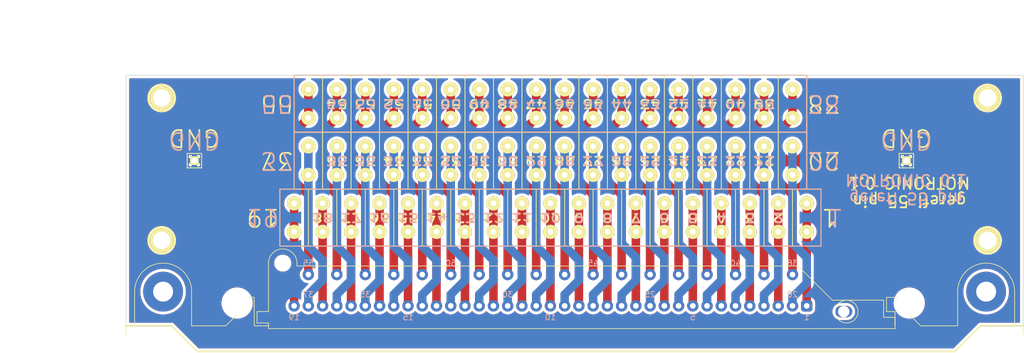
<source format=kicad_pcb>
(kicad_pcb (version 20171130) (host pcbnew 5.1.5-52549c5~84~ubuntu18.04.1)

  (general
    (thickness 1.6)
    (drawings 156)
    (tracks 258)
    (zones 0)
    (modules 10)
    (nets 57)
  )

  (page A3)
  (layers
    (0 F.Cu signal)
    (31 B.Cu signal)
    (32 B.Adhes user)
    (33 F.Adhes user)
    (34 B.Paste user)
    (35 F.Paste user)
    (36 B.SilkS user)
    (37 F.SilkS user)
    (38 B.Mask user)
    (39 F.Mask user)
    (40 Dwgs.User user)
    (41 Cmts.User user)
    (42 Eco1.User user)
    (43 Eco2.User user)
    (44 Edge.Cuts user)
  )

  (setup
    (last_trace_width 1.5)
    (user_trace_width 0.3)
    (user_trace_width 0.5)
    (user_trace_width 0.6)
    (user_trace_width 0.7)
    (user_trace_width 0.8)
    (user_trace_width 0.9)
    (user_trace_width 1)
    (user_trace_width 1.5)
    (user_trace_width 2)
    (trace_clearance 0.3)
    (zone_clearance 0.5)
    (zone_45_only no)
    (trace_min 0.254)
    (via_size 0.889)
    (via_drill 0.635)
    (via_min_size 0.889)
    (via_min_drill 0.508)
    (uvia_size 0.508)
    (uvia_drill 0.127)
    (uvias_allowed no)
    (uvia_min_size 0.508)
    (uvia_min_drill 0.127)
    (edge_width 0.1)
    (segment_width 0.2)
    (pcb_text_width 0.3)
    (pcb_text_size 1.5 1.5)
    (mod_edge_width 0.15)
    (mod_text_size 1 1)
    (mod_text_width 0.15)
    (pad_size 4.064 4.064)
    (pad_drill 3.048)
    (pad_to_mask_clearance 0)
    (aux_axis_origin 0 0)
    (visible_elements 7FFFFFFF)
    (pcbplotparams
      (layerselection 0x010fc_80000001)
      (usegerberextensions true)
      (usegerberattributes false)
      (usegerberadvancedattributes false)
      (creategerberjobfile false)
      (excludeedgelayer true)
      (linewidth 0.150000)
      (plotframeref false)
      (viasonmask false)
      (mode 1)
      (useauxorigin false)
      (hpglpennumber 1)
      (hpglpenspeed 20)
      (hpglpendiameter 15.000000)
      (psnegative false)
      (psa4output false)
      (plotreference true)
      (plotvalue true)
      (plotinvisibletext false)
      (padsonsilk false)
      (subtractmaskfromsilk false)
      (outputformat 1)
      (mirror false)
      (drillshape 0)
      (scaleselection 1)
      (outputdirectory "963063-15_55_pin_connector_gerbers"))
  )

  (net 0 "")
  (net 1 GND)
  (net 2 N-000001)
  (net 3 N-0000010)
  (net 4 N-0000011)
  (net 5 N-0000012)
  (net 6 N-0000013)
  (net 7 N-0000014)
  (net 8 N-0000015)
  (net 9 N-0000016)
  (net 10 N-0000017)
  (net 11 N-0000018)
  (net 12 N-0000019)
  (net 13 N-000002)
  (net 14 N-0000020)
  (net 15 N-0000021)
  (net 16 N-0000022)
  (net 17 N-0000023)
  (net 18 N-0000024)
  (net 19 N-0000025)
  (net 20 N-0000026)
  (net 21 N-0000027)
  (net 22 N-0000028)
  (net 23 N-0000029)
  (net 24 N-000003)
  (net 25 N-0000030)
  (net 26 N-0000031)
  (net 27 N-0000032)
  (net 28 N-0000033)
  (net 29 N-0000034)
  (net 30 N-0000035)
  (net 31 N-0000036)
  (net 32 N-0000037)
  (net 33 N-0000038)
  (net 34 N-0000039)
  (net 35 N-000004)
  (net 36 N-0000040)
  (net 37 N-0000041)
  (net 38 N-0000042)
  (net 39 N-0000043)
  (net 40 N-0000044)
  (net 41 N-0000046)
  (net 42 N-0000047)
  (net 43 N-0000048)
  (net 44 N-0000049)
  (net 45 N-000005)
  (net 46 N-0000050)
  (net 47 N-0000051)
  (net 48 N-0000052)
  (net 49 N-0000053)
  (net 50 N-0000054)
  (net 51 N-0000055)
  (net 52 N-0000056)
  (net 53 N-000006)
  (net 54 N-000007)
  (net 55 N-000008)
  (net 56 N-000009)

  (net_class Default "Это класс цепей по умолчанию."
    (clearance 0.3)
    (trace_width 0.3)
    (via_dia 0.889)
    (via_drill 0.635)
    (uvia_dia 0.508)
    (uvia_drill 0.127)
    (add_net GND)
    (add_net N-000001)
    (add_net N-0000010)
    (add_net N-0000011)
    (add_net N-0000012)
    (add_net N-0000013)
    (add_net N-0000014)
    (add_net N-0000015)
    (add_net N-0000016)
    (add_net N-0000017)
    (add_net N-0000018)
    (add_net N-0000019)
    (add_net N-000002)
    (add_net N-0000020)
    (add_net N-0000021)
    (add_net N-0000022)
    (add_net N-0000023)
    (add_net N-0000024)
    (add_net N-0000025)
    (add_net N-0000026)
    (add_net N-0000027)
    (add_net N-0000028)
    (add_net N-0000029)
    (add_net N-000003)
    (add_net N-0000030)
    (add_net N-0000031)
    (add_net N-0000032)
    (add_net N-0000033)
    (add_net N-0000034)
    (add_net N-0000035)
    (add_net N-0000036)
    (add_net N-0000037)
    (add_net N-0000038)
    (add_net N-0000039)
    (add_net N-000004)
    (add_net N-0000040)
    (add_net N-0000041)
    (add_net N-0000042)
    (add_net N-0000043)
    (add_net N-0000044)
    (add_net N-0000046)
    (add_net N-0000047)
    (add_net N-0000048)
    (add_net N-0000049)
    (add_net N-000005)
    (add_net N-0000050)
    (add_net N-0000051)
    (add_net N-0000052)
    (add_net N-0000053)
    (add_net N-0000054)
    (add_net N-0000055)
    (add_net N-0000056)
    (add_net N-000006)
    (add_net N-000007)
    (add_net N-000008)
    (add_net N-000009)
  )

  (module gerefi_Modules:55pin_china_bosch_motronic (layer F.Cu) (tedit 5E77B154) (tstamp 54212F31)
    (at 220 168.5 180)
    (path /542111B3)
    (fp_text reference P1 (at 0 27.5) (layer F.SilkS) hide
      (effects (font (size 1 1) (thickness 0.15)))
    )
    (fp_text value MOTRONIC (at 0 2.25) (layer F.SilkS) hide
      (effects (font (size 1 1) (thickness 0.15)))
    )
    (fp_circle (center -52 7) (end -50 7) (layer F.SilkS) (width 0.12))
    (fp_line (start 52 4.5) (end 49.5 4.5) (layer F.SilkS) (width 0.12))
    (fp_line (start 66.5 4.5) (end 74.5 4.5) (layer F.SilkS) (width 0.3))
    (fp_line (start -75.5 4.5) (end -83 4.5) (layer F.SilkS) (width 0.3))
    (fp_line (start -71 0) (end -75.5 4.5) (layer F.SilkS) (width 0.3))
    (fp_line (start 62 0) (end 66.5 4.5) (layer F.SilkS) (width 0.3))
    (fp_line (start -71 0) (end 62 0) (layer F.SilkS) (width 0.3))
    (fp_line (start -83 4.5) (end -83 3) (layer F.SilkS) (width 0.12))
    (fp_line (start -81.5 4.5) (end -83 4.5) (layer F.SilkS) (width 0.12))
    (fp_line (start 74.5 4.5) (end 74.5 3) (layer F.SilkS) (width 0.12))
    (fp_line (start 73 4.5) (end 74.5 4.5) (layer F.SilkS) (width 0.12))
    (fp_line (start 57 4.5) (end 63 4.5) (layer F.SilkS) (width 0.12))
    (fp_line (start 54 7.5) (end 57 4.5) (layer F.SilkS) (width 0.12))
    (fp_line (start 54 9.5) (end 54 7.5) (layer F.SilkS) (width 0.12))
    (fp_line (start 52 9.5) (end 54 9.5) (layer F.SilkS) (width 0.12))
    (fp_line (start 52 4.5) (end 52 9.5) (layer F.SilkS) (width 0.12))
    (fp_line (start -65 4.5) (end -71.5 4.5) (layer F.SilkS) (width 0.12))
    (fp_line (start -62.5 7) (end -65 4.5) (layer F.SilkS) (width 0.12))
    (fp_line (start -62.5 9.5) (end -62.5 7) (layer F.SilkS) (width 0.12))
    (fp_line (start -59 9.5) (end -62.5 9.5) (layer F.SilkS) (width 0.12))
    (fp_line (start -59 7) (end -59 9.5) (layer F.SilkS) (width 0.12))
    (fp_line (start -60.5 7) (end -59 7) (layer F.SilkS) (width 0.12))
    (fp_line (start -60.5 4.5) (end -60.5 7) (layer F.SilkS) (width 0.12))
    (fp_line (start -81.5 10.5) (end -81.5 4.5) (layer F.SilkS) (width 0.12))
    (fp_line (start -71.5 10.5) (end -71.5 4.5) (layer F.SilkS) (width 0.12))
    (fp_line (start 63 10.5) (end 63 4.5) (layer F.SilkS) (width 0.12))
    (fp_line (start 73 10.5) (end 73 4.5) (layer F.SilkS) (width 0.12))
    (fp_arc (start 68 10.5) (end 63 10.5) (angle -180) (layer F.SilkS) (width 0.12))
    (fp_arc (start -76.5 10.5) (end -81.5 10.5) (angle -180) (layer F.SilkS) (width 0.12))
    (fp_line (start 49.5 5) (end 49.5 4) (layer F.SilkS) (width 0.12))
    (fp_line (start 51.5 5) (end 49.5 5) (layer F.SilkS) (width 0.12))
    (fp_line (start 51.5 7) (end 51.5 5) (layer F.SilkS) (width 0.12))
    (fp_line (start 49.5 7) (end 51.5 7) (layer F.SilkS) (width 0.12))
    (fp_line (start -60.5 6) (end -58.5 6) (layer F.SilkS) (width 0.12))
    (fp_line (start -60.5 4) (end -60.5 6) (layer F.SilkS) (width 0.12))
    (fp_line (start -60.5 4) (end 49.5 4) (layer F.SilkS) (width 0.12))
    (fp_line (start -58.5 9) (end -58.5 6) (layer F.SilkS) (width 0.12))
    (fp_line (start -49.5 9) (end -58.5 9) (layer F.SilkS) (width 0.12))
    (fp_line (start -43.5 15) (end -49.5 9) (layer F.SilkS) (width 0.12))
    (fp_line (start 49.5 15.5) (end 49.5 7) (layer F.SilkS) (width 0.12))
    (fp_line (start 44.5 15) (end 44.5 15.5) (layer F.SilkS) (width 0.12))
    (fp_arc (start 47 15.5) (end 44.5 15.5) (angle -180) (layer F.SilkS) (width 0.12))
    (fp_line (start 44.5 15) (end -43.5 15) (layer F.SilkS) (width 0.12))
    (fp_text user 55 (at 42.5 15.5) (layer B.SilkS)
      (effects (font (size 1 1) (thickness 0.15)) (justify mirror))
    )
    (fp_text user 50 (at 17.5 15.5) (layer B.SilkS)
      (effects (font (size 1 1) (thickness 0.15)) (justify mirror))
    )
    (fp_text user 45 (at -7.5 15.5) (layer B.SilkS)
      (effects (font (size 1 1) (thickness 0.15)) (justify mirror))
    )
    (fp_text user 40 (at -32.5 15.5) (layer B.SilkS)
      (effects (font (size 1 1) (thickness 0.15)) (justify mirror))
    )
    (fp_text user 38 (at -42.5 15.5) (layer B.SilkS)
      (effects (font (size 1 1) (thickness 0.15)) (justify mirror))
    )
    (fp_text user 25 (at -17.5 10) (layer B.SilkS)
      (effects (font (size 1 1) (thickness 0.15)) (justify mirror))
    )
    (fp_text user 20 (at -42.5 10) (layer B.SilkS)
      (effects (font (size 1 1) (thickness 0.15)) (justify mirror))
    )
    (fp_text user 37 (at 42.5 10) (layer B.SilkS)
      (effects (font (size 1 1) (thickness 0.15)) (justify mirror))
    )
    (fp_text user 19 (at 45 6) (layer B.SilkS)
      (effects (font (size 1 1) (thickness 0.15)) (justify mirror))
    )
    (fp_text user 35 (at 32.5 10) (layer B.SilkS)
      (effects (font (size 1 1) (thickness 0.15)) (justify mirror))
    )
    (fp_text user 30 (at 7.5 10) (layer B.SilkS)
      (effects (font (size 1 1) (thickness 0.15)) (justify mirror))
    )
    (fp_text user 15 (at 25 6) (layer B.SilkS)
      (effects (font (size 1 1) (thickness 0.15)) (justify mirror))
    )
    (fp_text user 10 (at 0 6) (layer B.SilkS)
      (effects (font (size 1 1) (thickness 0.15)) (justify mirror))
    )
    (fp_text user 5 (at -25 6) (layer B.SilkS)
      (effects (font (size 1 1) (thickness 0.15)) (justify mirror))
    )
    (fp_text user 1 (at -45 6) (layer B.SilkS)
      (effects (font (size 1 1) (thickness 0.15)) (justify mirror))
    )
    (pad "" np_thru_hole circle (at 68 10.5 180) (size 7 7) (drill 3.5) (layers *.Cu *.Mask))
    (pad "" np_thru_hole circle (at -76.5 10.5 180) (size 7 7) (drill 3.5) (layers *.Cu *.Mask))
    (pad "" np_thru_hole oval (at -51.5 7 180) (size 3 2) (drill 2) (layers *.Cu *.Mask))
    (pad "" np_thru_hole circle (at 47 15.5 180) (size 2 2) (drill 2) (layers *.Cu *.Mask))
    (pad "" np_thru_hole circle (at 55 8.5 180) (size 4.5 4.5) (drill 4.5) (layers *.Cu *.Mask))
    (pad "" np_thru_hole circle (at -63 8.5 180) (size 4.5 4.5) (drill 4.5) (layers *.Cu *.Mask))
    (pad 1 thru_hole roundrect (at -45 8 180) (size 2 2) (drill 1) (layers *.Cu *.Mask) (roundrect_rratio 0.25)
      (net 13 N-000002))
    (pad 20 thru_hole circle (at -42.5 8 180) (size 2 2) (drill 1) (layers *.Cu *.Mask)
      (net 15 N-0000021))
    (pad 2 thru_hole circle (at -40 8 180) (size 2 2) (drill 1) (layers *.Cu *.Mask)
      (net 24 N-000003))
    (pad 3 thru_hole circle (at -35 8 180) (size 2 2) (drill 1) (layers *.Cu *.Mask)
      (net 35 N-000004))
    (pad 4 thru_hole circle (at -30 8 180) (size 2 2) (drill 1) (layers *.Cu *.Mask)
      (net 45 N-000005))
    (pad 5 thru_hole circle (at -25 8 180) (size 2 2) (drill 1) (layers *.Cu *.Mask)
      (net 53 N-000006))
    (pad 6 thru_hole circle (at -20 8 180) (size 2 2) (drill 1) (layers *.Cu *.Mask)
      (net 54 N-000007))
    (pad 7 thru_hole circle (at -15 8 180) (size 2 2) (drill 1) (layers *.Cu *.Mask)
      (net 55 N-000008))
    (pad 8 thru_hole circle (at -10 8 180) (size 2 2) (drill 1) (layers *.Cu *.Mask)
      (net 56 N-000009))
    (pad 9 thru_hole circle (at -5 8 180) (size 2 2) (drill 1) (layers *.Cu *.Mask)
      (net 3 N-0000010))
    (pad 10 thru_hole circle (at 0 8 180) (size 2 2) (drill 1) (layers *.Cu *.Mask)
      (net 4 N-0000011))
    (pad 11 thru_hole circle (at 5 8 180) (size 2 2) (drill 1) (layers *.Cu *.Mask)
      (net 2 N-000001))
    (pad 12 thru_hole circle (at 10 8 180) (size 2 2) (drill 1) (layers *.Cu *.Mask)
      (net 6 N-0000013))
    (pad 13 thru_hole circle (at 15 8 180) (size 2 2) (drill 1) (layers *.Cu *.Mask)
      (net 7 N-0000014))
    (pad 14 thru_hole circle (at 20 8 180) (size 2 2) (drill 1) (layers *.Cu *.Mask)
      (net 8 N-0000015))
    (pad 15 thru_hole circle (at 25 8 180) (size 2 2) (drill 1) (layers *.Cu *.Mask)
      (net 9 N-0000016))
    (pad 16 thru_hole circle (at 30 8 180) (size 2 2) (drill 1) (layers *.Cu *.Mask)
      (net 10 N-0000017))
    (pad 17 thru_hole circle (at 35 8 180) (size 2 2) (drill 1) (layers *.Cu *.Mask)
      (net 11 N-0000018))
    (pad 18 thru_hole circle (at 40 8 180) (size 2 2) (drill 1) (layers *.Cu *.Mask)
      (net 12 N-0000019))
    (pad 19 thru_hole circle (at 45 8 180) (size 2 2) (drill 1) (layers *.Cu *.Mask)
      (net 14 N-0000020))
    (pad 21 thru_hole circle (at -37.5 8 180) (size 2 2) (drill 1) (layers *.Cu *.Mask)
      (net 16 N-0000022))
    (pad 22 thru_hole circle (at -32.5 8 180) (size 2 2) (drill 1) (layers *.Cu *.Mask)
      (net 29 N-0000034))
    (pad 23 thru_hole circle (at -27.5 8 180) (size 2 2) (drill 1) (layers *.Cu *.Mask)
      (net 42 N-0000047))
    (pad 24 thru_hole circle (at -22.5 8 180) (size 2 2) (drill 1) (layers *.Cu *.Mask)
      (net 43 N-0000048))
    (pad 25 thru_hole circle (at -17.5 8 180) (size 2 2) (drill 1) (layers *.Cu *.Mask)
      (net 44 N-0000049))
    (pad 26 thru_hole circle (at -12.5 8 180) (size 2 2) (drill 1) (layers *.Cu *.Mask)
      (net 46 N-0000050))
    (pad 27 thru_hole circle (at -7.5 8 180) (size 2 2) (drill 1) (layers *.Cu *.Mask)
      (net 47 N-0000051))
    (pad 28 thru_hole circle (at -2.5 8 180) (size 2 2) (drill 1) (layers *.Cu *.Mask)
      (net 48 N-0000052))
    (pad 29 thru_hole circle (at 2.5 8 180) (size 2 2) (drill 1) (layers *.Cu *.Mask)
      (net 49 N-0000053))
    (pad 30 thru_hole circle (at 7.5 8 180) (size 2 2) (drill 1) (layers *.Cu *.Mask)
      (net 50 N-0000054))
    (pad 31 thru_hole circle (at 12.5 8 180) (size 2 2) (drill 1) (layers *.Cu *.Mask)
      (net 51 N-0000055))
    (pad 32 thru_hole circle (at 17.5 8 180) (size 2 2) (drill 1) (layers *.Cu *.Mask)
      (net 52 N-0000056))
    (pad 33 thru_hole circle (at 22.5 8 180) (size 2 2) (drill 1) (layers *.Cu *.Mask)
      (net 41 N-0000046))
    (pad 34 thru_hole circle (at 27.5 8 180) (size 2 2) (drill 1) (layers *.Cu *.Mask)
      (net 18 N-0000024))
    (pad 35 thru_hole circle (at 32.5 8 180) (size 2 2) (drill 1) (layers *.Cu *.Mask)
      (net 19 N-0000025))
    (pad 36 thru_hole circle (at 37.5 8 180) (size 2 2) (drill 1) (layers *.Cu *.Mask)
      (net 20 N-0000026))
    (pad 37 thru_hole circle (at 42.5 8 180) (size 2 2) (drill 1) (layers *.Cu *.Mask)
      (net 21 N-0000027))
    (pad 38 thru_hole circle (at -42.5 13.5 180) (size 2 2) (drill 1) (layers *.Cu *.Mask)
      (net 22 N-0000028))
    (pad 39 thru_hole circle (at -37.5 13.5 180) (size 2 2) (drill 1) (layers *.Cu *.Mask)
      (net 23 N-0000029))
    (pad 40 thru_hole circle (at -32.5 13.5 180) (size 2 2) (drill 1) (layers *.Cu *.Mask)
      (net 25 N-0000030))
    (pad 41 thru_hole circle (at -27.5 13.5 180) (size 2 2) (drill 1) (layers *.Cu *.Mask)
      (net 26 N-0000031))
    (pad 42 thru_hole circle (at -22.5 13.5 180) (size 2 2) (drill 1) (layers *.Cu *.Mask)
      (net 27 N-0000032))
    (pad 43 thru_hole circle (at -17.5 13.5 180) (size 2 2) (drill 1) (layers *.Cu *.Mask)
      (net 28 N-0000033))
    (pad 44 thru_hole circle (at -12.5 13.5 180) (size 2 2) (drill 1) (layers *.Cu *.Mask)
      (net 17 N-0000023))
    (pad 45 thru_hole circle (at -7.5 13.5 180) (size 2 2) (drill 1) (layers *.Cu *.Mask)
      (net 30 N-0000035))
    (pad 46 thru_hole circle (at -2.5 13.5 180) (size 2 2) (drill 1) (layers *.Cu *.Mask)
      (net 31 N-0000036))
    (pad 47 thru_hole circle (at 2.5 13.5 180) (size 2 2) (drill 1) (layers *.Cu *.Mask)
      (net 32 N-0000037))
    (pad 48 thru_hole circle (at 7.5 13.5 180) (size 2 2) (drill 1) (layers *.Cu *.Mask)
      (net 33 N-0000038))
    (pad 49 thru_hole circle (at 12.5 13.5 180) (size 2 2) (drill 1) (layers *.Cu *.Mask)
      (net 34 N-0000039))
    (pad 50 thru_hole circle (at 17.5 13.5 180) (size 2 2) (drill 1) (layers *.Cu *.Mask)
      (net 36 N-0000040))
    (pad 51 thru_hole circle (at 22.5 13.5 180) (size 2 2) (drill 1) (layers *.Cu *.Mask)
      (net 37 N-0000041))
    (pad 52 thru_hole circle (at 27.5 13.5 180) (size 2 2) (drill 1) (layers *.Cu *.Mask)
      (net 38 N-0000042))
    (pad 53 thru_hole circle (at 32.5 13.5 180) (size 2 2) (drill 1) (layers *.Cu *.Mask)
      (net 39 N-0000043))
    (pad 54 thru_hole circle (at 37.5 13.5 180) (size 2 2) (drill 1) (layers *.Cu *.Mask)
      (net 40 N-0000044))
    (pad 55 thru_hole circle (at 42.5 13.5 180) (size 2 2) (drill 1) (layers *.Cu *.Mask)
      (net 5 N-0000012))
  )

  (module CON19X5 (layer F.Cu) (tedit 5421128E) (tstamp 5E7645A1)
    (at 220 145 180)
    (path /542111C2)
    (fp_text reference P2 (at 0 7.5 180) (layer F.SilkS) hide
      (effects (font (size 1 1) (thickness 0.15)))
    )
    (fp_text value CONN_19 (at 0 -7.5 180) (layer F.SilkS) hide
      (effects (font (size 1 1) (thickness 0.15)))
    )
    (fp_line (start -22.5 -5) (end -22.5 5) (layer F.SilkS) (width 0.15))
    (fp_line (start -22.5 5) (end -17.5 5) (layer F.SilkS) (width 0.15))
    (fp_line (start -17.5 5) (end -17.5 -5) (layer F.SilkS) (width 0.15))
    (fp_line (start -17.5 -5) (end -12.5 -5) (layer F.SilkS) (width 0.15))
    (fp_line (start -12.5 -5) (end -12.5 5) (layer F.SilkS) (width 0.15))
    (fp_line (start -12.5 5) (end -7.5 5) (layer F.SilkS) (width 0.15))
    (fp_line (start -7.5 5) (end -7.5 -5) (layer F.SilkS) (width 0.15))
    (fp_line (start -7.5 -5) (end -2.5 -5) (layer F.SilkS) (width 0.15))
    (fp_line (start -2.5 -5) (end -2.5 5) (layer F.SilkS) (width 0.15))
    (fp_line (start -2.5 5) (end 2.5 5) (layer F.SilkS) (width 0.15))
    (fp_line (start 2.5 5) (end 2.5 -5) (layer F.SilkS) (width 0.15))
    (fp_line (start 2.5 -5) (end 7.5 -5) (layer F.SilkS) (width 0.15))
    (fp_line (start 7.5 -5) (end 7.5 5) (layer F.SilkS) (width 0.15))
    (fp_line (start 7.5 5) (end 12.5 5) (layer F.SilkS) (width 0.15))
    (fp_line (start 12.5 5) (end 12.5 -5) (layer F.SilkS) (width 0.15))
    (fp_line (start 12.5 -5) (end 17.5 -5) (layer F.SilkS) (width 0.15))
    (fp_line (start 17.5 -5) (end 17.5 5) (layer F.SilkS) (width 0.15))
    (fp_line (start 17.5 5) (end 22.5 5) (layer F.SilkS) (width 0.15))
    (fp_line (start 22.5 5) (end 22.5 -5) (layer F.SilkS) (width 0.15))
    (fp_line (start 22.5 -5) (end 27.5 -5) (layer F.SilkS) (width 0.15))
    (fp_line (start 27.5 -5) (end 27.5 5) (layer F.SilkS) (width 0.15))
    (fp_line (start 27.5 5) (end 32.5 5) (layer F.SilkS) (width 0.15))
    (fp_line (start 32.5 5) (end 32.5 -5) (layer F.SilkS) (width 0.15))
    (fp_line (start 32.5 -5) (end 37.5 -5) (layer F.SilkS) (width 0.15))
    (fp_line (start 37.5 -5) (end 37.5 5) (layer F.SilkS) (width 0.15))
    (fp_line (start 37.5 5) (end 42.5 5) (layer F.SilkS) (width 0.15))
    (fp_line (start 42.5 5) (end 42.5 -5) (layer F.SilkS) (width 0.15))
    (fp_line (start -27.5 5) (end -27.5 -5) (layer F.SilkS) (width 0.15))
    (fp_line (start -32.5 -5) (end -32.5 5) (layer F.SilkS) (width 0.15))
    (fp_line (start -37.5 5) (end -37.5 -5) (layer F.SilkS) (width 0.15))
    (fp_line (start -42.5 -5) (end -42.5 5) (layer F.SilkS) (width 0.15))
    (fp_line (start -47.5 -5) (end -47.5 5) (layer F.SilkS) (width 0.15))
    (fp_line (start -47.5 5) (end 47.5 5) (layer F.SilkS) (width 0.15))
    (fp_line (start 47.5 5) (end 47.5 -5) (layer F.SilkS) (width 0.15))
    (fp_line (start 47.5 -5) (end -47.5 -5) (layer F.SilkS) (width 0.15))
    (pad 1 thru_hole circle (at -45 2.5 180) (size 2.5 2.5) (drill 1) (layers *.Cu *.Mask F.SilkS)
      (net 13 N-000002))
    (pad 2 thru_hole circle (at -40 2.5 180) (size 2.5 2.5) (drill 1) (layers *.Cu *.Mask F.SilkS)
      (net 24 N-000003))
    (pad 3 thru_hole circle (at -35 2.5 180) (size 2.5 2.5) (drill 1) (layers *.Cu *.Mask F.SilkS)
      (net 35 N-000004))
    (pad 4 thru_hole circle (at -30 2.5 180) (size 2.5 2.5) (drill 1) (layers *.Cu *.Mask F.SilkS)
      (net 45 N-000005))
    (pad 5 thru_hole circle (at -25 2.5 180) (size 2.5 2.5) (drill 1) (layers *.Cu *.Mask F.SilkS)
      (net 53 N-000006))
    (pad 6 thru_hole circle (at -20 2.5 180) (size 2.5 2.5) (drill 1) (layers *.Cu *.Mask F.SilkS)
      (net 54 N-000007))
    (pad 7 thru_hole circle (at -15 2.5 180) (size 2.5 2.5) (drill 1) (layers *.Cu *.Mask F.SilkS)
      (net 55 N-000008))
    (pad 8 thru_hole circle (at -10 2.5 180) (size 2.5 2.5) (drill 1) (layers *.Cu *.Mask F.SilkS)
      (net 56 N-000009))
    (pad 9 thru_hole circle (at -5 2.5 180) (size 2.5 2.5) (drill 1) (layers *.Cu *.Mask F.SilkS)
      (net 3 N-0000010))
    (pad 10 thru_hole circle (at 0 2.5 180) (size 2.5 2.5) (drill 1) (layers *.Cu *.Mask F.SilkS)
      (net 4 N-0000011))
    (pad 11 thru_hole circle (at 5 2.5 180) (size 2.5 2.5) (drill 1) (layers *.Cu *.Mask F.SilkS)
      (net 2 N-000001))
    (pad 12 thru_hole circle (at 10 2.5 180) (size 2.5 2.5) (drill 1) (layers *.Cu *.Mask F.SilkS)
      (net 6 N-0000013))
    (pad 13 thru_hole circle (at 15 2.5 180) (size 2.5 2.5) (drill 1) (layers *.Cu *.Mask F.SilkS)
      (net 7 N-0000014))
    (pad 14 thru_hole circle (at 20 2.5 180) (size 2.5 2.5) (drill 1) (layers *.Cu *.Mask F.SilkS)
      (net 8 N-0000015))
    (pad 15 thru_hole circle (at 25 2.5 180) (size 2.5 2.5) (drill 1) (layers *.Cu *.Mask F.SilkS)
      (net 9 N-0000016))
    (pad 16 thru_hole circle (at 30 2.5 180) (size 2.5 2.5) (drill 1) (layers *.Cu *.Mask F.SilkS)
      (net 10 N-0000017))
    (pad 17 thru_hole circle (at 35 2.5 180) (size 2.5 2.5) (drill 1) (layers *.Cu *.Mask F.SilkS)
      (net 11 N-0000018))
    (pad 18 thru_hole circle (at 40 2.5 180) (size 2.5 2.5) (drill 1) (layers *.Cu *.Mask F.SilkS)
      (net 12 N-0000019))
    (pad 19 thru_hole circle (at 45 2.5 180) (size 2.5 2.5) (drill 1) (layers *.Cu *.Mask F.SilkS)
      (net 14 N-0000020))
    (pad 1 thru_hole circle (at -45 -2.5 180) (size 2.5 2.5) (drill 1) (layers *.Cu *.Mask F.SilkS)
      (net 13 N-000002))
    (pad 2 thru_hole circle (at -40 -2.5 180) (size 2.5 2.5) (drill 1) (layers *.Cu *.Mask F.SilkS)
      (net 24 N-000003))
    (pad 3 thru_hole circle (at -35 -2.5 180) (size 2.5 2.5) (drill 1) (layers *.Cu *.Mask F.SilkS)
      (net 35 N-000004))
    (pad 4 thru_hole circle (at -30 -2.5 180) (size 2.5 2.5) (drill 1) (layers *.Cu *.Mask F.SilkS)
      (net 45 N-000005))
    (pad 5 thru_hole circle (at -25 -2.5 180) (size 2.5 2.5) (drill 1) (layers *.Cu *.Mask F.SilkS)
      (net 53 N-000006))
    (pad 6 thru_hole circle (at -20 -2.5 180) (size 2.5 2.5) (drill 1) (layers *.Cu *.Mask F.SilkS)
      (net 54 N-000007))
    (pad 7 thru_hole circle (at -15 -2.5 180) (size 2.5 2.5) (drill 1) (layers *.Cu *.Mask F.SilkS)
      (net 55 N-000008))
    (pad 8 thru_hole circle (at -10 -2.5 180) (size 2.5 2.5) (drill 1) (layers *.Cu *.Mask F.SilkS)
      (net 56 N-000009))
    (pad 9 thru_hole circle (at -5 -2.5 180) (size 2.5 2.5) (drill 1) (layers *.Cu *.Mask F.SilkS)
      (net 3 N-0000010))
    (pad 10 thru_hole circle (at 0 -2.5 180) (size 2.5 2.5) (drill 1) (layers *.Cu *.Mask F.SilkS)
      (net 4 N-0000011))
    (pad 11 thru_hole circle (at 5 -2.5 180) (size 2.5 2.5) (drill 1) (layers *.Cu *.Mask F.SilkS)
      (net 2 N-000001))
    (pad 12 thru_hole circle (at 10 -2.5 180) (size 2.5 2.5) (drill 1) (layers *.Cu *.Mask F.SilkS)
      (net 6 N-0000013))
    (pad 13 thru_hole circle (at 15 -2.5 180) (size 2.5 2.5) (drill 1) (layers *.Cu *.Mask F.SilkS)
      (net 7 N-0000014))
    (pad 14 thru_hole circle (at 20 -2.5 180) (size 2.5 2.5) (drill 1) (layers *.Cu *.Mask F.SilkS)
      (net 8 N-0000015))
    (pad 15 thru_hole circle (at 25 -2.5 180) (size 2.5 2.5) (drill 1) (layers *.Cu *.Mask F.SilkS)
      (net 9 N-0000016))
    (pad 16 thru_hole circle (at 30 -2.5 180) (size 2.5 2.5) (drill 1) (layers *.Cu *.Mask F.SilkS)
      (net 10 N-0000017))
    (pad 17 thru_hole circle (at 35 -2.5 180) (size 2.5 2.5) (drill 1) (layers *.Cu *.Mask F.SilkS)
      (net 11 N-0000018))
    (pad 18 thru_hole circle (at 40 -2.5 180) (size 2.5 2.5) (drill 1) (layers *.Cu *.Mask F.SilkS)
      (net 12 N-0000019))
    (pad 19 thru_hole circle (at 45 -2.5 180) (size 2.5 2.5) (drill 1) (layers *.Cu *.Mask F.SilkS)
      (net 14 N-0000020))
  )

  (module CON18X5 (layer F.Cu) (tedit 5421131E) (tstamp 54212E8B)
    (at 220 135 180)
    (path /54211270)
    (fp_text reference P3 (at 0 7.5 180) (layer F.SilkS) hide
      (effects (font (size 1 1) (thickness 0.15)))
    )
    (fp_text value CONN_18 (at 0 -7.5 180) (layer F.SilkS) hide
      (effects (font (size 1 1) (thickness 0.15)))
    )
    (fp_line (start -45 -5) (end 45 -5) (layer F.SilkS) (width 0.15))
    (fp_line (start -45 5) (end 45 5) (layer F.SilkS) (width 0.15))
    (fp_line (start -20 -5) (end -20 5) (layer F.SilkS) (width 0.15))
    (fp_line (start -20 5) (end -15 5) (layer F.SilkS) (width 0.15))
    (fp_line (start -15 5) (end -15 -5) (layer F.SilkS) (width 0.15))
    (fp_line (start -15 -5) (end -10 -5) (layer F.SilkS) (width 0.15))
    (fp_line (start -10 -5) (end -10 5) (layer F.SilkS) (width 0.15))
    (fp_line (start -10 5) (end -5 5) (layer F.SilkS) (width 0.15))
    (fp_line (start -5 5) (end -5 -5) (layer F.SilkS) (width 0.15))
    (fp_line (start -5 -5) (end 0 -5) (layer F.SilkS) (width 0.15))
    (fp_line (start 0 -5) (end 0 5) (layer F.SilkS) (width 0.15))
    (fp_line (start 0 5) (end 5 5) (layer F.SilkS) (width 0.15))
    (fp_line (start 5 5) (end 5 -5) (layer F.SilkS) (width 0.15))
    (fp_line (start 5 -5) (end 10 -5) (layer F.SilkS) (width 0.15))
    (fp_line (start 10 -5) (end 10 5) (layer F.SilkS) (width 0.15))
    (fp_line (start 10 5) (end 15 5) (layer F.SilkS) (width 0.15))
    (fp_line (start 15 5) (end 15 -5) (layer F.SilkS) (width 0.15))
    (fp_line (start 15 -5) (end 20 -5) (layer F.SilkS) (width 0.15))
    (fp_line (start 20 -5) (end 20 5) (layer F.SilkS) (width 0.15))
    (fp_line (start 20 5) (end 25 5) (layer F.SilkS) (width 0.15))
    (fp_line (start 25 5) (end 25 -5) (layer F.SilkS) (width 0.15))
    (fp_line (start 25 -5) (end 30 -5) (layer F.SilkS) (width 0.15))
    (fp_line (start 30 -5) (end 30 5) (layer F.SilkS) (width 0.15))
    (fp_line (start 30 5) (end 35 5) (layer F.SilkS) (width 0.15))
    (fp_line (start 35 5) (end 35 -5) (layer F.SilkS) (width 0.15))
    (fp_line (start 35 -5) (end 40 -5) (layer F.SilkS) (width 0.15))
    (fp_line (start 40 -5) (end 40 5) (layer F.SilkS) (width 0.15))
    (fp_line (start 40 5) (end 45 5) (layer F.SilkS) (width 0.15))
    (fp_line (start 45 5) (end 45 -5) (layer F.SilkS) (width 0.15))
    (fp_line (start -25 5) (end -25 -5) (layer F.SilkS) (width 0.15))
    (fp_line (start -30 -5) (end -30 5) (layer F.SilkS) (width 0.15))
    (fp_line (start -35 5) (end -35 -5) (layer F.SilkS) (width 0.15))
    (fp_line (start -40 -5) (end -40 5) (layer F.SilkS) (width 0.15))
    (fp_line (start -45 -5) (end -45 5) (layer F.SilkS) (width 0.15))
    (pad 1 thru_hole circle (at -42.5 2.5 180) (size 2.5 2.5) (drill 1) (layers *.Cu *.Mask F.SilkS)
      (net 15 N-0000021))
    (pad 2 thru_hole circle (at -37.5 2.5 180) (size 2.5 2.5) (drill 1) (layers *.Cu *.Mask F.SilkS)
      (net 16 N-0000022))
    (pad 3 thru_hole circle (at -32.5 2.5 180) (size 2.5 2.5) (drill 1) (layers *.Cu *.Mask F.SilkS)
      (net 29 N-0000034))
    (pad 4 thru_hole circle (at -27.5 2.5 180) (size 2.5 2.5) (drill 1) (layers *.Cu *.Mask F.SilkS)
      (net 42 N-0000047))
    (pad 5 thru_hole circle (at -22.5 2.5 180) (size 2.5 2.5) (drill 1) (layers *.Cu *.Mask F.SilkS)
      (net 43 N-0000048))
    (pad 6 thru_hole circle (at -17.5 2.5 180) (size 2.5 2.5) (drill 1) (layers *.Cu *.Mask F.SilkS)
      (net 44 N-0000049))
    (pad 7 thru_hole circle (at -12.5 2.5 180) (size 2.5 2.5) (drill 1) (layers *.Cu *.Mask F.SilkS)
      (net 46 N-0000050))
    (pad 8 thru_hole circle (at -7.5 2.5 180) (size 2.5 2.5) (drill 1) (layers *.Cu *.Mask F.SilkS)
      (net 47 N-0000051))
    (pad 9 thru_hole circle (at -2.5 2.5 180) (size 2.5 2.5) (drill 1) (layers *.Cu *.Mask F.SilkS)
      (net 48 N-0000052))
    (pad 10 thru_hole circle (at 2.5 2.5 180) (size 2.5 2.5) (drill 1) (layers *.Cu *.Mask F.SilkS)
      (net 49 N-0000053))
    (pad 11 thru_hole circle (at 7.5 2.5 180) (size 2.5 2.5) (drill 1) (layers *.Cu *.Mask F.SilkS)
      (net 50 N-0000054))
    (pad 12 thru_hole circle (at 12.5 2.5 180) (size 2.5 2.5) (drill 1) (layers *.Cu *.Mask F.SilkS)
      (net 51 N-0000055))
    (pad 13 thru_hole circle (at 17.5 2.5 180) (size 2.5 2.5) (drill 1) (layers *.Cu *.Mask F.SilkS)
      (net 52 N-0000056))
    (pad 14 thru_hole circle (at 22.5 2.5 180) (size 2.5 2.5) (drill 1) (layers *.Cu *.Mask F.SilkS)
      (net 41 N-0000046))
    (pad 15 thru_hole circle (at 27.5 2.5 180) (size 2.5 2.5) (drill 1) (layers *.Cu *.Mask F.SilkS)
      (net 18 N-0000024))
    (pad 16 thru_hole circle (at 32.5 2.5 180) (size 2.5 2.5) (drill 1) (layers *.Cu *.Mask F.SilkS)
      (net 19 N-0000025))
    (pad 17 thru_hole circle (at 37.5 2.5 180) (size 2.5 2.5) (drill 1) (layers *.Cu *.Mask F.SilkS)
      (net 20 N-0000026))
    (pad 18 thru_hole circle (at 42.5 2.5 180) (size 2.5 2.5) (drill 1) (layers *.Cu *.Mask F.SilkS)
      (net 21 N-0000027))
    (pad 1 thru_hole circle (at -42.5 -2.5 180) (size 2.5 2.5) (drill 1) (layers *.Cu *.Mask F.SilkS)
      (net 15 N-0000021))
    (pad 2 thru_hole circle (at -37.5 -2.5 180) (size 2.5 2.5) (drill 1) (layers *.Cu *.Mask F.SilkS)
      (net 16 N-0000022))
    (pad 3 thru_hole circle (at -32.5 -2.5 180) (size 2.5 2.5) (drill 1) (layers *.Cu *.Mask F.SilkS)
      (net 29 N-0000034))
    (pad 4 thru_hole circle (at -27.5 -2.5 180) (size 2.5 2.5) (drill 1) (layers *.Cu *.Mask F.SilkS)
      (net 42 N-0000047))
    (pad 5 thru_hole circle (at -22.5 -2.5 180) (size 2.5 2.5) (drill 1) (layers *.Cu *.Mask F.SilkS)
      (net 43 N-0000048))
    (pad 6 thru_hole circle (at -17.5 -2.5 180) (size 2.5 2.5) (drill 1) (layers *.Cu *.Mask F.SilkS)
      (net 44 N-0000049))
    (pad 7 thru_hole circle (at -12.5 -2.5 180) (size 2.5 2.5) (drill 1) (layers *.Cu *.Mask F.SilkS)
      (net 46 N-0000050))
    (pad 8 thru_hole circle (at -7.5 -2.5 180) (size 2.5 2.5) (drill 1) (layers *.Cu *.Mask F.SilkS)
      (net 47 N-0000051))
    (pad 9 thru_hole circle (at -2.5 -2.5 180) (size 2.5 2.5) (drill 1) (layers *.Cu *.Mask F.SilkS)
      (net 48 N-0000052))
    (pad 10 thru_hole circle (at 2.5 -2.5 180) (size 2.5 2.5) (drill 1) (layers *.Cu *.Mask F.SilkS)
      (net 49 N-0000053))
    (pad 11 thru_hole circle (at 7.5 -2.5 180) (size 2.5 2.5) (drill 1) (layers *.Cu *.Mask F.SilkS)
      (net 50 N-0000054))
    (pad 12 thru_hole circle (at 12.5 -2.5 180) (size 2.5 2.5) (drill 1) (layers *.Cu *.Mask F.SilkS)
      (net 51 N-0000055))
    (pad 13 thru_hole circle (at 17.5 -2.5 180) (size 2.5 2.5) (drill 1) (layers *.Cu *.Mask F.SilkS)
      (net 52 N-0000056))
    (pad 14 thru_hole circle (at 22.5 -2.5 180) (size 2.5 2.5) (drill 1) (layers *.Cu *.Mask F.SilkS)
      (net 41 N-0000046))
    (pad 15 thru_hole circle (at 27.5 -2.5 180) (size 2.5 2.5) (drill 1) (layers *.Cu *.Mask F.SilkS)
      (net 18 N-0000024))
    (pad 16 thru_hole circle (at 32.5 -2.5 180) (size 2.5 2.5) (drill 1) (layers *.Cu *.Mask F.SilkS)
      (net 19 N-0000025))
    (pad 17 thru_hole circle (at 37.5 -2.5 180) (size 2.5 2.5) (drill 1) (layers *.Cu *.Mask F.SilkS)
      (net 20 N-0000026))
    (pad 18 thru_hole circle (at 42.5 -2.5 180) (size 2.5 2.5) (drill 1) (layers *.Cu *.Mask F.SilkS)
      (net 21 N-0000027))
  )

  (module CON18X5 (layer F.Cu) (tedit 5421131E) (tstamp 54212ED5)
    (at 220 125 180)
    (path /5421127F)
    (fp_text reference P4 (at 0 7.5 180) (layer F.SilkS) hide
      (effects (font (size 1 1) (thickness 0.15)))
    )
    (fp_text value CONN_18 (at 0 -7.5 180) (layer F.SilkS) hide
      (effects (font (size 1 1) (thickness 0.15)))
    )
    (fp_line (start -45 -5) (end 45 -5) (layer F.SilkS) (width 0.15))
    (fp_line (start -45 5) (end 45 5) (layer F.SilkS) (width 0.15))
    (fp_line (start -20 -5) (end -20 5) (layer F.SilkS) (width 0.15))
    (fp_line (start -20 5) (end -15 5) (layer F.SilkS) (width 0.15))
    (fp_line (start -15 5) (end -15 -5) (layer F.SilkS) (width 0.15))
    (fp_line (start -15 -5) (end -10 -5) (layer F.SilkS) (width 0.15))
    (fp_line (start -10 -5) (end -10 5) (layer F.SilkS) (width 0.15))
    (fp_line (start -10 5) (end -5 5) (layer F.SilkS) (width 0.15))
    (fp_line (start -5 5) (end -5 -5) (layer F.SilkS) (width 0.15))
    (fp_line (start -5 -5) (end 0 -5) (layer F.SilkS) (width 0.15))
    (fp_line (start 0 -5) (end 0 5) (layer F.SilkS) (width 0.15))
    (fp_line (start 0 5) (end 5 5) (layer F.SilkS) (width 0.15))
    (fp_line (start 5 5) (end 5 -5) (layer F.SilkS) (width 0.15))
    (fp_line (start 5 -5) (end 10 -5) (layer F.SilkS) (width 0.15))
    (fp_line (start 10 -5) (end 10 5) (layer F.SilkS) (width 0.15))
    (fp_line (start 10 5) (end 15 5) (layer F.SilkS) (width 0.15))
    (fp_line (start 15 5) (end 15 -5) (layer F.SilkS) (width 0.15))
    (fp_line (start 15 -5) (end 20 -5) (layer F.SilkS) (width 0.15))
    (fp_line (start 20 -5) (end 20 5) (layer F.SilkS) (width 0.15))
    (fp_line (start 20 5) (end 25 5) (layer F.SilkS) (width 0.15))
    (fp_line (start 25 5) (end 25 -5) (layer F.SilkS) (width 0.15))
    (fp_line (start 25 -5) (end 30 -5) (layer F.SilkS) (width 0.15))
    (fp_line (start 30 -5) (end 30 5) (layer F.SilkS) (width 0.15))
    (fp_line (start 30 5) (end 35 5) (layer F.SilkS) (width 0.15))
    (fp_line (start 35 5) (end 35 -5) (layer F.SilkS) (width 0.15))
    (fp_line (start 35 -5) (end 40 -5) (layer F.SilkS) (width 0.15))
    (fp_line (start 40 -5) (end 40 5) (layer F.SilkS) (width 0.15))
    (fp_line (start 40 5) (end 45 5) (layer F.SilkS) (width 0.15))
    (fp_line (start 45 5) (end 45 -5) (layer F.SilkS) (width 0.15))
    (fp_line (start -25 5) (end -25 -5) (layer F.SilkS) (width 0.15))
    (fp_line (start -30 -5) (end -30 5) (layer F.SilkS) (width 0.15))
    (fp_line (start -35 5) (end -35 -5) (layer F.SilkS) (width 0.15))
    (fp_line (start -40 -5) (end -40 5) (layer F.SilkS) (width 0.15))
    (fp_line (start -45 -5) (end -45 5) (layer F.SilkS) (width 0.15))
    (pad 1 thru_hole circle (at -42.5 2.5 180) (size 2.5 2.5) (drill 1) (layers *.Cu *.Mask F.SilkS)
      (net 22 N-0000028))
    (pad 2 thru_hole circle (at -37.5 2.5 180) (size 2.5 2.5) (drill 1) (layers *.Cu *.Mask F.SilkS)
      (net 23 N-0000029))
    (pad 3 thru_hole circle (at -32.5 2.5 180) (size 2.5 2.5) (drill 1) (layers *.Cu *.Mask F.SilkS)
      (net 25 N-0000030))
    (pad 4 thru_hole circle (at -27.5 2.5 180) (size 2.5 2.5) (drill 1) (layers *.Cu *.Mask F.SilkS)
      (net 26 N-0000031))
    (pad 5 thru_hole circle (at -22.5 2.5 180) (size 2.5 2.5) (drill 1) (layers *.Cu *.Mask F.SilkS)
      (net 27 N-0000032))
    (pad 6 thru_hole circle (at -17.5 2.5 180) (size 2.5 2.5) (drill 1) (layers *.Cu *.Mask F.SilkS)
      (net 28 N-0000033))
    (pad 7 thru_hole circle (at -12.5 2.5 180) (size 2.5 2.5) (drill 1) (layers *.Cu *.Mask F.SilkS)
      (net 17 N-0000023))
    (pad 8 thru_hole circle (at -7.5 2.5 180) (size 2.5 2.5) (drill 1) (layers *.Cu *.Mask F.SilkS)
      (net 30 N-0000035))
    (pad 9 thru_hole circle (at -2.5 2.5 180) (size 2.5 2.5) (drill 1) (layers *.Cu *.Mask F.SilkS)
      (net 31 N-0000036))
    (pad 10 thru_hole circle (at 2.5 2.5 180) (size 2.5 2.5) (drill 1) (layers *.Cu *.Mask F.SilkS)
      (net 32 N-0000037))
    (pad 11 thru_hole circle (at 7.5 2.5 180) (size 2.5 2.5) (drill 1) (layers *.Cu *.Mask F.SilkS)
      (net 33 N-0000038))
    (pad 12 thru_hole circle (at 12.5 2.5 180) (size 2.5 2.5) (drill 1) (layers *.Cu *.Mask F.SilkS)
      (net 34 N-0000039))
    (pad 13 thru_hole circle (at 17.5 2.5 180) (size 2.5 2.5) (drill 1) (layers *.Cu *.Mask F.SilkS)
      (net 36 N-0000040))
    (pad 14 thru_hole circle (at 22.5 2.5 180) (size 2.5 2.5) (drill 1) (layers *.Cu *.Mask F.SilkS)
      (net 37 N-0000041))
    (pad 15 thru_hole circle (at 27.5 2.5 180) (size 2.5 2.5) (drill 1) (layers *.Cu *.Mask F.SilkS)
      (net 38 N-0000042))
    (pad 16 thru_hole circle (at 32.5 2.5 180) (size 2.5 2.5) (drill 1) (layers *.Cu *.Mask F.SilkS)
      (net 39 N-0000043))
    (pad 17 thru_hole circle (at 37.5 2.5 180) (size 2.5 2.5) (drill 1) (layers *.Cu *.Mask F.SilkS)
      (net 40 N-0000044))
    (pad 18 thru_hole circle (at 42.5 2.5 180) (size 2.5 2.5) (drill 1) (layers *.Cu *.Mask F.SilkS)
      (net 5 N-0000012))
    (pad 1 thru_hole circle (at -42.5 -2.5 180) (size 2.5 2.5) (drill 1) (layers *.Cu *.Mask F.SilkS)
      (net 22 N-0000028))
    (pad 2 thru_hole circle (at -37.5 -2.5 180) (size 2.5 2.5) (drill 1) (layers *.Cu *.Mask F.SilkS)
      (net 23 N-0000029))
    (pad 3 thru_hole circle (at -32.5 -2.5 180) (size 2.5 2.5) (drill 1) (layers *.Cu *.Mask F.SilkS)
      (net 25 N-0000030))
    (pad 4 thru_hole circle (at -27.5 -2.5 180) (size 2.5 2.5) (drill 1) (layers *.Cu *.Mask F.SilkS)
      (net 26 N-0000031))
    (pad 5 thru_hole circle (at -22.5 -2.5 180) (size 2.5 2.5) (drill 1) (layers *.Cu *.Mask F.SilkS)
      (net 27 N-0000032))
    (pad 6 thru_hole circle (at -17.5 -2.5 180) (size 2.5 2.5) (drill 1) (layers *.Cu *.Mask F.SilkS)
      (net 28 N-0000033))
    (pad 7 thru_hole circle (at -12.5 -2.5 180) (size 2.5 2.5) (drill 1) (layers *.Cu *.Mask F.SilkS)
      (net 17 N-0000023))
    (pad 8 thru_hole circle (at -7.5 -2.5 180) (size 2.5 2.5) (drill 1) (layers *.Cu *.Mask F.SilkS)
      (net 30 N-0000035))
    (pad 9 thru_hole circle (at -2.5 -2.5 180) (size 2.5 2.5) (drill 1) (layers *.Cu *.Mask F.SilkS)
      (net 31 N-0000036))
    (pad 10 thru_hole circle (at 2.5 -2.5 180) (size 2.5 2.5) (drill 1) (layers *.Cu *.Mask F.SilkS)
      (net 32 N-0000037))
    (pad 11 thru_hole circle (at 7.5 -2.5 180) (size 2.5 2.5) (drill 1) (layers *.Cu *.Mask F.SilkS)
      (net 33 N-0000038))
    (pad 12 thru_hole circle (at 12.5 -2.5 180) (size 2.5 2.5) (drill 1) (layers *.Cu *.Mask F.SilkS)
      (net 34 N-0000039))
    (pad 13 thru_hole circle (at 17.5 -2.5 180) (size 2.5 2.5) (drill 1) (layers *.Cu *.Mask F.SilkS)
      (net 36 N-0000040))
    (pad 14 thru_hole circle (at 22.5 -2.5 180) (size 2.5 2.5) (drill 1) (layers *.Cu *.Mask F.SilkS)
      (net 37 N-0000041))
    (pad 15 thru_hole circle (at 27.5 -2.5 180) (size 2.5 2.5) (drill 1) (layers *.Cu *.Mask F.SilkS)
      (net 38 N-0000042))
    (pad 16 thru_hole circle (at 32.5 -2.5 180) (size 2.5 2.5) (drill 1) (layers *.Cu *.Mask F.SilkS)
      (net 39 N-0000043))
    (pad 17 thru_hole circle (at 37.5 -2.5 180) (size 2.5 2.5) (drill 1) (layers *.Cu *.Mask F.SilkS)
      (net 40 N-0000044))
    (pad 18 thru_hole circle (at 42.5 -2.5 180) (size 2.5 2.5) (drill 1) (layers *.Cu *.Mask F.SilkS)
      (net 5 N-0000012))
  )

  (module 1pin (layer F.Cu) (tedit 200000) (tstamp 5E763D3E)
    (at 296.75 124)
    (descr "module 1 pin (ou trou mecanique de percage)")
    (tags DEV)
    (path 1pin)
    (fp_text reference 1PIN (at 0 -3.048) (layer F.SilkS) hide
      (effects (font (size 1.016 1.016) (thickness 0.254)))
    )
    (fp_text value P*** (at 0 2.794) (layer F.SilkS) hide
      (effects (font (size 1.016 1.016) (thickness 0.254)))
    )
    (fp_circle (center 0 0) (end 0 -2.286) (layer F.SilkS) (width 0.381))
    (pad 1 thru_hole circle (at 0 0) (size 4.064 4.064) (drill 3.048) (layers *.Cu *.Mask F.SilkS))
  )

  (module 1pin (layer F.Cu) (tedit 200000) (tstamp 5E763D4D)
    (at 296.75 149)
    (descr "module 1 pin (ou trou mecanique de percage)")
    (tags DEV)
    (path 1pin)
    (fp_text reference 1PIN (at 0 -3.048) (layer F.SilkS) hide
      (effects (font (size 1.016 1.016) (thickness 0.254)))
    )
    (fp_text value P*** (at 0 2.794) (layer F.SilkS) hide
      (effects (font (size 1.016 1.016) (thickness 0.254)))
    )
    (fp_circle (center 0 0) (end 0 -2.286) (layer F.SilkS) (width 0.381))
    (pad 1 thru_hole circle (at 0 0) (size 4.064 4.064) (drill 3.048) (layers *.Cu *.Mask F.SilkS))
  )

  (module 1pin (layer F.Cu) (tedit 200000) (tstamp 54214764)
    (at 151.75 149)
    (descr "module 1 pin (ou trou mecanique de percage)")
    (tags DEV)
    (path 1pin)
    (fp_text reference 1PIN (at 0 -3.048) (layer F.SilkS) hide
      (effects (font (size 1.016 1.016) (thickness 0.254)))
    )
    (fp_text value P*** (at 0 2.794) (layer F.SilkS) hide
      (effects (font (size 1.016 1.016) (thickness 0.254)))
    )
    (fp_circle (center 0 0) (end 0 -2.286) (layer F.SilkS) (width 0.381))
    (pad 1 thru_hole circle (at 0 0) (size 4.064 4.064) (drill 3.048) (layers *.Cu *.Mask F.SilkS))
  )

  (module 1pin (layer F.Cu) (tedit 200000) (tstamp 5E763DB0)
    (at 151.75 124)
    (descr "module 1 pin (ou trou mecanique de percage)")
    (tags DEV)
    (path 1pin)
    (fp_text reference 1PIN (at 0 -3.048) (layer F.SilkS) hide
      (effects (font (size 1.016 1.016) (thickness 0.254)))
    )
    (fp_text value P*** (at 0 2.794) (layer F.SilkS) hide
      (effects (font (size 1.016 1.016) (thickness 0.254)))
    )
    (fp_circle (center 0 0) (end 0 -2.286) (layer F.SilkS) (width 0.381))
    (pad 1 thru_hole circle (at 0 0) (size 4.064 4.064) (drill 3.048) (layers *.Cu *.Mask F.SilkS))
  )

  (module PIN_ARRAY_1 (layer F.Cu) (tedit 542125D8) (tstamp 5421477F)
    (at 157.5 135)
    (descr "1 pin")
    (tags "CONN DEV")
    (path /5421258F)
    (fp_text reference P5 (at 0 -1.905) (layer F.SilkS) hide
      (effects (font (size 0.762 0.762) (thickness 0.1524)))
    )
    (fp_text value CONN_1 (at 0 -1.905) (layer F.SilkS) hide
      (effects (font (size 0.762 0.762) (thickness 0.1524)))
    )
    (fp_line (start 1.27 1.27) (end -1.27 1.27) (layer F.SilkS) (width 0.1524))
    (fp_line (start -1.27 -1.27) (end 1.27 -1.27) (layer F.SilkS) (width 0.1524))
    (fp_line (start -1.27 1.27) (end -1.27 -1.27) (layer F.SilkS) (width 0.1524))
    (fp_line (start 1.27 -1.27) (end 1.27 1.27) (layer F.SilkS) (width 0.1524))
    (pad 1 thru_hole rect (at 0 0) (size 1.524 1.524) (drill 1.016) (layers *.Cu *.Mask F.SilkS)
      (net 1 GND))
    (model pin_array\pin_1.wrl
      (at (xyz 0 0 0))
      (scale (xyz 1 1 1))
      (rotate (xyz 0 0 0))
    )
  )

  (module PIN_ARRAY_1 (layer F.Cu) (tedit 4E4E744E) (tstamp 5E765208)
    (at 282.5 135)
    (descr "1 pin")
    (tags "CONN DEV")
    (path /54212643)
    (fp_text reference P6 (at 0 -1.905) (layer F.SilkS) hide
      (effects (font (size 0.762 0.762) (thickness 0.1524)))
    )
    (fp_text value CONN_1 (at 0 -1.905) (layer F.SilkS) hide
      (effects (font (size 0.762 0.762) (thickness 0.1524)))
    )
    (fp_line (start 1.27 1.27) (end -1.27 1.27) (layer F.SilkS) (width 0.1524))
    (fp_line (start -1.27 -1.27) (end 1.27 -1.27) (layer F.SilkS) (width 0.1524))
    (fp_line (start -1.27 1.27) (end -1.27 -1.27) (layer F.SilkS) (width 0.1524))
    (fp_line (start 1.27 -1.27) (end 1.27 1.27) (layer F.SilkS) (width 0.1524))
    (pad 1 thru_hole rect (at 0 0) (size 1.524 1.524) (drill 1.016) (layers *.Cu *.Mask F.SilkS)
      (net 1 GND))
    (model pin_array\pin_1.wrl
      (at (xyz 0 0 0))
      (scale (xyz 1 1 1))
      (rotate (xyz 0 0 0))
    )
  )

  (gr_text 45 (at 227.5 125 180) (layer B.SilkS) (tstamp 5E765C47)
    (effects (font (size 1.5 2) (thickness 0.3)) (justify mirror))
  )
  (gr_text 44 (at 232.5 125 180) (layer B.SilkS) (tstamp 5E765C46)
    (effects (font (size 1.5 2) (thickness 0.3)) (justify mirror))
  )
  (gr_text 50 (at 202.5 125 180) (layer B.SilkS) (tstamp 5E765C45)
    (effects (font (size 1.5 2) (thickness 0.3)) (justify mirror))
  )
  (gr_text 51 (at 197.5 125 180) (layer B.SilkS) (tstamp 5E765C44)
    (effects (font (size 1.5 2) (thickness 0.3)) (justify mirror))
  )
  (gr_text 48 (at 212.5 125 180) (layer B.SilkS) (tstamp 5E765C43)
    (effects (font (size 1.5 2) (thickness 0.3)) (justify mirror))
  )
  (gr_text 41 (at 247.5 125 180) (layer B.SilkS) (tstamp 5E765C42)
    (effects (font (size 1.5 2) (thickness 0.3)) (justify mirror))
  )
  (gr_text 39 (at 257.5 125 180) (layer B.SilkS) (tstamp 5E765C41)
    (effects (font (size 1.5 2) (thickness 0.3)) (justify mirror))
  )
  (gr_text 54 (at 182.5 125 180) (layer B.SilkS) (tstamp 5E765C40)
    (effects (font (size 1.5 2) (thickness 0.3)) (justify mirror))
  )
  (gr_text 52 (at 192.5 125 180) (layer B.SilkS) (tstamp 5E765C3F)
    (effects (font (size 1.5 2) (thickness 0.3)) (justify mirror))
  )
  (gr_text 46 (at 222.5 125 180) (layer B.SilkS) (tstamp 5E765C3E)
    (effects (font (size 1.5 2) (thickness 0.3)) (justify mirror))
  )
  (gr_text 49 (at 207.5 125 180) (layer B.SilkS) (tstamp 5E765C3D)
    (effects (font (size 1.5 2) (thickness 0.3)) (justify mirror))
  )
  (gr_text 53 (at 187.5 125 180) (layer B.SilkS) (tstamp 5E765C3C)
    (effects (font (size 1.5 2) (thickness 0.3)) (justify mirror))
  )
  (gr_text 47 (at 217.5 125 180) (layer B.SilkS) (tstamp 5E765C3B)
    (effects (font (size 1.5 2) (thickness 0.3)) (justify mirror))
  )
  (gr_text 43 (at 237.5 125 180) (layer B.SilkS) (tstamp 5E765C3A)
    (effects (font (size 1.5 2) (thickness 0.3)) (justify mirror))
  )
  (gr_text 42 (at 242.5 125 180) (layer B.SilkS) (tstamp 5E765C39)
    (effects (font (size 1.5 2) (thickness 0.3)) (justify mirror))
  )
  (gr_text 40 (at 252.5 125 180) (layer B.SilkS) (tstamp 5E765C38)
    (effects (font (size 1.5 2) (thickness 0.3)) (justify mirror))
  )
  (gr_text 30 (at 212.5 135 180) (layer B.SilkS) (tstamp 5E765C07)
    (effects (font (size 1.5 2) (thickness 0.3)) (justify mirror))
  )
  (gr_text 33 (at 197.5 135 180) (layer B.SilkS) (tstamp 5E765C06)
    (effects (font (size 1.5 2) (thickness 0.3)) (justify mirror))
  )
  (gr_text 36 (at 182.5 135 180) (layer B.SilkS) (tstamp 5E765C05)
    (effects (font (size 1.5 2) (thickness 0.3)) (justify mirror))
  )
  (gr_text 21 (at 257.5 135 180) (layer B.SilkS) (tstamp 5E765C04)
    (effects (font (size 1.5 2) (thickness 0.3)) (justify mirror))
  )
  (gr_text 26 (at 232.5 135 180) (layer B.SilkS) (tstamp 5E765C03)
    (effects (font (size 1.5 2) (thickness 0.3)) (justify mirror))
  )
  (gr_text 28 (at 222.5 135 180) (layer B.SilkS) (tstamp 5E765C02)
    (effects (font (size 1.5 2) (thickness 0.3)) (justify mirror))
  )
  (gr_text 24 (at 242.5 135 180) (layer B.SilkS) (tstamp 5E765C01)
    (effects (font (size 1.5 2) (thickness 0.3)) (justify mirror))
  )
  (gr_text 22 (at 252.5 135 180) (layer B.SilkS) (tstamp 5E765C00)
    (effects (font (size 1.5 2) (thickness 0.3)) (justify mirror))
  )
  (gr_text 31 (at 207.5 135 180) (layer B.SilkS) (tstamp 5E765BFF)
    (effects (font (size 1.5 2) (thickness 0.3)) (justify mirror))
  )
  (gr_text 34 (at 192.5 135 180) (layer B.SilkS) (tstamp 5E765BFE)
    (effects (font (size 1.5 2) (thickness 0.3)) (justify mirror))
  )
  (gr_text 35 (at 187.5 135 180) (layer B.SilkS) (tstamp 5E765BFD)
    (effects (font (size 1.5 2) (thickness 0.3)) (justify mirror))
  )
  (gr_text 27 (at 227.5 135 180) (layer B.SilkS) (tstamp 5E765BFC)
    (effects (font (size 1.5 2) (thickness 0.3)) (justify mirror))
  )
  (gr_text 23 (at 247.5 135 180) (layer B.SilkS) (tstamp 5E765BFB)
    (effects (font (size 1.5 2) (thickness 0.3)) (justify mirror))
  )
  (gr_text 25 (at 237.5 135 180) (layer B.SilkS) (tstamp 5E765BFA)
    (effects (font (size 1.5 2) (thickness 0.3)) (justify mirror))
  )
  (gr_text 32 (at 202.5 135 180) (layer B.SilkS) (tstamp 5E765BF9)
    (effects (font (size 1.5 2) (thickness 0.3)) (justify mirror))
  )
  (gr_text 29 (at 217.5 135 180) (layer B.SilkS) (tstamp 5E765BF8)
    (effects (font (size 1.5 2) (thickness 0.3)) (justify mirror))
  )
  (gr_text 11 (at 215 145 180) (layer B.SilkS) (tstamp 5E765A72)
    (effects (font (size 1.5 2) (thickness 0.3)) (justify mirror))
  )
  (gr_text 16 (at 190 145 180) (layer B.SilkS) (tstamp 5E765A71)
    (effects (font (size 1.5 2) (thickness 0.3)) (justify mirror))
  )
  (gr_text 7 (at 235 145 180) (layer B.SilkS) (tstamp 5E765A70)
    (effects (font (size 1.5 2) (thickness 0.3)) (justify mirror))
  )
  (gr_text 18 (at 180 145 180) (layer B.SilkS) (tstamp 5E765A6F)
    (effects (font (size 1.5 2) (thickness 0.3)) (justify mirror))
  )
  (gr_text 5 (at 245 145 180) (layer B.SilkS) (tstamp 5E765A6E)
    (effects (font (size 1.5 2) (thickness 0.3)) (justify mirror))
  )
  (gr_text 14 (at 200 145 180) (layer B.SilkS) (tstamp 5E765A6D)
    (effects (font (size 1.5 2) (thickness 0.3)) (justify mirror))
  )
  (gr_text 13 (at 205 145 180) (layer B.SilkS) (tstamp 5E765A6C)
    (effects (font (size 1.5 2) (thickness 0.3)) (justify mirror))
  )
  (gr_text 17 (at 185 145 180) (layer B.SilkS) (tstamp 5E765A6B)
    (effects (font (size 1.5 2) (thickness 0.3)) (justify mirror))
  )
  (gr_text 10 (at 220 145 180) (layer B.SilkS) (tstamp 5E765A6A)
    (effects (font (size 1.5 2) (thickness 0.3)) (justify mirror))
  )
  (gr_text 6 (at 240 145 180) (layer B.SilkS) (tstamp 5E765A69)
    (effects (font (size 1.5 2) (thickness 0.3)) (justify mirror))
  )
  (gr_text 15 (at 195 145 180) (layer B.SilkS) (tstamp 5E765A68)
    (effects (font (size 1.5 2) (thickness 0.3)) (justify mirror))
  )
  (gr_text 3 (at 255 145 180) (layer B.SilkS) (tstamp 5E765A67)
    (effects (font (size 1.5 2) (thickness 0.3)) (justify mirror))
  )
  (gr_text 4 (at 250 145 180) (layer B.SilkS) (tstamp 5E765A66)
    (effects (font (size 1.5 2) (thickness 0.3)) (justify mirror))
  )
  (gr_text 9 (at 225 145 180) (layer B.SilkS) (tstamp 5E765A65)
    (effects (font (size 1.5 2) (thickness 0.3)) (justify mirror))
  )
  (gr_text 8 (at 230 145 180) (layer B.SilkS) (tstamp 5E765A64)
    (effects (font (size 1.5 2) (thickness 0.3)) (justify mirror))
  )
  (gr_text 2 (at 260 145 180) (layer B.SilkS) (tstamp 5E765A63)
    (effects (font (size 1.5 2) (thickness 0.3)) (justify mirror))
  )
  (gr_text 8 (at 230 145 180) (layer B.SilkS) (tstamp 5E765A62)
    (effects (font (size 1.5 2) (thickness 0.3)) (justify mirror))
  )
  (gr_text 12 (at 210 145 180) (layer B.SilkS) (tstamp 5E765A61)
    (effects (font (size 1.5 2) (thickness 0.3)) (justify mirror))
  )
  (gr_text 11 (at 215 145 180) (layer F.SilkS) (tstamp 5E765A72)
    (effects (font (size 1.5 2) (thickness 0.3)))
  )
  (gr_text 16 (at 190 145 180) (layer F.SilkS) (tstamp 5E765A71)
    (effects (font (size 1.5 2) (thickness 0.3)))
  )
  (gr_text 7 (at 235 145 180) (layer F.SilkS) (tstamp 5E765A70)
    (effects (font (size 1.5 2) (thickness 0.3)))
  )
  (gr_text 18 (at 180 145 180) (layer F.SilkS) (tstamp 5E765A6F)
    (effects (font (size 1.5 2) (thickness 0.3)))
  )
  (gr_text 5 (at 245 145 180) (layer F.SilkS) (tstamp 5E765A6E)
    (effects (font (size 1.5 2) (thickness 0.3)))
  )
  (gr_text 14 (at 200 145 180) (layer F.SilkS) (tstamp 5E765A6D)
    (effects (font (size 1.5 2) (thickness 0.3)))
  )
  (gr_text 13 (at 205 145 180) (layer F.SilkS) (tstamp 5E765A6C)
    (effects (font (size 1.5 2) (thickness 0.3)))
  )
  (gr_text 17 (at 185 145 180) (layer F.SilkS) (tstamp 5E765A6B)
    (effects (font (size 1.5 2) (thickness 0.3)))
  )
  (gr_text 10 (at 220 145 180) (layer F.SilkS) (tstamp 5E765A6A)
    (effects (font (size 1.5 2) (thickness 0.3)))
  )
  (gr_text 6 (at 240 145 180) (layer F.SilkS) (tstamp 5E765A69)
    (effects (font (size 1.5 2) (thickness 0.3)))
  )
  (gr_text 15 (at 195 145 180) (layer F.SilkS) (tstamp 5E765A68)
    (effects (font (size 1.5 2) (thickness 0.3)))
  )
  (gr_text 3 (at 255 145 180) (layer F.SilkS) (tstamp 5E765A67)
    (effects (font (size 1.5 2) (thickness 0.3)))
  )
  (gr_text 4 (at 250 145 180) (layer F.SilkS) (tstamp 5E765A66)
    (effects (font (size 1.5 2) (thickness 0.3)))
  )
  (gr_text 9 (at 225 145 180) (layer F.SilkS) (tstamp 5E765A65)
    (effects (font (size 1.5 2) (thickness 0.3)))
  )
  (gr_text 8 (at 230 145 180) (layer F.SilkS) (tstamp 5E765A64)
    (effects (font (size 1.5 2) (thickness 0.3)))
  )
  (gr_text 2 (at 260 145 180) (layer F.SilkS) (tstamp 5E765A63)
    (effects (font (size 1.5 2) (thickness 0.3)))
  )
  (gr_text 8 (at 230 145 180) (layer F.SilkS) (tstamp 5E765A62)
    (effects (font (size 1.5 2) (thickness 0.3)))
  )
  (gr_text 12 (at 210 145 180) (layer F.SilkS) (tstamp 5E765A61)
    (effects (font (size 1.5 2) (thickness 0.3)))
  )
  (gr_text GND (at 157.5 131 180) (layer F.SilkS)
    (effects (font (size 3 3) (thickness 0.3)))
  )
  (gr_text 54 (at 182.5 125 180) (layer F.SilkS) (tstamp 5E765A1D)
    (effects (font (size 1.5 2) (thickness 0.3)))
  )
  (gr_text 53 (at 187.5 125 180) (layer F.SilkS) (tstamp 5E765A1B)
    (effects (font (size 1.5 2) (thickness 0.3)))
  )
  (gr_text 52 (at 192.5 125 180) (layer F.SilkS) (tstamp 5E765A19)
    (effects (font (size 1.5 2) (thickness 0.3)))
  )
  (gr_text 51 (at 197.5 125 180) (layer F.SilkS) (tstamp 5E765A17)
    (effects (font (size 1.5 2) (thickness 0.3)))
  )
  (gr_text 50 (at 202.5 125 180) (layer F.SilkS) (tstamp 5E765A15)
    (effects (font (size 1.5 2) (thickness 0.3)))
  )
  (gr_text 49 (at 207.5 125 180) (layer F.SilkS) (tstamp 5E765A13)
    (effects (font (size 1.5 2) (thickness 0.3)))
  )
  (gr_text 48 (at 212.5 125 180) (layer F.SilkS) (tstamp 5E765A11)
    (effects (font (size 1.5 2) (thickness 0.3)))
  )
  (gr_text 47 (at 217.5 125 180) (layer F.SilkS) (tstamp 5E765A0F)
    (effects (font (size 1.5 2) (thickness 0.3)))
  )
  (gr_text 46 (at 222.5 125 180) (layer F.SilkS) (tstamp 5E765A0D)
    (effects (font (size 1.5 2) (thickness 0.3)))
  )
  (gr_text 45 (at 227.5 125 180) (layer F.SilkS) (tstamp 5E765A0B)
    (effects (font (size 1.5 2) (thickness 0.3)))
  )
  (gr_text 44 (at 232.5 125 180) (layer F.SilkS) (tstamp 5E765A09)
    (effects (font (size 1.5 2) (thickness 0.3)))
  )
  (gr_text 43 (at 237.5 125 180) (layer F.SilkS) (tstamp 5E765A07)
    (effects (font (size 1.5 2) (thickness 0.3)))
  )
  (gr_text 42 (at 242.5 125 180) (layer F.SilkS) (tstamp 5E765A05)
    (effects (font (size 1.5 2) (thickness 0.3)))
  )
  (gr_text 41 (at 247.5 125 180) (layer F.SilkS) (tstamp 5E765A03)
    (effects (font (size 1.5 2) (thickness 0.3)))
  )
  (gr_text 40 (at 252.5 125 180) (layer F.SilkS) (tstamp 5E765A01)
    (effects (font (size 1.5 2) (thickness 0.3)))
  )
  (gr_text 39 (at 257.5 125 180) (layer F.SilkS) (tstamp 5E7659FC)
    (effects (font (size 1.5 2) (thickness 0.3)))
  )
  (gr_text 36 (at 182.5 135 180) (layer F.SilkS) (tstamp 5E7659D8)
    (effects (font (size 1.5 2) (thickness 0.3)))
  )
  (gr_text 35 (at 187.5 135 180) (layer F.SilkS) (tstamp 5E7659D6)
    (effects (font (size 1.5 2) (thickness 0.3)))
  )
  (gr_text 34 (at 192.5 135 180) (layer F.SilkS) (tstamp 5E7659D4)
    (effects (font (size 1.5 2) (thickness 0.3)))
  )
  (gr_text 33 (at 197.5 135 180) (layer F.SilkS) (tstamp 5E7659D2)
    (effects (font (size 1.5 2) (thickness 0.3)))
  )
  (gr_text 32 (at 202.5 135 180) (layer F.SilkS) (tstamp 5E7659D0)
    (effects (font (size 1.5 2) (thickness 0.3)))
  )
  (gr_text 31 (at 207.5 135 180) (layer F.SilkS) (tstamp 5E7659CE)
    (effects (font (size 1.5 2) (thickness 0.3)))
  )
  (gr_text 30 (at 212.5 135 180) (layer F.SilkS) (tstamp 5E7659CC)
    (effects (font (size 1.5 2) (thickness 0.3)))
  )
  (gr_text 29 (at 217.5 135 180) (layer F.SilkS) (tstamp 5E7659CA)
    (effects (font (size 1.5 2) (thickness 0.3)))
  )
  (gr_text 28 (at 222.5 135 180) (layer F.SilkS) (tstamp 5E7659C8)
    (effects (font (size 1.5 2) (thickness 0.3)))
  )
  (gr_text 27 (at 227.5 135 180) (layer F.SilkS) (tstamp 5E7659C6)
    (effects (font (size 1.5 2) (thickness 0.3)))
  )
  (gr_text 26 (at 232.5 135 180) (layer F.SilkS) (tstamp 5E7659C4)
    (effects (font (size 1.5 2) (thickness 0.3)))
  )
  (gr_text 25 (at 237.5 135 180) (layer F.SilkS) (tstamp 5E7659C2)
    (effects (font (size 1.5 2) (thickness 0.3)))
  )
  (gr_text 24 (at 242.5 135 180) (layer F.SilkS) (tstamp 5E7659C0)
    (effects (font (size 1.5 2) (thickness 0.3)))
  )
  (gr_text 23 (at 247.5 135 180) (layer F.SilkS) (tstamp 5E7659BE)
    (effects (font (size 1.5 2) (thickness 0.3)))
  )
  (gr_text 22 (at 252.5 135 180) (layer F.SilkS) (tstamp 5E7659BC)
    (effects (font (size 1.5 2) (thickness 0.3)))
  )
  (gr_text 21 (at 257.5 135 180) (layer F.SilkS) (tstamp 5E7659B7)
    (effects (font (size 1.5 2) (thickness 0.3)))
  )
  (gr_text 18 (at 180 145 180) (layer F.SilkS) (tstamp 5E76598F)
    (effects (font (size 1.5 2) (thickness 0.3)))
  )
  (gr_text 17 (at 185 145 180) (layer F.SilkS) (tstamp 5E76598D)
    (effects (font (size 1.5 2) (thickness 0.3)))
  )
  (gr_text 16 (at 190 145 180) (layer F.SilkS) (tstamp 5E76598B)
    (effects (font (size 1.5 2) (thickness 0.3)))
  )
  (gr_text 15 (at 195 145 180) (layer F.SilkS) (tstamp 5E765989)
    (effects (font (size 1.5 2) (thickness 0.3)))
  )
  (gr_text 14 (at 200 145 180) (layer F.SilkS) (tstamp 5E765987)
    (effects (font (size 1.5 2) (thickness 0.3)))
  )
  (gr_text 13 (at 205 145 180) (layer F.SilkS) (tstamp 5E765985)
    (effects (font (size 1.5 2) (thickness 0.3)))
  )
  (gr_text 12 (at 210 145 180) (layer F.SilkS) (tstamp 5E765983)
    (effects (font (size 1.5 2) (thickness 0.3)))
  )
  (gr_text 11 (at 215 145 180) (layer F.SilkS) (tstamp 5E765981)
    (effects (font (size 1.5 2) (thickness 0.3)))
  )
  (gr_text 10 (at 220 145 180) (layer F.SilkS) (tstamp 5E76597F)
    (effects (font (size 1.5 2) (thickness 0.3)))
  )
  (gr_text 9 (at 225 145 180) (layer F.SilkS) (tstamp 5E76597D)
    (effects (font (size 1.5 2) (thickness 0.3)))
  )
  (gr_text 8 (at 230 145 180) (layer F.SilkS) (tstamp 5E76597B)
    (effects (font (size 1.5 2) (thickness 0.3)))
  )
  (gr_text 7 (at 235 145 180) (layer F.SilkS) (tstamp 5E765979)
    (effects (font (size 1.5 2) (thickness 0.3)))
  )
  (gr_text 6 (at 240 145 180) (layer F.SilkS) (tstamp 5E765977)
    (effects (font (size 1.5 2) (thickness 0.3)))
  )
  (gr_text 5 (at 245 145 180) (layer F.SilkS) (tstamp 5E765975)
    (effects (font (size 1.5 2) (thickness 0.3)))
  )
  (gr_text 4 (at 250 145 180) (layer F.SilkS) (tstamp 5E765973)
    (effects (font (size 1.5 2) (thickness 0.3)))
  )
  (gr_text 3 (at 255 145 180) (layer F.SilkS) (tstamp 5E765971)
    (effects (font (size 1.5 2) (thickness 0.3)))
  )
  (gr_text 8 (at 230 145 180) (layer F.SilkS) (tstamp 5E764502)
    (effects (font (size 1.5 2) (thickness 0.3)))
  )
  (gr_line (start 295.5 164) (end 303 164) (layer Edge.Cuts) (width 0.1) (tstamp 5E763D2C))
  (gr_line (start 291 168.5) (end 295.5 164) (layer Edge.Cuts) (width 0.1))
  (gr_line (start 153.5 164) (end 145.5 164) (layer Edge.Cuts) (width 0.1) (tstamp 5E763D2B))
  (gr_line (start 158 168.5) (end 153.5 164) (layer Edge.Cuts) (width 0.1))
  (gr_text 2 (at 260 145 180) (layer F.SilkS) (tstamp 5E764644)
    (effects (font (size 1.5 2) (thickness 0.3)))
  )
  (gr_text "gerefi 55 pin\nMOTRONIC 0.1" (at 283 140.5 180) (layer F.SilkS)
    (effects (font (size 2 2) (thickness 0.3)))
  )
  (gr_text "gerefi 55 pin\nMOTRONIC 0.1" (at 282.448 140 180) (layer B.SilkS)
    (effects (font (size 2 2) (thickness 0.3)) (justify mirror))
  )
  (gr_line (start 265 120) (end 265 130) (angle 90) (layer B.SilkS) (width 0.2))
  (gr_line (start 175 120) (end 265 120) (angle 90) (layer B.SilkS) (width 0.2))
  (gr_line (start 175 130) (end 175 120) (angle 90) (layer B.SilkS) (width 0.2))
  (gr_line (start 175 130) (end 175 140) (angle 90) (layer B.SilkS) (width 0.2))
  (gr_line (start 265 130) (end 175 130) (angle 90) (layer B.SilkS) (width 0.2))
  (gr_line (start 265 140) (end 265 130) (angle 90) (layer B.SilkS) (width 0.2))
  (gr_line (start 172.5 140) (end 267.5 140) (angle 90) (layer B.SilkS) (width 0.2))
  (gr_line (start 172.5 150) (end 172.5 140) (angle 90) (layer B.SilkS) (width 0.2))
  (gr_line (start 267.5 150) (end 172.5 150) (angle 90) (layer B.SilkS) (width 0.2))
  (gr_line (start 267.5 140) (end 267.5 150) (angle 90) (layer B.SilkS) (width 0.2))
  (gr_text GND (at 282.5 131.5 180) (layer B.SilkS)
    (effects (font (size 3 3) (thickness 0.3)) (justify mirror))
  )
  (gr_text GND (at 157.5 131.5 180) (layer B.SilkS)
    (effects (font (size 3 3) (thickness 0.3)) (justify mirror))
  )
  (gr_text GND (at 282.5 131 180) (layer F.SilkS)
    (effects (font (size 3 3) (thickness 0.3)))
  )
  (gr_text 1 (at 270 145 180) (layer B.SilkS)
    (effects (font (size 3 3) (thickness 0.3)) (justify mirror))
  )
  (gr_text "20\n" (at 268 135 180) (layer B.SilkS) (tstamp 5E76521B)
    (effects (font (size 3 3) (thickness 0.3)) (justify mirror))
  )
  (gr_text "38\n" (at 268 125 180) (layer B.SilkS)
    (effects (font (size 3 3) (thickness 0.3)) (justify mirror))
  )
  (gr_text "19\n" (at 169.5 145 180) (layer B.SilkS)
    (effects (font (size 3 3) (thickness 0.3)) (justify mirror))
  )
  (gr_text 37 (at 172 135 180) (layer B.SilkS)
    (effects (font (size 3 3) (thickness 0.3)) (justify mirror))
  )
  (gr_text 55 (at 172 125 180) (layer B.SilkS)
    (effects (font (size 3 3) (thickness 0.3)) (justify mirror))
  )
  (gr_text "19\n" (at 169.5 145 180) (layer F.SilkS)
    (effects (font (size 3 3) (thickness 0.3)))
  )
  (gr_text 37 (at 172 135 180) (layer F.SilkS)
    (effects (font (size 3 3) (thickness 0.3)))
  )
  (gr_text 55 (at 172 125 180) (layer F.SilkS)
    (effects (font (size 3 3) (thickness 0.3)))
  )
  (gr_text "38\n" (at 268 125 180) (layer F.SilkS) (tstamp 5E765A42)
    (effects (font (size 3 3) (thickness 0.3)))
  )
  (gr_text "20\n" (at 268 135 180) (layer F.SilkS)
    (effects (font (size 3 3) (thickness 0.3)))
  )
  (gr_text 1 (at 269 145 180) (layer F.SilkS) (tstamp 5E765A58)
    (effects (font (size 3 3) (thickness 0.3)))
  )
  (gr_line (start 303 164) (end 303 120) (angle 90) (layer Edge.Cuts) (width 0.1))
  (gr_line (start 158 168.5) (end 291 168.5) (angle 90) (layer Edge.Cuts) (width 0.1))
  (gr_line (start 145.5 120) (end 145.5 164) (angle 90) (layer Edge.Cuts) (width 0.1))
  (dimension 48.5 (width 0.3) (layer Eco2.User)
    (gr_text "48,49876 mm" (at 128.9 144.25 270) (layer Eco2.User)
      (effects (font (size 1.5 1.5) (thickness 0.3)))
    )
    (feature1 (pts (xy 158 168.5) (xy 130.413579 168.5)))
    (feature2 (pts (xy 158 120) (xy 130.413579 120)))
    (crossbar (pts (xy 131 120) (xy 131 168.5)))
    (arrow1a (pts (xy 131 168.5) (xy 130.413579 167.373496)))
    (arrow1b (pts (xy 131 168.5) (xy 131.586421 167.373496)))
    (arrow2a (pts (xy 131 120) (xy 130.413579 121.126504)))
    (arrow2b (pts (xy 131 120) (xy 131.586421 121.126504)))
  )
  (dimension 157.5 (width 0.3) (layer Eco2.User)
    (gr_text "157,50032 mm" (at 224.25 107.900001) (layer Eco2.User)
      (effects (font (size 1.5 1.5) (thickness 0.3)))
    )
    (feature1 (pts (xy 303 120) (xy 303 109.41358)))
    (feature2 (pts (xy 145.5 120) (xy 145.5 109.41358)))
    (crossbar (pts (xy 145.5 110.000001) (xy 303 110.000001)))
    (arrow1a (pts (xy 303 110.000001) (xy 301.873496 110.586422)))
    (arrow1b (pts (xy 303 110.000001) (xy 301.873496 109.41358)))
    (arrow2a (pts (xy 145.5 110.000001) (xy 146.626504 110.586422)))
    (arrow2b (pts (xy 145.5 110.000001) (xy 146.626504 109.41358)))
  )
  (gr_line (start 145.5 120) (end 303 120) (angle 90) (layer Edge.Cuts) (width 0.1))

  (segment (start 215 160) (end 215 147.5) (width 1.5) (layer F.Cu) (net 2))
  (segment (start 215 147.5) (end 215 142.5) (width 1.5) (layer F.Cu) (net 2) (tstamp 542135E2))
  (segment (start 225 160) (end 225 147.5) (width 1.5) (layer F.Cu) (net 3))
  (segment (start 225 147.5) (end 225 142.5) (width 1.5) (layer F.Cu) (net 3) (tstamp 542135E8))
  (segment (start 220 160) (end 220 147.5) (width 1.5) (layer F.Cu) (net 4))
  (segment (start 220 147.5) (end 220 142.5) (width 1.5) (layer F.Cu) (net 4) (tstamp 542135E5))
  (segment (start 177.5 152.5) (end 177.5 141) (width 1.5) (layer F.Cu) (net 5))
  (segment (start 175 130) (end 177.5 127.5) (width 1.5) (layer F.Cu) (net 5) (tstamp 542135C6))
  (segment (start 175 138.5) (end 175 130) (width 1.5) (layer F.Cu) (net 5) (tstamp 542135C5))
  (segment (start 177.5 141) (end 175 138.5) (width 1.5) (layer F.Cu) (net 5) (tstamp 542135C4))
  (segment (start 177.5 127.5) (end 177.5 122.5) (width 1.5) (layer F.Cu) (net 5) (tstamp 542135C7))
  (segment (start 177.5 152.5) (end 177.5 155) (width 1.5) (layer F.Cu) (net 5))
  (segment (start 210 160) (end 210 147.5) (width 1.5) (layer F.Cu) (net 6))
  (segment (start 210 147.5) (end 210 142.5) (width 1.5) (layer F.Cu) (net 6) (tstamp 542135DF))
  (segment (start 205 160) (end 205 147.5) (width 1.5) (layer F.Cu) (net 7))
  (segment (start 205 147.5) (end 205 142.5) (width 1.5) (layer F.Cu) (net 7) (tstamp 542135DC))
  (segment (start 200 160) (end 200 147.5) (width 1.5) (layer F.Cu) (net 8))
  (segment (start 200 147.5) (end 200 142.5) (width 1.5) (layer F.Cu) (net 8) (tstamp 542135D9))
  (segment (start 195 160) (end 195 147.5) (width 1.5) (layer F.Cu) (net 9))
  (segment (start 195 147.5) (end 195 142.5) (width 1.5) (layer F.Cu) (net 9) (tstamp 542135D6))
  (segment (start 190 160) (end 190 147.5) (width 1.5) (layer F.Cu) (net 10))
  (segment (start 190 147.5) (end 190 142.5) (width 1.5) (layer F.Cu) (net 10) (tstamp 542135D3))
  (segment (start 185 160) (end 185 147.5) (width 1.5) (layer F.Cu) (net 11))
  (segment (start 185 147.5) (end 185 142.5) (width 1.5) (layer F.Cu) (net 11) (tstamp 542135D0))
  (segment (start 180 160) (end 180 147.5) (width 1.5) (layer F.Cu) (net 12))
  (segment (start 180 147.5) (end 180 142.5) (width 1.5) (layer F.Cu) (net 12) (tstamp 542135CD))
  (segment (start 265 160) (end 265 147.5) (width 1.5) (layer F.Cu) (net 13))
  (segment (start 265 147.5) (end 265 142.5) (width 1.5) (layer F.Cu) (net 13) (tstamp 54213600))
  (segment (start 175 147.5) (end 175 142.5) (width 1.5) (layer F.Cu) (net 14) (tstamp 542135CA))
  (segment (start 175.69999 153.766008) (end 175 154.465998) (width 1.5) (layer F.Cu) (net 14))
  (segment (start 175 154.465998) (end 175 160.5) (width 1.5) (layer F.Cu) (net 14))
  (segment (start 175 147.5) (end 175 151.5) (width 1.5) (layer F.Cu) (net 14))
  (segment (start 175.69999 152.19999) (end 175.69999 153.766008) (width 1.5) (layer F.Cu) (net 14))
  (segment (start 175 151.5) (end 175.69999 152.19999) (width 1.5) (layer F.Cu) (net 14))
  (segment (start 262.5 137.5) (end 262.5 132.5) (width 1.5) (layer B.Cu) (net 15))
  (segment (start 262.5 159) (end 262.5 160.5) (width 1.5) (layer B.Cu) (net 15))
  (segment (start 265 156.5) (end 262.5 159) (width 1.5) (layer B.Cu) (net 15))
  (segment (start 262.5 137.5) (end 262.5 149.5) (width 1.5) (layer B.Cu) (net 15))
  (segment (start 265 152) (end 265 156.5) (width 1.5) (layer B.Cu) (net 15))
  (segment (start 262.5 149.5) (end 265 152) (width 1.5) (layer B.Cu) (net 15))
  (segment (start 257.5 137.5) (end 257.5 132.5) (width 1.5) (layer B.Cu) (net 16))
  (segment (start 257.5 137.5) (end 257.5 149.5) (width 1.5) (layer B.Cu) (net 16))
  (segment (start 257.5 149.5) (end 260 152) (width 1.5) (layer B.Cu) (net 16))
  (segment (start 260 152) (end 260 156) (width 1.5) (layer B.Cu) (net 16))
  (segment (start 257.5 158.5) (end 257.5 160.5) (width 1.5) (layer B.Cu) (net 16))
  (segment (start 260 156) (end 257.5 158.5) (width 1.5) (layer B.Cu) (net 16))
  (segment (start 232.5 122.5) (end 232.5 127.5) (width 1.5) (layer F.Cu) (net 17))
  (segment (start 232.5 152.5) (end 232.5 141) (width 1.5) (layer F.Cu) (net 17))
  (segment (start 230 130) (end 232.5 127.5) (width 1.5) (layer F.Cu) (net 17) (tstamp 54213583))
  (segment (start 230 138.5) (end 230 130) (width 1.5) (layer F.Cu) (net 17) (tstamp 54213582))
  (segment (start 232.5 141) (end 230 138.5) (width 1.5) (layer F.Cu) (net 17) (tstamp 54213581))
  (segment (start 232.5 152.5) (end 232.5 155) (width 1.5) (layer F.Cu) (net 17))
  (segment (start 192.5 137.5) (end 192.5 132.5) (width 1.5) (layer B.Cu) (net 18))
  (segment (start 192.5 137.5) (end 192.5 150) (width 1.5) (layer B.Cu) (net 18))
  (segment (start 192.5 150) (end 195 152.5) (width 1.5) (layer B.Cu) (net 18))
  (segment (start 195 152.5) (end 195 156) (width 1.5) (layer B.Cu) (net 18))
  (segment (start 192.5 158.5) (end 192.5 160.5) (width 1.5) (layer B.Cu) (net 18))
  (segment (start 195 156) (end 192.5 158.5) (width 1.5) (layer B.Cu) (net 18))
  (segment (start 187.5 137.5) (end 187.5 132.5) (width 1.5) (layer B.Cu) (net 19))
  (segment (start 187.5 158.5) (end 187.5 160.5) (width 1.5) (layer B.Cu) (net 19))
  (segment (start 190 156) (end 187.5 158.5) (width 1.5) (layer B.Cu) (net 19))
  (segment (start 190 152.5) (end 190 156) (width 1.5) (layer B.Cu) (net 19))
  (segment (start 187.5 137.5) (end 187.5 150) (width 1.5) (layer B.Cu) (net 19))
  (segment (start 187.5 150) (end 190 152.5) (width 1.5) (layer B.Cu) (net 19))
  (segment (start 182.5 137.5) (end 182.5 132.5) (width 1.5) (layer B.Cu) (net 20))
  (segment (start 182.5 158.5) (end 182.5 160.5) (width 1.5) (layer B.Cu) (net 20))
  (segment (start 185 156) (end 182.5 158.5) (width 1.5) (layer B.Cu) (net 20))
  (segment (start 185 152.5) (end 185 156) (width 1.5) (layer B.Cu) (net 20))
  (segment (start 182.5 137.5) (end 182.5 150) (width 1.5) (layer B.Cu) (net 20))
  (segment (start 182.5 150) (end 185 152.5) (width 1.5) (layer B.Cu) (net 20))
  (segment (start 177.5 137.5) (end 177.5 132.5) (width 1.5) (layer B.Cu) (net 21) (tstamp 54213676))
  (segment (start 177.5 158.5) (end 177.5 160.5) (width 1.5) (layer B.Cu) (net 21))
  (segment (start 180 152.5) (end 180 156) (width 1.5) (layer B.Cu) (net 21))
  (segment (start 177.5 137.5) (end 177.5 150) (width 1.5) (layer B.Cu) (net 21))
  (segment (start 180 156) (end 177.5 158.5) (width 1.5) (layer B.Cu) (net 21))
  (segment (start 177.5 150) (end 180 152.5) (width 1.5) (layer B.Cu) (net 21))
  (segment (start 262.5 122.5) (end 262.5 127.5) (width 1.5) (layer F.Cu) (net 22))
  (segment (start 262.5 141) (end 262.5 152.5) (width 1.5) (layer F.Cu) (net 22))
  (segment (start 260 138.5) (end 262.5 141) (width 1.5) (layer F.Cu) (net 22))
  (segment (start 262.5 127.5) (end 260 130) (width 1.5) (layer F.Cu) (net 22))
  (segment (start 262.5 152.5) (end 262.5 155) (width 1.5) (layer F.Cu) (net 22))
  (segment (start 260 130) (end 260 138.5) (width 1.5) (layer F.Cu) (net 22))
  (segment (start 257.5 152.5) (end 257.5 141) (width 1.5) (layer F.Cu) (net 23))
  (segment (start 255 130) (end 257.5 127.5) (width 1.5) (layer F.Cu) (net 23) (tstamp 54213564))
  (segment (start 255 138.5) (end 255 130) (width 1.5) (layer F.Cu) (net 23) (tstamp 54213563))
  (segment (start 257.5 141) (end 255 138.5) (width 1.5) (layer F.Cu) (net 23) (tstamp 54213562))
  (segment (start 257.5 127.5) (end 257.5 122.5) (width 1.5) (layer F.Cu) (net 23) (tstamp 54213565))
  (segment (start 257.5 152.5) (end 257.5 155) (width 1.5) (layer F.Cu) (net 23))
  (segment (start 260 160) (end 260 147.5) (width 1.5) (layer F.Cu) (net 24))
  (segment (start 260 147.5) (end 260 142.5) (width 1.5) (layer F.Cu) (net 24) (tstamp 542135FD))
  (segment (start 252.5 152.5) (end 252.5 141) (width 1.5) (layer F.Cu) (net 25))
  (segment (start 250 130) (end 252.5 127.5) (width 1.5) (layer F.Cu) (net 25) (tstamp 5421356A))
  (segment (start 250 138.5) (end 250 130) (width 1.5) (layer F.Cu) (net 25) (tstamp 54213569))
  (segment (start 252.5 141) (end 250 138.5) (width 1.5) (layer F.Cu) (net 25) (tstamp 54213568))
  (segment (start 252.5 127.5) (end 252.5 122.5) (width 1.5) (layer F.Cu) (net 25) (tstamp 5421356B))
  (segment (start 252.5 152.5) (end 252.5 155) (width 1.5) (layer F.Cu) (net 25))
  (segment (start 247.5 127.5) (end 247.5 122.5) (width 1.5) (layer F.Cu) (net 26) (tstamp 54213572))
  (segment (start 247.5 152.5) (end 247.5 155) (width 1.5) (layer F.Cu) (net 26))
  (segment (start 247.5 141) (end 247.5 152.5) (width 1.5) (layer F.Cu) (net 26))
  (segment (start 245 138.5) (end 247.5 141) (width 1.5) (layer F.Cu) (net 26))
  (segment (start 247.5 127.5) (end 245 130) (width 1.5) (layer F.Cu) (net 26))
  (segment (start 245 130) (end 245 138.5) (width 1.5) (layer F.Cu) (net 26))
  (segment (start 242.5 152.5) (end 242.5 141) (width 1.5) (layer F.Cu) (net 27))
  (segment (start 240 130) (end 242.5 127.5) (width 1.5) (layer F.Cu) (net 27) (tstamp 54213577))
  (segment (start 240 138.5) (end 240 130) (width 1.5) (layer F.Cu) (net 27) (tstamp 54213576))
  (segment (start 242.5 141) (end 240 138.5) (width 1.5) (layer F.Cu) (net 27) (tstamp 54213575))
  (segment (start 242.5 127.5) (end 242.5 122.5) (width 1.5) (layer F.Cu) (net 27) (tstamp 54213578))
  (segment (start 242.5 152.5) (end 242.5 155) (width 1.5) (layer F.Cu) (net 27))
  (segment (start 237.5 152.5) (end 237.5 141) (width 1.5) (layer F.Cu) (net 28))
  (segment (start 235 130) (end 237.5 127.5) (width 1.5) (layer F.Cu) (net 28) (tstamp 5421357D))
  (segment (start 235 138.5) (end 235 130) (width 1.5) (layer F.Cu) (net 28) (tstamp 5421357C))
  (segment (start 237.5 141) (end 235 138.5) (width 1.5) (layer F.Cu) (net 28) (tstamp 5421357B))
  (segment (start 237.5 127.5) (end 237.5 122.5) (width 1.5) (layer F.Cu) (net 28) (tstamp 5421357E))
  (segment (start 237.5 152.5) (end 237.5 155) (width 1.5) (layer F.Cu) (net 28))
  (segment (start 252.5 137.5) (end 252.5 132.5) (width 1.5) (layer B.Cu) (net 29))
  (segment (start 252.5 137.5) (end 252.5 149.5) (width 1.5) (layer B.Cu) (net 29))
  (segment (start 252.5 149.5) (end 255 152) (width 1.5) (layer B.Cu) (net 29))
  (segment (start 255 152) (end 255 156) (width 1.5) (layer B.Cu) (net 29))
  (segment (start 252.5 158.5) (end 252.5 160.5) (width 1.5) (layer B.Cu) (net 29))
  (segment (start 255 156) (end 252.5 158.5) (width 1.5) (layer B.Cu) (net 29))
  (segment (start 227.5 152.5) (end 227.5 141) (width 1.5) (layer F.Cu) (net 30))
  (segment (start 225 130) (end 227.5 127.5) (width 1.5) (layer F.Cu) (net 30) (tstamp 5421358A))
  (segment (start 225 138.5) (end 225 130) (width 1.5) (layer F.Cu) (net 30) (tstamp 54213589))
  (segment (start 227.5 141) (end 225 138.5) (width 1.5) (layer F.Cu) (net 30) (tstamp 54213588))
  (segment (start 227.5 127.5) (end 227.5 122.5) (width 1.5) (layer F.Cu) (net 30) (tstamp 5421358B))
  (segment (start 227.5 152.5) (end 227.5 155) (width 1.5) (layer F.Cu) (net 30))
  (segment (start 222.5 152.5) (end 222.5 141) (width 1.5) (layer F.Cu) (net 31))
  (segment (start 220 130) (end 222.5 127.5) (width 1.5) (layer F.Cu) (net 31) (tstamp 54213590))
  (segment (start 220 138.5) (end 220 130) (width 1.5) (layer F.Cu) (net 31) (tstamp 5421358F))
  (segment (start 222.5 141) (end 220 138.5) (width 1.5) (layer F.Cu) (net 31) (tstamp 5421358E))
  (segment (start 222.5 127.5) (end 222.5 122.5) (width 1.5) (layer F.Cu) (net 31) (tstamp 54213591))
  (segment (start 222.5 152.5) (end 222.5 155) (width 1.5) (layer F.Cu) (net 31))
  (segment (start 217.5 152.5) (end 217.5 141) (width 1.5) (layer F.Cu) (net 32))
  (segment (start 215 130) (end 217.5 127.5) (width 1.5) (layer F.Cu) (net 32) (tstamp 54213596))
  (segment (start 215 138.5) (end 215 130) (width 1.5) (layer F.Cu) (net 32) (tstamp 54213595))
  (segment (start 217.5 141) (end 215 138.5) (width 1.5) (layer F.Cu) (net 32) (tstamp 54213594))
  (segment (start 217.5 127.5) (end 217.5 122.5) (width 1.5) (layer F.Cu) (net 32) (tstamp 54213597))
  (segment (start 217.5 152.5) (end 217.5 155) (width 1.5) (layer F.Cu) (net 32))
  (segment (start 212.5 152.5) (end 212.5 141) (width 1.5) (layer F.Cu) (net 33))
  (segment (start 210 130) (end 212.5 127.5) (width 1.5) (layer F.Cu) (net 33) (tstamp 5421359C))
  (segment (start 210 138.5) (end 210 130) (width 1.5) (layer F.Cu) (net 33) (tstamp 5421359B))
  (segment (start 212.5 141) (end 210 138.5) (width 1.5) (layer F.Cu) (net 33) (tstamp 5421359A))
  (segment (start 212.5 127.5) (end 212.5 122.5) (width 1.5) (layer F.Cu) (net 33) (tstamp 5421359D))
  (segment (start 212.5 152.5) (end 212.5 155) (width 1.5) (layer F.Cu) (net 33))
  (segment (start 207.5 152.5) (end 207.5 141) (width 1.5) (layer F.Cu) (net 34))
  (segment (start 205 130) (end 207.5 127.5) (width 1.5) (layer F.Cu) (net 34) (tstamp 542135A2))
  (segment (start 205 138.5) (end 205 130) (width 1.5) (layer F.Cu) (net 34) (tstamp 542135A1))
  (segment (start 207.5 141) (end 205 138.5) (width 1.5) (layer F.Cu) (net 34) (tstamp 542135A0))
  (segment (start 207.5 127.5) (end 207.5 122.5) (width 1.5) (layer F.Cu) (net 34) (tstamp 542135A3))
  (segment (start 207.5 152.5) (end 207.5 155) (width 1.5) (layer F.Cu) (net 34))
  (segment (start 255 160) (end 255 147.5) (width 1.5) (layer F.Cu) (net 35))
  (segment (start 255 147.5) (end 255 142.5) (width 1.5) (layer F.Cu) (net 35) (tstamp 542135FA))
  (segment (start 202.5 152.5) (end 202.5 141) (width 1.5) (layer F.Cu) (net 36))
  (segment (start 200 130) (end 202.5 127.5) (width 1.5) (layer F.Cu) (net 36) (tstamp 542135A8))
  (segment (start 200 138.5) (end 200 130) (width 1.5) (layer F.Cu) (net 36) (tstamp 542135A7))
  (segment (start 202.5 141) (end 200 138.5) (width 1.5) (layer F.Cu) (net 36) (tstamp 542135A6))
  (segment (start 202.5 127.5) (end 202.5 122.5) (width 1.5) (layer F.Cu) (net 36) (tstamp 542135A9))
  (segment (start 202.5 152.5) (end 202.5 155) (width 1.5) (layer F.Cu) (net 36))
  (segment (start 197.5 152.5) (end 197.5 141) (width 1.5) (layer F.Cu) (net 37))
  (segment (start 195 130) (end 197.5 127.5) (width 1.5) (layer F.Cu) (net 37) (tstamp 542135AE))
  (segment (start 195 138.5) (end 195 130) (width 1.5) (layer F.Cu) (net 37) (tstamp 542135AD))
  (segment (start 197.5 141) (end 195 138.5) (width 1.5) (layer F.Cu) (net 37) (tstamp 542135AC))
  (segment (start 197.5 127.5) (end 197.5 122.5) (width 1.5) (layer F.Cu) (net 37) (tstamp 542135AF))
  (segment (start 197.5 152.5) (end 197.5 155) (width 1.5) (layer F.Cu) (net 37))
  (segment (start 192.5 127.5) (end 192.5 122.5) (width 1.5) (layer F.Cu) (net 38) (tstamp 542135B5))
  (segment (start 192.5 153.5) (end 192.5 155) (width 1.5) (layer F.Cu) (net 38))
  (segment (start 192.5 141) (end 192.5 153.5) (width 1.5) (layer F.Cu) (net 38))
  (segment (start 190 138.5) (end 192.5 141) (width 1.5) (layer F.Cu) (net 38))
  (segment (start 192.5 127.5) (end 190 130) (width 1.5) (layer F.Cu) (net 38))
  (segment (start 190 130) (end 190 138.5) (width 1.5) (layer F.Cu) (net 38))
  (segment (start 187.5 152.5) (end 187.5 141) (width 1.5) (layer F.Cu) (net 39))
  (segment (start 185 130) (end 187.5 127.5) (width 1.5) (layer F.Cu) (net 39) (tstamp 542135BA))
  (segment (start 185 138.5) (end 185 130) (width 1.5) (layer F.Cu) (net 39) (tstamp 542135B9))
  (segment (start 187.5 141) (end 185 138.5) (width 1.5) (layer F.Cu) (net 39) (tstamp 542135B8))
  (segment (start 187.5 127.5) (end 187.5 122.5) (width 1.5) (layer F.Cu) (net 39) (tstamp 542135BB))
  (segment (start 187.5 152.5) (end 187.5 155) (width 1.5) (layer F.Cu) (net 39))
  (segment (start 182.5 152.5) (end 182.5 141) (width 1.5) (layer F.Cu) (net 40))
  (segment (start 180 130) (end 182.5 127.5) (width 1.5) (layer F.Cu) (net 40) (tstamp 542135C0))
  (segment (start 180 138.5) (end 180 130) (width 1.5) (layer F.Cu) (net 40) (tstamp 542135BF))
  (segment (start 182.5 141) (end 180 138.5) (width 1.5) (layer F.Cu) (net 40) (tstamp 542135BE))
  (segment (start 182.5 127.5) (end 182.5 122.5) (width 1.5) (layer F.Cu) (net 40) (tstamp 542135C1))
  (segment (start 182.5 152.5) (end 182.5 155) (width 1.5) (layer F.Cu) (net 40))
  (segment (start 197.5 137.5) (end 197.5 132.5) (width 1.5) (layer B.Cu) (net 41) (tstamp 5421365C))
  (segment (start 197.5 137.5) (end 197.5 150) (width 1.5) (layer B.Cu) (net 41))
  (segment (start 197.5 150) (end 200 152.5) (width 1.5) (layer B.Cu) (net 41))
  (segment (start 200 152.5) (end 200 156) (width 1.5) (layer B.Cu) (net 41))
  (segment (start 197.5 158.5) (end 197.5 160.5) (width 1.5) (layer B.Cu) (net 41))
  (segment (start 200 156) (end 197.5 158.5) (width 1.5) (layer B.Cu) (net 41))
  (segment (start 247.5 137.5) (end 247.5 132.5) (width 1.5) (layer B.Cu) (net 42))
  (segment (start 247.5 137.5) (end 247.5 149.5) (width 1.5) (layer B.Cu) (net 42))
  (segment (start 247.5 149.5) (end 250 152) (width 1.5) (layer B.Cu) (net 42))
  (segment (start 250 152) (end 250 156) (width 1.5) (layer B.Cu) (net 42))
  (segment (start 247.5 158.5) (end 247.5 160.5) (width 1.5) (layer B.Cu) (net 42))
  (segment (start 250 156) (end 247.5 158.5) (width 1.5) (layer B.Cu) (net 42))
  (segment (start 242.5 137.5) (end 242.5 132.5) (width 1.5) (layer B.Cu) (net 43))
  (segment (start 242.5 137.5) (end 242.5 149.5) (width 1.5) (layer B.Cu) (net 43))
  (segment (start 242.5 149.5) (end 245 152) (width 1.5) (layer B.Cu) (net 43))
  (segment (start 245 152) (end 245 156) (width 1.5) (layer B.Cu) (net 43))
  (segment (start 242.5 158.5) (end 242.5 160.5) (width 1.5) (layer B.Cu) (net 43))
  (segment (start 245 156) (end 242.5 158.5) (width 1.5) (layer B.Cu) (net 43))
  (segment (start 237.5 132.5) (end 237.5 137.5) (width 1.5) (layer B.Cu) (net 44))
  (segment (start 237.5 137.5) (end 237.5 149.5) (width 1.5) (layer B.Cu) (net 44))
  (segment (start 237.5 149.5) (end 240 152) (width 1.5) (layer B.Cu) (net 44))
  (segment (start 240 152) (end 240 156) (width 1.5) (layer B.Cu) (net 44))
  (segment (start 237.5 158.5) (end 237.5 160.5) (width 1.5) (layer B.Cu) (net 44))
  (segment (start 240 156) (end 237.5 158.5) (width 1.5) (layer B.Cu) (net 44))
  (segment (start 250 160) (end 250 147.5) (width 1.5) (layer F.Cu) (net 45))
  (segment (start 250 147.5) (end 250 142.5) (width 1.5) (layer F.Cu) (net 45) (tstamp 542135F7))
  (segment (start 232.5 137.5) (end 232.5 132.5) (width 1.5) (layer B.Cu) (net 46))
  (segment (start 232.5 158.5) (end 232.5 160.5) (width 1.5) (layer B.Cu) (net 46))
  (segment (start 235 156) (end 232.5 158.5) (width 1.5) (layer B.Cu) (net 46))
  (segment (start 235 152) (end 235 156) (width 1.5) (layer B.Cu) (net 46))
  (segment (start 232.5 137.5) (end 232.5 149.5) (width 1.5) (layer B.Cu) (net 46))
  (segment (start 232.5 149.5) (end 235 152) (width 1.5) (layer B.Cu) (net 46))
  (segment (start 227.5 132.5) (end 227.5 137.5) (width 1.5) (layer B.Cu) (net 47))
  (segment (start 227.5 158.5) (end 227.5 160.5) (width 1.5) (layer B.Cu) (net 47))
  (segment (start 230 156) (end 227.5 158.5) (width 1.5) (layer B.Cu) (net 47))
  (segment (start 230 152.5) (end 230 156) (width 1.5) (layer B.Cu) (net 47))
  (segment (start 227.5 137.5) (end 227.5 150) (width 1.5) (layer B.Cu) (net 47))
  (segment (start 227.5 150) (end 230 152.5) (width 1.5) (layer B.Cu) (net 47))
  (segment (start 222.5 137.5) (end 222.5 132.5) (width 1.5) (layer B.Cu) (net 48))
  (segment (start 222.5 137.5) (end 222.5 150) (width 1.5) (layer B.Cu) (net 48))
  (segment (start 222.5 150) (end 225 152.5) (width 1.5) (layer B.Cu) (net 48))
  (segment (start 225 152.5) (end 225 156) (width 1.5) (layer B.Cu) (net 48))
  (segment (start 222.5 158.5) (end 222.5 160.5) (width 1.5) (layer B.Cu) (net 48))
  (segment (start 225 156) (end 222.5 158.5) (width 1.5) (layer B.Cu) (net 48))
  (segment (start 217.5 137.5) (end 217.5 132.5) (width 1.5) (layer B.Cu) (net 49) (tstamp 54213643))
  (segment (start 217.5 158.5) (end 217.5 160.5) (width 1.5) (layer B.Cu) (net 49))
  (segment (start 220 156) (end 217.5 158.5) (width 1.5) (layer B.Cu) (net 49))
  (segment (start 220 152.5) (end 220 156) (width 1.5) (layer B.Cu) (net 49))
  (segment (start 217.5 137.5) (end 217.5 150) (width 1.5) (layer B.Cu) (net 49))
  (segment (start 217.5 150) (end 220 152.5) (width 1.5) (layer B.Cu) (net 49))
  (segment (start 212.5 137.5) (end 212.5 132.5) (width 1.5) (layer B.Cu) (net 50))
  (segment (start 212.5 137.5) (end 212.5 150) (width 1.5) (layer B.Cu) (net 50))
  (segment (start 212.5 150) (end 215 152.5) (width 1.5) (layer B.Cu) (net 50))
  (segment (start 215 152.5) (end 215 156) (width 1.5) (layer B.Cu) (net 50))
  (segment (start 212.5 158.5) (end 212.5 160.5) (width 1.5) (layer B.Cu) (net 50))
  (segment (start 215 156) (end 212.5 158.5) (width 1.5) (layer B.Cu) (net 50))
  (segment (start 207.5 137.5) (end 207.5 132.5) (width 1.5) (layer B.Cu) (net 51))
  (segment (start 207.5 137.5) (end 207.5 150) (width 1.5) (layer B.Cu) (net 51))
  (segment (start 207.5 150) (end 210 152.5) (width 1.5) (layer B.Cu) (net 51))
  (segment (start 210 152.5) (end 210 156) (width 1.5) (layer B.Cu) (net 51))
  (segment (start 207.5 158.5) (end 207.5 160.5) (width 1.5) (layer B.Cu) (net 51))
  (segment (start 210 156) (end 207.5 158.5) (width 1.5) (layer B.Cu) (net 51))
  (segment (start 202.5 137.5) (end 202.5 132.5) (width 1.5) (layer B.Cu) (net 52))
  (segment (start 202.5 137.5) (end 202.5 150) (width 1.5) (layer B.Cu) (net 52))
  (segment (start 202.5 150) (end 205 152.5) (width 1.5) (layer B.Cu) (net 52))
  (segment (start 205 152.5) (end 205 156) (width 1.5) (layer B.Cu) (net 52))
  (segment (start 202.5 158.5) (end 202.5 160.5) (width 1.5) (layer B.Cu) (net 52))
  (segment (start 205 156) (end 202.5 158.5) (width 1.5) (layer B.Cu) (net 52))
  (segment (start 245 160) (end 245 147.5) (width 1.5) (layer F.Cu) (net 53))
  (segment (start 245 147.5) (end 245 142.5) (width 1.5) (layer F.Cu) (net 53) (tstamp 542135F4))
  (segment (start 240 160) (end 240 147.5) (width 1.5) (layer F.Cu) (net 54))
  (segment (start 240 147.5) (end 240 142.5) (width 1.5) (layer F.Cu) (net 54) (tstamp 542135F1))
  (segment (start 235 160) (end 235 147.5) (width 1.5) (layer F.Cu) (net 55))
  (segment (start 235 147.5) (end 235 142.5) (width 1.5) (layer F.Cu) (net 55) (tstamp 542135EE))
  (segment (start 230 160) (end 230 147.5) (width 1.5) (layer F.Cu) (net 56))
  (segment (start 230 147.5) (end 230 142.5) (width 1.5) (layer F.Cu) (net 56) (tstamp 542135EB))

  (zone (net 1) (net_name GND) (layer F.Cu) (tstamp 5E76478C) (hatch edge 0.508)
    (connect_pads (clearance 0.5))
    (min_thickness 0.3)
    (fill yes (arc_segments 16) (thermal_gap 0.254) (thermal_bridge_width 0.9))
    (polygon
      (pts
        (xy 303 168.5) (xy 145.5 168.5) (xy 145.5 120) (xy 303 120)
      )
    )
    (filled_polygon
      (pts
        (xy 176.600013 120.816242) (xy 176.288821 121.024174) (xy 176.024174 121.288821) (xy 175.816242 121.600013) (xy 175.673016 121.945791)
        (xy 175.6 122.312866) (xy 175.6 122.687134) (xy 175.673016 123.054209) (xy 175.816242 123.399987) (xy 176.024174 123.711179)
        (xy 176.100001 123.787006) (xy 176.1 126.212995) (xy 176.024174 126.288821) (xy 175.816242 126.600013) (xy 175.673016 126.945791)
        (xy 175.6 127.312866) (xy 175.6 127.420101) (xy 174.058682 128.96142) (xy 174.005262 129.005261) (xy 173.961421 129.058681)
        (xy 173.961418 129.058684) (xy 173.906752 129.125295) (xy 173.830311 129.218438) (xy 173.772292 129.326984) (xy 173.700311 129.461651)
        (xy 173.620257 129.725553) (xy 173.593227 130) (xy 173.600001 130.068779) (xy 173.6 138.431231) (xy 173.593227 138.5)
        (xy 173.6 138.568769) (xy 173.6 138.568776) (xy 173.620257 138.774447) (xy 173.70031 139.038348) (xy 173.83031 139.281561)
        (xy 174.005261 139.494738) (xy 174.058682 139.53858) (xy 175.120102 140.6) (xy 174.812866 140.6) (xy 174.445791 140.673016)
        (xy 174.100013 140.816242) (xy 173.788821 141.024174) (xy 173.524174 141.288821) (xy 173.316242 141.600013) (xy 173.173016 141.945791)
        (xy 173.1 142.312866) (xy 173.1 142.687134) (xy 173.173016 143.054209) (xy 173.316242 143.399987) (xy 173.524174 143.711179)
        (xy 173.600001 143.787006) (xy 173.6 146.212995) (xy 173.524174 146.288821) (xy 173.316242 146.600013) (xy 173.173016 146.945791)
        (xy 173.1 147.312866) (xy 173.1 147.687134) (xy 173.173016 148.054209) (xy 173.316242 148.399987) (xy 173.524174 148.711179)
        (xy 173.6 148.787005) (xy 173.600001 151.431221) (xy 173.597033 151.461352) (xy 173.481287 151.413408) (xy 173.162511 151.35)
        (xy 172.837489 151.35) (xy 172.518713 151.413408) (xy 172.218432 151.537789) (xy 171.948186 151.718361) (xy 171.718361 151.948186)
        (xy 171.537789 152.218432) (xy 171.413408 152.518713) (xy 171.35 152.837489) (xy 171.35 153.162511) (xy 171.413408 153.481287)
        (xy 171.537789 153.781568) (xy 171.718361 154.051814) (xy 171.948186 154.281639) (xy 172.218432 154.462211) (xy 172.518713 154.586592)
        (xy 172.837489 154.65) (xy 173.162511 154.65) (xy 173.481287 154.586592) (xy 173.6 154.537419) (xy 173.600001 159.625325)
        (xy 173.537789 159.718432) (xy 173.413408 160.018713) (xy 173.35 160.337489) (xy 173.35 160.662511) (xy 173.413408 160.981287)
        (xy 173.537789 161.281568) (xy 173.718361 161.551814) (xy 173.948186 161.781639) (xy 174.218432 161.962211) (xy 174.518713 162.086592)
        (xy 174.837489 162.15) (xy 175.162511 162.15) (xy 175.481287 162.086592) (xy 175.781568 161.962211) (xy 176.051814 161.781639)
        (xy 176.25 161.583453) (xy 176.448186 161.781639) (xy 176.718432 161.962211) (xy 177.018713 162.086592) (xy 177.337489 162.15)
        (xy 177.662511 162.15) (xy 177.981287 162.086592) (xy 178.281568 161.962211) (xy 178.551814 161.781639) (xy 178.75 161.583453)
        (xy 178.948186 161.781639) (xy 179.218432 161.962211) (xy 179.518713 162.086592) (xy 179.837489 162.15) (xy 180.162511 162.15)
        (xy 180.481287 162.086592) (xy 180.781568 161.962211) (xy 181.051814 161.781639) (xy 181.25 161.583453) (xy 181.448186 161.781639)
        (xy 181.718432 161.962211) (xy 182.018713 162.086592) (xy 182.337489 162.15) (xy 182.662511 162.15) (xy 182.981287 162.086592)
        (xy 183.281568 161.962211) (xy 183.551814 161.781639) (xy 183.75 161.583453) (xy 183.948186 161.781639) (xy 184.218432 161.962211)
        (xy 184.518713 162.086592) (xy 184.837489 162.15) (xy 185.162511 162.15) (xy 185.481287 162.086592) (xy 185.781568 161.962211)
        (xy 186.051814 161.781639) (xy 186.25 161.583453) (xy 186.448186 161.781639) (xy 186.718432 161.962211) (xy 187.018713 162.086592)
        (xy 187.337489 162.15) (xy 187.662511 162.15) (xy 187.981287 162.086592) (xy 188.281568 161.962211) (xy 188.551814 161.781639)
        (xy 188.75 161.583453) (xy 188.948186 161.781639) (xy 189.218432 161.962211) (xy 189.518713 162.086592) (xy 189.837489 162.15)
        (xy 190.162511 162.15) (xy 190.481287 162.086592) (xy 190.781568 161.962211) (xy 191.051814 161.781639) (xy 191.25 161.583453)
        (xy 191.448186 161.781639) (xy 191.718432 161.962211) (xy 192.018713 162.086592) (xy 192.337489 162.15) (xy 192.662511 162.15)
        (xy 192.981287 162.086592) (xy 193.281568 161.962211) (xy 193.551814 161.781639) (xy 193.75 161.583453) (xy 193.948186 161.781639)
        (xy 194.218432 161.962211) (xy 194.518713 162.086592) (xy 194.837489 162.15) (xy 195.162511 162.15) (xy 195.481287 162.086592)
        (xy 195.781568 161.962211) (xy 196.051814 161.781639) (xy 196.25 161.583453) (xy 196.448186 161.781639) (xy 196.718432 161.962211)
        (xy 197.018713 162.086592) (xy 197.337489 162.15) (xy 197.662511 162.15) (xy 197.981287 162.086592) (xy 198.281568 161.962211)
        (xy 198.551814 161.781639) (xy 198.75 161.583453) (xy 198.948186 161.781639) (xy 199.218432 161.962211) (xy 199.518713 162.086592)
        (xy 199.837489 162.15) (xy 200.162511 162.15) (xy 200.481287 162.086592) (xy 200.781568 161.962211) (xy 201.051814 161.781639)
        (xy 201.25 161.583453) (xy 201.448186 161.781639) (xy 201.718432 161.962211) (xy 202.018713 162.086592) (xy 202.337489 162.15)
        (xy 202.662511 162.15) (xy 202.981287 162.086592) (xy 203.281568 161.962211) (xy 203.551814 161.781639) (xy 203.75 161.583453)
        (xy 203.948186 161.781639) (xy 204.218432 161.962211) (xy 204.518713 162.086592) (xy 204.837489 162.15) (xy 205.162511 162.15)
        (xy 205.481287 162.086592) (xy 205.781568 161.962211) (xy 206.051814 161.781639) (xy 206.25 161.583453) (xy 206.448186 161.781639)
        (xy 206.718432 161.962211) (xy 207.018713 162.086592) (xy 207.337489 162.15) (xy 207.662511 162.15) (xy 207.981287 162.086592)
        (xy 208.281568 161.962211) (xy 208.551814 161.781639) (xy 208.75 161.583453) (xy 208.948186 161.781639) (xy 209.218432 161.962211)
        (xy 209.518713 162.086592) (xy 209.837489 162.15) (xy 210.162511 162.15) (xy 210.481287 162.086592) (xy 210.781568 161.962211)
        (xy 211.051814 161.781639) (xy 211.25 161.583453) (xy 211.448186 161.781639) (xy 211.718432 161.962211) (xy 212.018713 162.086592)
        (xy 212.337489 162.15) (xy 212.662511 162.15) (xy 212.981287 162.086592) (xy 213.281568 161.962211) (xy 213.551814 161.781639)
        (xy 213.75 161.583453) (xy 213.948186 161.781639) (xy 214.218432 161.962211) (xy 214.518713 162.086592) (xy 214.837489 162.15)
        (xy 215.162511 162.15) (xy 215.481287 162.086592) (xy 215.781568 161.962211) (xy 216.051814 161.781639) (xy 216.25 161.583453)
        (xy 216.448186 161.781639) (xy 216.718432 161.962211) (xy 217.018713 162.086592) (xy 217.337489 162.15) (xy 217.662511 162.15)
        (xy 217.981287 162.086592) (xy 218.281568 161.962211) (xy 218.551814 161.781639) (xy 218.75 161.583453) (xy 218.948186 161.781639)
        (xy 219.218432 161.962211) (xy 219.518713 162.086592) (xy 219.837489 162.15) (xy 220.162511 162.15) (xy 220.481287 162.086592)
        (xy 220.781568 161.962211) (xy 221.051814 161.781639) (xy 221.25 161.583453) (xy 221.448186 161.781639) (xy 221.718432 161.962211)
        (xy 222.018713 162.086592) (xy 222.337489 162.15) (xy 222.662511 162.15) (xy 222.981287 162.086592) (xy 223.281568 161.962211)
        (xy 223.551814 161.781639) (xy 223.75 161.583453) (xy 223.948186 161.781639) (xy 224.218432 161.962211) (xy 224.518713 162.086592)
        (xy 224.837489 162.15) (xy 225.162511 162.15) (xy 225.481287 162.086592) (xy 225.781568 161.962211) (xy 226.051814 161.781639)
        (xy 226.25 161.583453) (xy 226.448186 161.781639) (xy 226.718432 161.962211) (xy 227.018713 162.086592) (xy 227.337489 162.15)
        (xy 227.662511 162.15) (xy 227.981287 162.086592) (xy 228.281568 161.962211) (xy 228.551814 161.781639) (xy 228.75 161.583453)
        (xy 228.948186 161.781639) (xy 229.218432 161.962211) (xy 229.518713 162.086592) (xy 229.837489 162.15) (xy 230.162511 162.15)
        (xy 230.481287 162.086592) (xy 230.781568 161.962211) (xy 231.051814 161.781639) (xy 231.25 161.583453) (xy 231.448186 161.781639)
        (xy 231.718432 161.962211) (xy 232.018713 162.086592) (xy 232.337489 162.15) (xy 232.662511 162.15) (xy 232.981287 162.086592)
        (xy 233.281568 161.962211) (xy 233.551814 161.781639) (xy 233.75 161.583453) (xy 233.948186 161.781639) (xy 234.218432 161.962211)
        (xy 234.518713 162.086592) (xy 234.837489 162.15) (xy 235.162511 162.15) (xy 235.481287 162.086592) (xy 235.781568 161.962211)
        (xy 236.051814 161.781639) (xy 236.25 161.583453) (xy 236.448186 161.781639) (xy 236.718432 161.962211) (xy 237.018713 162.086592)
        (xy 237.337489 162.15) (xy 237.662511 162.15) (xy 237.981287 162.086592) (xy 238.281568 161.962211) (xy 238.551814 161.781639)
        (xy 238.75 161.583453) (xy 238.948186 161.781639) (xy 239.218432 161.962211) (xy 239.518713 162.086592) (xy 239.837489 162.15)
        (xy 240.162511 162.15) (xy 240.481287 162.086592) (xy 240.781568 161.962211) (xy 241.051814 161.781639) (xy 241.25 161.583453)
        (xy 241.448186 161.781639) (xy 241.718432 161.962211) (xy 242.018713 162.086592) (xy 242.337489 162.15) (xy 242.662511 162.15)
        (xy 242.981287 162.086592) (xy 243.281568 161.962211) (xy 243.551814 161.781639) (xy 243.75 161.583453) (xy 243.948186 161.781639)
        (xy 244.218432 161.962211) (xy 244.518713 162.086592) (xy 244.837489 162.15) (xy 245.162511 162.15) (xy 245.481287 162.086592)
        (xy 245.781568 161.962211) (xy 246.051814 161.781639) (xy 246.25 161.583453) (xy 246.448186 161.781639) (xy 246.718432 161.962211)
        (xy 247.018713 162.086592) (xy 247.337489 162.15) (xy 247.662511 162.15) (xy 247.981287 162.086592) (xy 248.281568 161.962211)
        (xy 248.551814 161.781639) (xy 248.75 161.583453) (xy 248.948186 161.781639) (xy 249.218432 161.962211) (xy 249.518713 162.086592)
        (xy 249.837489 162.15) (xy 250.162511 162.15) (xy 250.481287 162.086592) (xy 250.781568 161.962211) (xy 251.051814 161.781639)
        (xy 251.25 161.583453) (xy 251.448186 161.781639) (xy 251.718432 161.962211) (xy 252.018713 162.086592) (xy 252.337489 162.15)
        (xy 252.662511 162.15) (xy 252.981287 162.086592) (xy 253.281568 161.962211) (xy 253.551814 161.781639) (xy 253.75 161.583453)
        (xy 253.948186 161.781639) (xy 254.218432 161.962211) (xy 254.518713 162.086592) (xy 254.837489 162.15) (xy 255.162511 162.15)
        (xy 255.481287 162.086592) (xy 255.781568 161.962211) (xy 256.051814 161.781639) (xy 256.25 161.583453) (xy 256.448186 161.781639)
        (xy 256.718432 161.962211) (xy 257.018713 162.086592) (xy 257.337489 162.15) (xy 257.662511 162.15) (xy 257.981287 162.086592)
        (xy 258.281568 161.962211) (xy 258.551814 161.781639) (xy 258.75 161.583453) (xy 258.948186 161.781639) (xy 259.218432 161.962211)
        (xy 259.518713 162.086592) (xy 259.837489 162.15) (xy 260.162511 162.15) (xy 260.481287 162.086592) (xy 260.781568 161.962211)
        (xy 261.051814 161.781639) (xy 261.25 161.583453) (xy 261.448186 161.781639) (xy 261.718432 161.962211) (xy 262.018713 162.086592)
        (xy 262.337489 162.15) (xy 262.662511 162.15) (xy 262.981287 162.086592) (xy 263.281568 161.962211) (xy 263.551814 161.781639)
        (xy 263.609531 161.723922) (xy 263.684603 161.815397) (xy 263.859347 161.958805) (xy 264.058711 162.065367) (xy 264.275033 162.130988)
        (xy 264.5 162.153145) (xy 265.5 162.153145) (xy 265.724967 162.130988) (xy 265.941289 162.065367) (xy 266.140653 161.958805)
        (xy 266.315397 161.815397) (xy 266.458805 161.640653) (xy 266.533985 161.5) (xy 269.342017 161.5) (xy 269.373875 161.823456)
        (xy 269.468223 162.134483) (xy 269.621438 162.421126) (xy 269.827629 162.672371) (xy 270.078874 162.878562) (xy 270.365517 163.031777)
        (xy 270.676544 163.126125) (xy 270.918948 163.15) (xy 272.081052 163.15) (xy 272.323456 163.126125) (xy 272.634483 163.031777)
        (xy 272.921126 162.878562) (xy 273.172371 162.672371) (xy 273.378562 162.421126) (xy 273.531777 162.134483) (xy 273.626125 161.823456)
        (xy 273.657983 161.5) (xy 273.626125 161.176544) (xy 273.531777 160.865517) (xy 273.378562 160.578874) (xy 273.172371 160.327629)
        (xy 272.921126 160.121438) (xy 272.634483 159.968223) (xy 272.323456 159.873875) (xy 272.081052 159.85) (xy 270.918948 159.85)
        (xy 270.676544 159.873875) (xy 270.365517 159.968223) (xy 270.078874 160.121438) (xy 269.827629 160.327629) (xy 269.621438 160.578874)
        (xy 269.468223 160.865517) (xy 269.373875 161.176544) (xy 269.342017 161.5) (xy 266.533985 161.5) (xy 266.565367 161.441289)
        (xy 266.630988 161.224967) (xy 266.653145 161) (xy 266.653145 160) (xy 266.630988 159.775033) (xy 266.612588 159.714375)
        (xy 280.1 159.714375) (xy 280.1 160.285625) (xy 280.211445 160.845899) (xy 280.430053 161.373665) (xy 280.747423 161.848642)
        (xy 281.151358 162.252577) (xy 281.626335 162.569947) (xy 282.154101 162.788555) (xy 282.714375 162.9) (xy 283.285625 162.9)
        (xy 283.845899 162.788555) (xy 284.373665 162.569947) (xy 284.848642 162.252577) (xy 285.252577 161.848642) (xy 285.569947 161.373665)
        (xy 285.788555 160.845899) (xy 285.9 160.285625) (xy 285.9 159.714375) (xy 285.788555 159.154101) (xy 285.569947 158.626335)
        (xy 285.252577 158.151358) (xy 284.848642 157.747423) (xy 284.61493 157.591261) (xy 292.35 157.591261) (xy 292.35 158.408739)
        (xy 292.509482 159.21051) (xy 292.822318 159.965762) (xy 293.276485 160.645471) (xy 293.854529 161.223515) (xy 294.534238 161.677682)
        (xy 295.28949 161.990518) (xy 296.091261 162.15) (xy 296.908739 162.15) (xy 297.71051 161.990518) (xy 298.465762 161.677682)
        (xy 299.145471 161.223515) (xy 299.723515 160.645471) (xy 300.177682 159.965762) (xy 300.490518 159.21051) (xy 300.65 158.408739)
        (xy 300.65 157.591261) (xy 300.490518 156.78949) (xy 300.177682 156.034238) (xy 299.723515 155.354529) (xy 299.145471 154.776485)
        (xy 298.465762 154.322318) (xy 297.71051 154.009482) (xy 296.908739 153.85) (xy 296.091261 153.85) (xy 295.28949 154.009482)
        (xy 294.534238 154.322318) (xy 293.854529 154.776485) (xy 293.276485 155.354529) (xy 292.822318 156.034238) (xy 292.509482 156.78949)
        (xy 292.35 157.591261) (xy 284.61493 157.591261) (xy 284.373665 157.430053) (xy 283.845899 157.211445) (xy 283.285625 157.1)
        (xy 282.714375 157.1) (xy 282.154101 157.211445) (xy 281.626335 157.430053) (xy 281.151358 157.747423) (xy 280.747423 158.151358)
        (xy 280.430053 158.626335) (xy 280.211445 159.154101) (xy 280.1 159.714375) (xy 266.612588 159.714375) (xy 266.565367 159.558711)
        (xy 266.458805 159.359347) (xy 266.4 159.287693) (xy 266.4 148.787005) (xy 266.451159 148.735846) (xy 294.068 148.735846)
        (xy 294.068 149.264154) (xy 294.171068 149.782311) (xy 294.373242 150.270403) (xy 294.666755 150.709675) (xy 295.040325 151.083245)
        (xy 295.479597 151.376758) (xy 295.967689 151.578932) (xy 296.485846 151.682) (xy 297.014154 151.682) (xy 297.532311 151.578932)
        (xy 298.020403 151.376758) (xy 298.459675 151.083245) (xy 298.833245 150.709675) (xy 299.126758 150.270403) (xy 299.328932 149.782311)
        (xy 299.432 149.264154) (xy 299.432 148.735846) (xy 299.328932 148.217689) (xy 299.126758 147.729597) (xy 298.833245 147.290325)
        (xy 298.459675 146.916755) (xy 298.020403 146.623242) (xy 297.532311 146.421068) (xy 297.014154 146.318) (xy 296.485846 146.318)
        (xy 295.967689 146.421068) (xy 295.479597 146.623242) (xy 295.040325 146.916755) (xy 294.666755 147.290325) (xy 294.373242 147.729597)
        (xy 294.171068 148.217689) (xy 294.068 148.735846) (xy 266.451159 148.735846) (xy 266.475826 148.711179) (xy 266.683758 148.399987)
        (xy 266.826984 148.054209) (xy 266.9 147.687134) (xy 266.9 147.312866) (xy 266.826984 146.945791) (xy 266.683758 146.600013)
        (xy 266.475826 146.288821) (xy 266.4 146.212995) (xy 266.4 143.787005) (xy 266.475826 143.711179) (xy 266.683758 143.399987)
        (xy 266.826984 143.054209) (xy 266.9 142.687134) (xy 266.9 142.312866) (xy 266.826984 141.945791) (xy 266.683758 141.600013)
        (xy 266.475826 141.288821) (xy 266.211179 141.024174) (xy 265.899987 140.816242) (xy 265.554209 140.673016) (xy 265.187134 140.6)
        (xy 264.812866 140.6) (xy 264.445791 140.673016) (xy 264.100013 140.816242) (xy 263.901724 140.948735) (xy 263.9 140.931231)
        (xy 263.9 140.931223) (xy 263.879743 140.725552) (xy 263.79969 140.461651) (xy 263.66969 140.218438) (xy 263.608907 140.144374)
        (xy 263.538582 140.058683) (xy 263.538576 140.058677) (xy 263.494738 140.005261) (xy 263.441324 139.961425) (xy 262.847917 139.368018)
        (xy 263.054209 139.326984) (xy 263.399987 139.183758) (xy 263.711179 138.975826) (xy 263.975826 138.711179) (xy 264.183758 138.399987)
        (xy 264.326984 138.054209) (xy 264.4 137.687134) (xy 264.4 137.312866) (xy 264.326984 136.945791) (xy 264.183758 136.600013)
        (xy 263.975826 136.288821) (xy 263.711179 136.024174) (xy 263.399987 135.816242) (xy 263.269036 135.762) (xy 281.332045 135.762)
        (xy 281.339845 135.841198) (xy 281.362946 135.917352) (xy 281.400461 135.987537) (xy 281.450946 136.049054) (xy 281.512463 136.099539)
        (xy 281.582648 136.137054) (xy 281.658802 136.160155) (xy 281.738 136.167955) (xy 282.099 136.166) (xy 282.2 136.065)
        (xy 282.2 135.3) (xy 282.8 135.3) (xy 282.8 136.065) (xy 282.901 136.166) (xy 283.262 136.167955)
        (xy 283.341198 136.160155) (xy 283.417352 136.137054) (xy 283.487537 136.099539) (xy 283.549054 136.049054) (xy 283.599539 135.987537)
        (xy 283.637054 135.917352) (xy 283.660155 135.841198) (xy 283.667955 135.762) (xy 283.666 135.401) (xy 283.565 135.3)
        (xy 282.8 135.3) (xy 282.2 135.3) (xy 281.435 135.3) (xy 281.334 135.401) (xy 281.332045 135.762)
        (xy 263.269036 135.762) (xy 263.054209 135.673016) (xy 262.687134 135.6) (xy 262.312866 135.6) (xy 261.945791 135.673016)
        (xy 261.600013 135.816242) (xy 261.4 135.949887) (xy 261.4 134.050113) (xy 261.600013 134.183758) (xy 261.945791 134.326984)
        (xy 262.312866 134.4) (xy 262.687134 134.4) (xy 263.054209 134.326984) (xy 263.269035 134.238) (xy 281.332045 134.238)
        (xy 281.334 134.599) (xy 281.435 134.7) (xy 282.2 134.7) (xy 282.2 133.935) (xy 282.8 133.935)
        (xy 282.8 134.7) (xy 283.565 134.7) (xy 283.666 134.599) (xy 283.667955 134.238) (xy 283.660155 134.158802)
        (xy 283.637054 134.082648) (xy 283.599539 134.012463) (xy 283.549054 133.950946) (xy 283.487537 133.900461) (xy 283.417352 133.862946)
        (xy 283.341198 133.839845) (xy 283.262 133.832045) (xy 282.901 133.834) (xy 282.8 133.935) (xy 282.2 133.935)
        (xy 282.099 133.834) (xy 281.738 133.832045) (xy 281.658802 133.839845) (xy 281.582648 133.862946) (xy 281.512463 133.900461)
        (xy 281.450946 133.950946) (xy 281.400461 134.012463) (xy 281.362946 134.082648) (xy 281.339845 134.158802) (xy 281.332045 134.238)
        (xy 263.269035 134.238) (xy 263.399987 134.183758) (xy 263.711179 133.975826) (xy 263.975826 133.711179) (xy 264.183758 133.399987)
        (xy 264.326984 133.054209) (xy 264.4 132.687134) (xy 264.4 132.312866) (xy 264.326984 131.945791) (xy 264.183758 131.600013)
        (xy 263.975826 131.288821) (xy 263.711179 131.024174) (xy 263.399987 130.816242) (xy 263.054209 130.673016) (xy 262.687134 130.6)
        (xy 262.312866 130.6) (xy 261.945791 130.673016) (xy 261.600013 130.816242) (xy 261.4 130.949887) (xy 261.4 130.579898)
        (xy 262.579899 129.4) (xy 262.687134 129.4) (xy 263.054209 129.326984) (xy 263.399987 129.183758) (xy 263.711179 128.975826)
        (xy 263.975826 128.711179) (xy 264.183758 128.399987) (xy 264.326984 128.054209) (xy 264.4 127.687134) (xy 264.4 127.312866)
        (xy 264.326984 126.945791) (xy 264.183758 126.600013) (xy 263.975826 126.288821) (xy 263.9 126.212995) (xy 263.9 123.787005)
        (xy 263.951159 123.735846) (xy 294.068 123.735846) (xy 294.068 124.264154) (xy 294.171068 124.782311) (xy 294.373242 125.270403)
        (xy 294.666755 125.709675) (xy 295.040325 126.083245) (xy 295.479597 126.376758) (xy 295.967689 126.578932) (xy 296.485846 126.682)
        (xy 297.014154 126.682) (xy 297.532311 126.578932) (xy 298.020403 126.376758) (xy 298.459675 126.083245) (xy 298.833245 125.709675)
        (xy 299.126758 125.270403) (xy 299.328932 124.782311) (xy 299.432 124.264154) (xy 299.432 123.735846) (xy 299.328932 123.217689)
        (xy 299.126758 122.729597) (xy 298.833245 122.290325) (xy 298.459675 121.916755) (xy 298.020403 121.623242) (xy 297.532311 121.421068)
        (xy 297.014154 121.318) (xy 296.485846 121.318) (xy 295.967689 121.421068) (xy 295.479597 121.623242) (xy 295.040325 121.916755)
        (xy 294.666755 122.290325) (xy 294.373242 122.729597) (xy 294.171068 123.217689) (xy 294.068 123.735846) (xy 263.951159 123.735846)
        (xy 263.975826 123.711179) (xy 264.183758 123.399987) (xy 264.326984 123.054209) (xy 264.4 122.687134) (xy 264.4 122.312866)
        (xy 264.326984 121.945791) (xy 264.183758 121.600013) (xy 263.975826 121.288821) (xy 263.711179 121.024174) (xy 263.399987 120.816242)
        (xy 263.119354 120.7) (xy 302.300001 120.7) (xy 302.3 163.3) (xy 295.534386 163.3) (xy 295.499999 163.296613)
        (xy 295.465612 163.3) (xy 295.46561 163.3) (xy 295.362776 163.310128) (xy 295.230825 163.350155) (xy 295.109218 163.415155)
        (xy 295.029342 163.480708) (xy 295.00263 163.50263) (xy 294.980709 163.529341) (xy 290.710051 167.8) (xy 158.28995 167.8)
        (xy 154.019296 163.529347) (xy 153.99737 163.50263) (xy 153.890781 163.415155) (xy 153.769175 163.350155) (xy 153.637224 163.310128)
        (xy 153.53439 163.3) (xy 153.534387 163.3) (xy 153.5 163.296613) (xy 153.465613 163.3) (xy 146.2 163.3)
        (xy 146.2 157.591261) (xy 147.85 157.591261) (xy 147.85 158.408739) (xy 148.009482 159.21051) (xy 148.322318 159.965762)
        (xy 148.776485 160.645471) (xy 149.354529 161.223515) (xy 150.034238 161.677682) (xy 150.78949 161.990518) (xy 151.591261 162.15)
        (xy 152.408739 162.15) (xy 153.21051 161.990518) (xy 153.965762 161.677682) (xy 154.645471 161.223515) (xy 155.223515 160.645471)
        (xy 155.677682 159.965762) (xy 155.78181 159.714375) (xy 162.1 159.714375) (xy 162.1 160.285625) (xy 162.211445 160.845899)
        (xy 162.430053 161.373665) (xy 162.747423 161.848642) (xy 163.151358 162.252577) (xy 163.626335 162.569947) (xy 164.154101 162.788555)
        (xy 164.714375 162.9) (xy 165.285625 162.9) (xy 165.845899 162.788555) (xy 166.373665 162.569947) (xy 166.848642 162.252577)
        (xy 167.252577 161.848642) (xy 167.569947 161.373665) (xy 167.788555 160.845899) (xy 167.9 160.285625) (xy 167.9 159.714375)
        (xy 167.788555 159.154101) (xy 167.569947 158.626335) (xy 167.252577 158.151358) (xy 166.848642 157.747423) (xy 166.373665 157.430053)
        (xy 165.845899 157.211445) (xy 165.285625 157.1) (xy 164.714375 157.1) (xy 164.154101 157.211445) (xy 163.626335 157.430053)
        (xy 163.151358 157.747423) (xy 162.747423 158.151358) (xy 162.430053 158.626335) (xy 162.211445 159.154101) (xy 162.1 159.714375)
        (xy 155.78181 159.714375) (xy 155.990518 159.21051) (xy 156.15 158.408739) (xy 156.15 157.591261) (xy 155.990518 156.78949)
        (xy 155.677682 156.034238) (xy 155.223515 155.354529) (xy 154.645471 154.776485) (xy 153.965762 154.322318) (xy 153.21051 154.009482)
        (xy 152.408739 153.85) (xy 151.591261 153.85) (xy 150.78949 154.009482) (xy 150.034238 154.322318) (xy 149.354529 154.776485)
        (xy 148.776485 155.354529) (xy 148.322318 156.034238) (xy 148.009482 156.78949) (xy 147.85 157.591261) (xy 146.2 157.591261)
        (xy 146.2 148.735846) (xy 149.068 148.735846) (xy 149.068 149.264154) (xy 149.171068 149.782311) (xy 149.373242 150.270403)
        (xy 149.666755 150.709675) (xy 150.040325 151.083245) (xy 150.479597 151.376758) (xy 150.967689 151.578932) (xy 151.485846 151.682)
        (xy 152.014154 151.682) (xy 152.532311 151.578932) (xy 153.020403 151.376758) (xy 153.459675 151.083245) (xy 153.833245 150.709675)
        (xy 154.126758 150.270403) (xy 154.328932 149.782311) (xy 154.432 149.264154) (xy 154.432 148.735846) (xy 154.328932 148.217689)
        (xy 154.126758 147.729597) (xy 153.833245 147.290325) (xy 153.459675 146.916755) (xy 153.020403 146.623242) (xy 152.532311 146.421068)
        (xy 152.014154 146.318) (xy 151.485846 146.318) (xy 150.967689 146.421068) (xy 150.479597 146.623242) (xy 150.040325 146.916755)
        (xy 149.666755 147.290325) (xy 149.373242 147.729597) (xy 149.171068 148.217689) (xy 149.068 148.735846) (xy 146.2 148.735846)
        (xy 146.2 135.762) (xy 156.332045 135.762) (xy 156.339845 135.841198) (xy 156.362946 135.917352) (xy 156.400461 135.987537)
        (xy 156.450946 136.049054) (xy 156.512463 136.099539) (xy 156.582648 136.137054) (xy 156.658802 136.160155) (xy 156.738 136.167955)
        (xy 157.099 136.166) (xy 157.2 136.065) (xy 157.2 135.3) (xy 157.8 135.3) (xy 157.8 136.065)
        (xy 157.901 136.166) (xy 158.262 136.167955) (xy 158.341198 136.160155) (xy 158.417352 136.137054) (xy 158.487537 136.099539)
        (xy 158.549054 136.049054) (xy 158.599539 135.987537) (xy 158.637054 135.917352) (xy 158.660155 135.841198) (xy 158.667955 135.762)
        (xy 158.666 135.401) (xy 158.565 135.3) (xy 157.8 135.3) (xy 157.2 135.3) (xy 156.435 135.3)
        (xy 156.334 135.401) (xy 156.332045 135.762) (xy 146.2 135.762) (xy 146.2 134.238) (xy 156.332045 134.238)
        (xy 156.334 134.599) (xy 156.435 134.7) (xy 157.2 134.7) (xy 157.2 133.935) (xy 157.8 133.935)
        (xy 157.8 134.7) (xy 158.565 134.7) (xy 158.666 134.599) (xy 158.667955 134.238) (xy 158.660155 134.158802)
        (xy 158.637054 134.082648) (xy 158.599539 134.012463) (xy 158.549054 133.950946) (xy 158.487537 133.900461) (xy 158.417352 133.862946)
        (xy 158.341198 133.839845) (xy 158.262 133.832045) (xy 157.901 133.834) (xy 157.8 133.935) (xy 157.2 133.935)
        (xy 157.099 133.834) (xy 156.738 133.832045) (xy 156.658802 133.839845) (xy 156.582648 133.862946) (xy 156.512463 133.900461)
        (xy 156.450946 133.950946) (xy 156.400461 134.012463) (xy 156.362946 134.082648) (xy 156.339845 134.158802) (xy 156.332045 134.238)
        (xy 146.2 134.238) (xy 146.2 123.735846) (xy 149.068 123.735846) (xy 149.068 124.264154) (xy 149.171068 124.782311)
        (xy 149.373242 125.270403) (xy 149.666755 125.709675) (xy 150.040325 126.083245) (xy 150.479597 126.376758) (xy 150.967689 126.578932)
        (xy 151.485846 126.682) (xy 152.014154 126.682) (xy 152.532311 126.578932) (xy 153.020403 126.376758) (xy 153.459675 126.083245)
        (xy 153.833245 125.709675) (xy 154.126758 125.270403) (xy 154.328932 124.782311) (xy 154.432 124.264154) (xy 154.432 123.735846)
        (xy 154.328932 123.217689) (xy 154.126758 122.729597) (xy 153.833245 122.290325) (xy 153.459675 121.916755) (xy 153.020403 121.623242)
        (xy 152.532311 121.421068) (xy 152.014154 121.318) (xy 151.485846 121.318) (xy 150.967689 121.421068) (xy 150.479597 121.623242)
        (xy 150.040325 121.916755) (xy 149.666755 122.290325) (xy 149.373242 122.729597) (xy 149.171068 123.217689) (xy 149.068 123.735846)
        (xy 146.2 123.735846) (xy 146.2 120.7) (xy 176.880646 120.7)
      )
    )
  )
  (zone (net 1) (net_name GND) (layer B.Cu) (tstamp 5E764789) (hatch edge 0.508)
    (connect_pads (clearance 0.5))
    (min_thickness 0.3)
    (fill yes (arc_segments 16) (thermal_gap 0.254) (thermal_bridge_width 0.9))
    (polygon
      (pts
        (xy 303 168.5) (xy 145.5 168.5) (xy 145.5 120) (xy 303 120)
      )
    )
    (filled_polygon
      (pts
        (xy 176.600013 120.816242) (xy 176.288821 121.024174) (xy 176.024174 121.288821) (xy 175.816242 121.600013) (xy 175.673016 121.945791)
        (xy 175.6 122.312866) (xy 175.6 122.687134) (xy 175.673016 123.054209) (xy 175.816242 123.399987) (xy 176.024174 123.711179)
        (xy 176.288821 123.975826) (xy 176.600013 124.183758) (xy 176.945791 124.326984) (xy 177.312866 124.4) (xy 177.687134 124.4)
        (xy 178.054209 124.326984) (xy 178.399987 124.183758) (xy 178.711179 123.975826) (xy 178.975826 123.711179) (xy 179.183758 123.399987)
        (xy 179.326984 123.054209) (xy 179.4 122.687134) (xy 179.4 122.312866) (xy 179.326984 121.945791) (xy 179.183758 121.600013)
        (xy 178.975826 121.288821) (xy 178.711179 121.024174) (xy 178.399987 120.816242) (xy 178.119354 120.7) (xy 181.880646 120.7)
        (xy 181.600013 120.816242) (xy 181.288821 121.024174) (xy 181.024174 121.288821) (xy 180.816242 121.600013) (xy 180.673016 121.945791)
        (xy 180.6 122.312866) (xy 180.6 122.687134) (xy 180.673016 123.054209) (xy 180.816242 123.399987) (xy 181.024174 123.711179)
        (xy 181.288821 123.975826) (xy 181.600013 124.183758) (xy 181.945791 124.326984) (xy 182.312866 124.4) (xy 182.687134 124.4)
        (xy 183.054209 124.326984) (xy 183.399987 124.183758) (xy 183.711179 123.975826) (xy 183.975826 123.711179) (xy 184.183758 123.399987)
        (xy 184.326984 123.054209) (xy 184.4 122.687134) (xy 184.4 122.312866) (xy 184.326984 121.945791) (xy 184.183758 121.600013)
        (xy 183.975826 121.288821) (xy 183.711179 121.024174) (xy 183.399987 120.816242) (xy 183.119354 120.7) (xy 186.880646 120.7)
        (xy 186.600013 120.816242) (xy 186.288821 121.024174) (xy 186.024174 121.288821) (xy 185.816242 121.600013) (xy 185.673016 121.945791)
        (xy 185.6 122.312866) (xy 185.6 122.687134) (xy 185.673016 123.054209) (xy 185.816242 123.399987) (xy 186.024174 123.711179)
        (xy 186.288821 123.975826) (xy 186.600013 124.183758) (xy 186.945791 124.326984) (xy 187.312866 124.4) (xy 187.687134 124.4)
        (xy 188.054209 124.326984) (xy 188.399987 124.183758) (xy 188.711179 123.975826) (xy 188.975826 123.711179) (xy 189.183758 123.399987)
        (xy 189.326984 123.054209) (xy 189.4 122.687134) (xy 189.4 122.312866) (xy 189.326984 121.945791) (xy 189.183758 121.600013)
        (xy 188.975826 121.288821) (xy 188.711179 121.024174) (xy 188.399987 120.816242) (xy 188.119354 120.7) (xy 191.880646 120.7)
        (xy 191.600013 120.816242) (xy 191.288821 121.024174) (xy 191.024174 121.288821) (xy 190.816242 121.600013) (xy 190.673016 121.945791)
        (xy 190.6 122.312866) (xy 190.6 122.687134) (xy 190.673016 123.054209) (xy 190.816242 123.399987) (xy 191.024174 123.711179)
        (xy 191.288821 123.975826) (xy 191.600013 124.183758) (xy 191.945791 124.326984) (xy 192.312866 124.4) (xy 192.687134 124.4)
        (xy 193.054209 124.326984) (xy 193.399987 124.183758) (xy 193.711179 123.975826) (xy 193.975826 123.711179) (xy 194.183758 123.399987)
        (xy 194.326984 123.054209) (xy 194.4 122.687134) (xy 194.4 122.312866) (xy 194.326984 121.945791) (xy 194.183758 121.600013)
        (xy 193.975826 121.288821) (xy 193.711179 121.024174) (xy 193.399987 120.816242) (xy 193.119354 120.7) (xy 196.880646 120.7)
        (xy 196.600013 120.816242) (xy 196.288821 121.024174) (xy 196.024174 121.288821) (xy 195.816242 121.600013) (xy 195.673016 121.945791)
        (xy 195.6 122.312866) (xy 195.6 122.687134) (xy 195.673016 123.054209) (xy 195.816242 123.399987) (xy 196.024174 123.711179)
        (xy 196.288821 123.975826) (xy 196.600013 124.183758) (xy 196.945791 124.326984) (xy 197.312866 124.4) (xy 197.687134 124.4)
        (xy 198.054209 124.326984) (xy 198.399987 124.183758) (xy 198.711179 123.975826) (xy 198.975826 123.711179) (xy 199.183758 123.399987)
        (xy 199.326984 123.054209) (xy 199.4 122.687134) (xy 199.4 122.312866) (xy 199.326984 121.945791) (xy 199.183758 121.600013)
        (xy 198.975826 121.288821) (xy 198.711179 121.024174) (xy 198.399987 120.816242) (xy 198.119354 120.7) (xy 201.880646 120.7)
        (xy 201.600013 120.816242) (xy 201.288821 121.024174) (xy 201.024174 121.288821) (xy 200.816242 121.600013) (xy 200.673016 121.945791)
        (xy 200.6 122.312866) (xy 200.6 122.687134) (xy 200.673016 123.054209) (xy 200.816242 123.399987) (xy 201.024174 123.711179)
        (xy 201.288821 123.975826) (xy 201.600013 124.183758) (xy 201.945791 124.326984) (xy 202.312866 124.4) (xy 202.687134 124.4)
        (xy 203.054209 124.326984) (xy 203.399987 124.183758) (xy 203.711179 123.975826) (xy 203.975826 123.711179) (xy 204.183758 123.399987)
        (xy 204.326984 123.054209) (xy 204.4 122.687134) (xy 204.4 122.312866) (xy 204.326984 121.945791) (xy 204.183758 121.600013)
        (xy 203.975826 121.288821) (xy 203.711179 121.024174) (xy 203.399987 120.816242) (xy 203.119354 120.7) (xy 206.880646 120.7)
        (xy 206.600013 120.816242) (xy 206.288821 121.024174) (xy 206.024174 121.288821) (xy 205.816242 121.600013) (xy 205.673016 121.945791)
        (xy 205.6 122.312866) (xy 205.6 122.687134) (xy 205.673016 123.054209) (xy 205.816242 123.399987) (xy 206.024174 123.711179)
        (xy 206.288821 123.975826) (xy 206.600013 124.183758) (xy 206.945791 124.326984) (xy 207.312866 124.4) (xy 207.687134 124.4)
        (xy 208.054209 124.326984) (xy 208.399987 124.183758) (xy 208.711179 123.975826) (xy 208.975826 123.711179) (xy 209.183758 123.399987)
        (xy 209.326984 123.054209) (xy 209.4 122.687134) (xy 209.4 122.312866) (xy 209.326984 121.945791) (xy 209.183758 121.600013)
        (xy 208.975826 121.288821) (xy 208.711179 121.024174) (xy 208.399987 120.816242) (xy 208.119354 120.7) (xy 211.880646 120.7)
        (xy 211.600013 120.816242) (xy 211.288821 121.024174) (xy 211.024174 121.288821) (xy 210.816242 121.600013) (xy 210.673016 121.945791)
        (xy 210.6 122.312866) (xy 210.6 122.687134) (xy 210.673016 123.054209) (xy 210.816242 123.399987) (xy 211.024174 123.711179)
        (xy 211.288821 123.975826) (xy 211.600013 124.183758) (xy 211.945791 124.326984) (xy 212.312866 124.4) (xy 212.687134 124.4)
        (xy 213.054209 124.326984) (xy 213.399987 124.183758) (xy 213.711179 123.975826) (xy 213.975826 123.711179) (xy 214.183758 123.399987)
        (xy 214.326984 123.054209) (xy 214.4 122.687134) (xy 214.4 122.312866) (xy 214.326984 121.945791) (xy 214.183758 121.600013)
        (xy 213.975826 121.288821) (xy 213.711179 121.024174) (xy 213.399987 120.816242) (xy 213.119354 120.7) (xy 216.880646 120.7)
        (xy 216.600013 120.816242) (xy 216.288821 121.024174) (xy 216.024174 121.288821) (xy 215.816242 121.600013) (xy 215.673016 121.945791)
        (xy 215.6 122.312866) (xy 215.6 122.687134) (xy 215.673016 123.054209) (xy 215.816242 123.399987) (xy 216.024174 123.711179)
        (xy 216.288821 123.975826) (xy 216.600013 124.183758) (xy 216.945791 124.326984) (xy 217.312866 124.4) (xy 217.687134 124.4)
        (xy 218.054209 124.326984) (xy 218.399987 124.183758) (xy 218.711179 123.975826) (xy 218.975826 123.711179) (xy 219.183758 123.399987)
        (xy 219.326984 123.054209) (xy 219.4 122.687134) (xy 219.4 122.312866) (xy 219.326984 121.945791) (xy 219.183758 121.600013)
        (xy 218.975826 121.288821) (xy 218.711179 121.024174) (xy 218.399987 120.816242) (xy 218.119354 120.7) (xy 221.880646 120.7)
        (xy 221.600013 120.816242) (xy 221.288821 121.024174) (xy 221.024174 121.288821) (xy 220.816242 121.600013) (xy 220.673016 121.945791)
        (xy 220.6 122.312866) (xy 220.6 122.687134) (xy 220.673016 123.054209) (xy 220.816242 123.399987) (xy 221.024174 123.711179)
        (xy 221.288821 123.975826) (xy 221.600013 124.183758) (xy 221.945791 124.326984) (xy 222.312866 124.4) (xy 222.687134 124.4)
        (xy 223.054209 124.326984) (xy 223.399987 124.183758) (xy 223.711179 123.975826) (xy 223.975826 123.711179) (xy 224.183758 123.399987)
        (xy 224.326984 123.054209) (xy 224.4 122.687134) (xy 224.4 122.312866) (xy 224.326984 121.945791) (xy 224.183758 121.600013)
        (xy 223.975826 121.288821) (xy 223.711179 121.024174) (xy 223.399987 120.816242) (xy 223.119354 120.7) (xy 226.880646 120.7)
        (xy 226.600013 120.816242) (xy 226.288821 121.024174) (xy 226.024174 121.288821) (xy 225.816242 121.600013) (xy 225.673016 121.945791)
        (xy 225.6 122.312866) (xy 225.6 122.687134) (xy 225.673016 123.054209) (xy 225.816242 123.399987) (xy 226.024174 123.711179)
        (xy 226.288821 123.975826) (xy 226.600013 124.183758) (xy 226.945791 124.326984) (xy 227.312866 124.4) (xy 227.687134 124.4)
        (xy 228.054209 124.326984) (xy 228.399987 124.183758) (xy 228.711179 123.975826) (xy 228.975826 123.711179) (xy 229.183758 123.399987)
        (xy 229.326984 123.054209) (xy 229.4 122.687134) (xy 229.4 122.312866) (xy 229.326984 121.945791) (xy 229.183758 121.600013)
        (xy 228.975826 121.288821) (xy 228.711179 121.024174) (xy 228.399987 120.816242) (xy 228.119354 120.7) (xy 231.880646 120.7)
        (xy 231.600013 120.816242) (xy 231.288821 121.024174) (xy 231.024174 121.288821) (xy 230.816242 121.600013) (xy 230.673016 121.945791)
        (xy 230.6 122.312866) (xy 230.6 122.687134) (xy 230.673016 123.054209) (xy 230.816242 123.399987) (xy 231.024174 123.711179)
        (xy 231.288821 123.975826) (xy 231.600013 124.183758) (xy 231.945791 124.326984) (xy 232.312866 124.4) (xy 232.687134 124.4)
        (xy 233.054209 124.326984) (xy 233.399987 124.183758) (xy 233.711179 123.975826) (xy 233.975826 123.711179) (xy 234.183758 123.399987)
        (xy 234.326984 123.054209) (xy 234.4 122.687134) (xy 234.4 122.312866) (xy 234.326984 121.945791) (xy 234.183758 121.600013)
        (xy 233.975826 121.288821) (xy 233.711179 121.024174) (xy 233.399987 120.816242) (xy 233.119354 120.7) (xy 236.880646 120.7)
        (xy 236.600013 120.816242) (xy 236.288821 121.024174) (xy 236.024174 121.288821) (xy 235.816242 121.600013) (xy 235.673016 121.945791)
        (xy 235.6 122.312866) (xy 235.6 122.687134) (xy 235.673016 123.054209) (xy 235.816242 123.399987) (xy 236.024174 123.711179)
        (xy 236.288821 123.975826) (xy 236.600013 124.183758) (xy 236.945791 124.326984) (xy 237.312866 124.4) (xy 237.687134 124.4)
        (xy 238.054209 124.326984) (xy 238.399987 124.183758) (xy 238.711179 123.975826) (xy 238.975826 123.711179) (xy 239.183758 123.399987)
        (xy 239.326984 123.054209) (xy 239.4 122.687134) (xy 239.4 122.312866) (xy 239.326984 121.945791) (xy 239.183758 121.600013)
        (xy 238.975826 121.288821) (xy 238.711179 121.024174) (xy 238.399987 120.816242) (xy 238.119354 120.7) (xy 241.880646 120.7)
        (xy 241.600013 120.816242) (xy 241.288821 121.024174) (xy 241.024174 121.288821) (xy 240.816242 121.600013) (xy 240.673016 121.945791)
        (xy 240.6 122.312866) (xy 240.6 122.687134) (xy 240.673016 123.054209) (xy 240.816242 123.399987) (xy 241.024174 123.711179)
        (xy 241.288821 123.975826) (xy 241.600013 124.183758) (xy 241.945791 124.326984) (xy 242.312866 124.4) (xy 242.687134 124.4)
        (xy 243.054209 124.326984) (xy 243.399987 124.183758) (xy 243.711179 123.975826) (xy 243.975826 123.711179) (xy 244.183758 123.399987)
        (xy 244.326984 123.054209) (xy 244.4 122.687134) (xy 244.4 122.312866) (xy 244.326984 121.945791) (xy 244.183758 121.600013)
        (xy 243.975826 121.288821) (xy 243.711179 121.024174) (xy 243.399987 120.816242) (xy 243.119354 120.7) (xy 246.880646 120.7)
        (xy 246.600013 120.816242) (xy 246.288821 121.024174) (xy 246.024174 121.288821) (xy 245.816242 121.600013) (xy 245.673016 121.945791)
        (xy 245.6 122.312866) (xy 245.6 122.687134) (xy 245.673016 123.054209) (xy 245.816242 123.399987) (xy 246.024174 123.711179)
        (xy 246.288821 123.975826) (xy 246.600013 124.183758) (xy 246.945791 124.326984) (xy 247.312866 124.4) (xy 247.687134 124.4)
        (xy 248.054209 124.326984) (xy 248.399987 124.183758) (xy 248.711179 123.975826) (xy 248.975826 123.711179) (xy 249.183758 123.399987)
        (xy 249.326984 123.054209) (xy 249.4 122.687134) (xy 249.4 122.312866) (xy 249.326984 121.945791) (xy 249.183758 121.600013)
        (xy 248.975826 121.288821) (xy 248.711179 121.024174) (xy 248.399987 120.816242) (xy 248.119354 120.7) (xy 251.880646 120.7)
        (xy 251.600013 120.816242) (xy 251.288821 121.024174) (xy 251.024174 121.288821) (xy 250.816242 121.600013) (xy 250.673016 121.945791)
        (xy 250.6 122.312866) (xy 250.6 122.687134) (xy 250.673016 123.054209) (xy 250.816242 123.399987) (xy 251.024174 123.711179)
        (xy 251.288821 123.975826) (xy 251.600013 124.183758) (xy 251.945791 124.326984) (xy 252.312866 124.4) (xy 252.687134 124.4)
        (xy 253.054209 124.326984) (xy 253.399987 124.183758) (xy 253.711179 123.975826) (xy 253.975826 123.711179) (xy 254.183758 123.399987)
        (xy 254.326984 123.054209) (xy 254.4 122.687134) (xy 254.4 122.312866) (xy 254.326984 121.945791) (xy 254.183758 121.600013)
        (xy 253.975826 121.288821) (xy 253.711179 121.024174) (xy 253.399987 120.816242) (xy 253.119354 120.7) (xy 256.880646 120.7)
        (xy 256.600013 120.816242) (xy 256.288821 121.024174) (xy 256.024174 121.288821) (xy 255.816242 121.600013) (xy 255.673016 121.945791)
        (xy 255.6 122.312866) (xy 255.6 122.687134) (xy 255.673016 123.054209) (xy 255.816242 123.399987) (xy 256.024174 123.711179)
        (xy 256.288821 123.975826) (xy 256.600013 124.183758) (xy 256.945791 124.326984) (xy 257.312866 124.4) (xy 257.687134 124.4)
        (xy 258.054209 124.326984) (xy 258.399987 124.183758) (xy 258.711179 123.975826) (xy 258.975826 123.711179) (xy 259.183758 123.399987)
        (xy 259.326984 123.054209) (xy 259.4 122.687134) (xy 259.4 122.312866) (xy 259.326984 121.945791) (xy 259.183758 121.600013)
        (xy 258.975826 121.288821) (xy 258.711179 121.024174) (xy 258.399987 120.816242) (xy 258.119354 120.7) (xy 261.880646 120.7)
        (xy 261.600013 120.816242) (xy 261.288821 121.024174) (xy 261.024174 121.288821) (xy 260.816242 121.600013) (xy 260.673016 121.945791)
        (xy 260.6 122.312866) (xy 260.6 122.687134) (xy 260.673016 123.054209) (xy 260.816242 123.399987) (xy 261.024174 123.711179)
        (xy 261.288821 123.975826) (xy 261.600013 124.183758) (xy 261.945791 124.326984) (xy 262.312866 124.4) (xy 262.687134 124.4)
        (xy 263.054209 124.326984) (xy 263.399987 124.183758) (xy 263.711179 123.975826) (xy 263.951159 123.735846) (xy 294.068 123.735846)
        (xy 294.068 124.264154) (xy 294.171068 124.782311) (xy 294.373242 125.270403) (xy 294.666755 125.709675) (xy 295.040325 126.083245)
        (xy 295.479597 126.376758) (xy 295.967689 126.578932) (xy 296.485846 126.682) (xy 297.014154 126.682) (xy 297.532311 126.578932)
        (xy 298.020403 126.376758) (xy 298.459675 126.083245) (xy 298.833245 125.709675) (xy 299.126758 125.270403) (xy 299.328932 124.782311)
        (xy 299.432 124.264154) (xy 299.432 123.735846) (xy 299.328932 123.217689) (xy 299.126758 122.729597) (xy 298.833245 122.290325)
        (xy 298.459675 121.916755) (xy 298.020403 121.623242) (xy 297.532311 121.421068) (xy 297.014154 121.318) (xy 296.485846 121.318)
        (xy 295.967689 121.421068) (xy 295.479597 121.623242) (xy 295.040325 121.916755) (xy 294.666755 122.290325) (xy 294.373242 122.729597)
        (xy 294.171068 123.217689) (xy 294.068 123.735846) (xy 263.951159 123.735846) (xy 263.975826 123.711179) (xy 264.183758 123.399987)
        (xy 264.326984 123.054209) (xy 264.4 122.687134) (xy 264.4 122.312866) (xy 264.326984 121.945791) (xy 264.183758 121.600013)
        (xy 263.975826 121.288821) (xy 263.711179 121.024174) (xy 263.399987 120.816242) (xy 263.119354 120.7) (xy 302.300001 120.7)
        (xy 302.3 163.3) (xy 295.534386 163.3) (xy 295.499999 163.296613) (xy 295.465612 163.3) (xy 295.46561 163.3)
        (xy 295.362776 163.310128) (xy 295.230825 163.350155) (xy 295.109218 163.415155) (xy 295.029342 163.480708) (xy 295.00263 163.50263)
        (xy 294.980709 163.529341) (xy 290.710051 167.8) (xy 158.28995 167.8) (xy 154.019296 163.529347) (xy 153.99737 163.50263)
        (xy 153.890781 163.415155) (xy 153.769175 163.350155) (xy 153.637224 163.310128) (xy 153.53439 163.3) (xy 153.534387 163.3)
        (xy 153.5 163.296613) (xy 153.465613 163.3) (xy 146.2 163.3) (xy 146.2 157.591261) (xy 147.85 157.591261)
        (xy 147.85 158.408739) (xy 148.009482 159.21051) (xy 148.322318 159.965762) (xy 148.776485 160.645471) (xy 149.354529 161.223515)
        (xy 150.034238 161.677682) (xy 150.78949 161.990518) (xy 151.591261 162.15) (xy 152.408739 162.15) (xy 153.21051 161.990518)
        (xy 153.965762 161.677682) (xy 154.645471 161.223515) (xy 155.223515 160.645471) (xy 155.677682 159.965762) (xy 155.78181 159.714375)
        (xy 162.1 159.714375) (xy 162.1 160.285625) (xy 162.211445 160.845899) (xy 162.430053 161.373665) (xy 162.747423 161.848642)
        (xy 163.151358 162.252577) (xy 163.626335 162.569947) (xy 164.154101 162.788555) (xy 164.714375 162.9) (xy 165.285625 162.9)
        (xy 165.845899 162.788555) (xy 166.373665 162.569947) (xy 166.848642 162.252577) (xy 167.252577 161.848642) (xy 167.569947 161.373665)
        (xy 167.788555 160.845899) (xy 167.9 160.285625) (xy 167.9 159.714375) (xy 167.788555 159.154101) (xy 167.569947 158.626335)
        (xy 167.252577 158.151358) (xy 166.848642 157.747423) (xy 166.373665 157.430053) (xy 165.845899 157.211445) (xy 165.285625 157.1)
        (xy 164.714375 157.1) (xy 164.154101 157.211445) (xy 163.626335 157.430053) (xy 163.151358 157.747423) (xy 162.747423 158.151358)
        (xy 162.430053 158.626335) (xy 162.211445 159.154101) (xy 162.1 159.714375) (xy 155.78181 159.714375) (xy 155.990518 159.21051)
        (xy 156.15 158.408739) (xy 156.15 157.591261) (xy 155.990518 156.78949) (xy 155.677682 156.034238) (xy 155.223515 155.354529)
        (xy 154.645471 154.776485) (xy 153.965762 154.322318) (xy 153.21051 154.009482) (xy 152.408739 153.85) (xy 151.591261 153.85)
        (xy 150.78949 154.009482) (xy 150.034238 154.322318) (xy 149.354529 154.776485) (xy 148.776485 155.354529) (xy 148.322318 156.034238)
        (xy 148.009482 156.78949) (xy 147.85 157.591261) (xy 146.2 157.591261) (xy 146.2 152.837489) (xy 171.35 152.837489)
        (xy 171.35 153.162511) (xy 171.413408 153.481287) (xy 171.537789 153.781568) (xy 171.718361 154.051814) (xy 171.948186 154.281639)
        (xy 172.218432 154.462211) (xy 172.518713 154.586592) (xy 172.837489 154.65) (xy 173.162511 154.65) (xy 173.481287 154.586592)
        (xy 173.781568 154.462211) (xy 174.051814 154.281639) (xy 174.281639 154.051814) (xy 174.462211 153.781568) (xy 174.586592 153.481287)
        (xy 174.65 153.162511) (xy 174.65 152.837489) (xy 174.586592 152.518713) (xy 174.462211 152.218432) (xy 174.281639 151.948186)
        (xy 174.051814 151.718361) (xy 173.781568 151.537789) (xy 173.481287 151.413408) (xy 173.162511 151.35) (xy 172.837489 151.35)
        (xy 172.518713 151.413408) (xy 172.218432 151.537789) (xy 171.948186 151.718361) (xy 171.718361 151.948186) (xy 171.537789 152.218432)
        (xy 171.413408 152.518713) (xy 171.35 152.837489) (xy 146.2 152.837489) (xy 146.2 148.735846) (xy 149.068 148.735846)
        (xy 149.068 149.264154) (xy 149.171068 149.782311) (xy 149.373242 150.270403) (xy 149.666755 150.709675) (xy 150.040325 151.083245)
        (xy 150.479597 151.376758) (xy 150.967689 151.578932) (xy 151.485846 151.682) (xy 152.014154 151.682) (xy 152.532311 151.578932)
        (xy 153.020403 151.376758) (xy 153.459675 151.083245) (xy 153.833245 150.709675) (xy 154.126758 150.270403) (xy 154.328932 149.782311)
        (xy 154.432 149.264154) (xy 154.432 148.735846) (xy 154.328932 148.217689) (xy 154.126758 147.729597) (xy 153.833245 147.290325)
        (xy 153.459675 146.916755) (xy 153.020403 146.623242) (xy 152.532311 146.421068) (xy 152.014154 146.318) (xy 151.485846 146.318)
        (xy 150.967689 146.421068) (xy 150.479597 146.623242) (xy 150.040325 146.916755) (xy 149.666755 147.290325) (xy 149.373242 147.729597)
        (xy 149.171068 148.217689) (xy 149.068 148.735846) (xy 146.2 148.735846) (xy 146.2 142.312866) (xy 173.1 142.312866)
        (xy 173.1 142.687134) (xy 173.173016 143.054209) (xy 173.316242 143.399987) (xy 173.524174 143.711179) (xy 173.788821 143.975826)
        (xy 174.100013 144.183758) (xy 174.445791 144.326984) (xy 174.812866 144.4) (xy 175.187134 144.4) (xy 175.554209 144.326984)
        (xy 175.899987 144.183758) (xy 176.100001 144.050113) (xy 176.100001 145.949887) (xy 175.899987 145.816242) (xy 175.554209 145.673016)
        (xy 175.187134 145.6) (xy 174.812866 145.6) (xy 174.445791 145.673016) (xy 174.100013 145.816242) (xy 173.788821 146.024174)
        (xy 173.524174 146.288821) (xy 173.316242 146.600013) (xy 173.173016 146.945791) (xy 173.1 147.312866) (xy 173.1 147.687134)
        (xy 173.173016 148.054209) (xy 173.316242 148.399987) (xy 173.524174 148.711179) (xy 173.788821 148.975826) (xy 174.100013 149.183758)
        (xy 174.445791 149.326984) (xy 174.812866 149.4) (xy 175.187134 149.4) (xy 175.554209 149.326984) (xy 175.899987 149.183758)
        (xy 176.100001 149.050113) (xy 176.100001 149.931221) (xy 176.093227 150) (xy 176.120257 150.274447) (xy 176.187082 150.494739)
        (xy 176.200311 150.538349) (xy 176.330311 150.781562) (xy 176.370318 150.83031) (xy 176.461418 150.941316) (xy 176.461421 150.941319)
        (xy 176.505262 150.994739) (xy 176.558682 151.03858) (xy 178.6 153.079899) (xy 178.6 153.766547) (xy 178.551814 153.718361)
        (xy 178.281568 153.537789) (xy 177.981287 153.413408) (xy 177.662511 153.35) (xy 177.337489 153.35) (xy 177.018713 153.413408)
        (xy 176.718432 153.537789) (xy 176.448186 153.718361) (xy 176.218361 153.948186) (xy 176.037789 154.218432) (xy 175.913408 154.518713)
        (xy 175.85 154.837489) (xy 175.85 155.162511) (xy 175.913408 155.481287) (xy 176.037789 155.781568) (xy 176.218361 156.051814)
        (xy 176.448186 156.281639) (xy 176.718432 156.462211) (xy 177.018713 156.586592) (xy 177.337489 156.65) (xy 177.370102 156.65)
        (xy 176.558682 157.46142) (xy 176.505261 157.505262) (xy 176.33031 157.718439) (xy 176.20031 157.961652) (xy 176.120257 158.225553)
        (xy 176.1 158.431224) (xy 176.1 158.431231) (xy 176.093227 158.5) (xy 176.1 158.56877) (xy 176.1 159.266547)
        (xy 176.051814 159.218361) (xy 175.781568 159.037789) (xy 175.481287 158.913408) (xy 175.162511 158.85) (xy 174.837489 158.85)
        (xy 174.518713 158.913408) (xy 174.218432 159.037789) (xy 173.948186 159.218361) (xy 173.718361 159.448186) (xy 173.537789 159.718432)
        (xy 173.413408 160.018713) (xy 173.35 160.337489) (xy 173.35 160.662511) (xy 173.413408 160.981287) (xy 173.537789 161.281568)
        (xy 173.718361 161.551814) (xy 173.948186 161.781639) (xy 174.218432 161.962211) (xy 174.518713 162.086592) (xy 174.837489 162.15)
        (xy 175.162511 162.15) (xy 175.481287 162.086592) (xy 175.781568 161.962211) (xy 176.051814 161.781639) (xy 176.25 161.583453)
        (xy 176.448186 161.781639) (xy 176.718432 161.962211) (xy 177.018713 162.086592) (xy 177.337489 162.15) (xy 177.662511 162.15)
        (xy 177.981287 162.086592) (xy 178.281568 161.962211) (xy 178.551814 161.781639) (xy 178.75 161.583453) (xy 178.948186 161.781639)
        (xy 179.218432 161.962211) (xy 179.518713 162.086592) (xy 179.837489 162.15) (xy 180.162511 162.15) (xy 180.481287 162.086592)
        (xy 180.781568 161.962211) (xy 181.051814 161.781639) (xy 181.25 161.583453) (xy 181.448186 161.781639) (xy 181.718432 161.962211)
        (xy 182.018713 162.086592) (xy 182.337489 162.15) (xy 182.662511 162.15) (xy 182.981287 162.086592) (xy 183.281568 161.962211)
        (xy 183.551814 161.781639) (xy 183.75 161.583453) (xy 183.948186 161.781639) (xy 184.218432 161.962211) (xy 184.518713 162.086592)
        (xy 184.837489 162.15) (xy 185.162511 162.15) (xy 185.481287 162.086592) (xy 185.781568 161.962211) (xy 186.051814 161.781639)
        (xy 186.25 161.583453) (xy 186.448186 161.781639) (xy 186.718432 161.962211) (xy 187.018713 162.086592) (xy 187.337489 162.15)
        (xy 187.662511 162.15) (xy 187.981287 162.086592) (xy 188.281568 161.962211) (xy 188.551814 161.781639) (xy 188.75 161.583453)
        (xy 188.948186 161.781639) (xy 189.218432 161.962211) (xy 189.518713 162.086592) (xy 189.837489 162.15) (xy 190.162511 162.15)
        (xy 190.481287 162.086592) (xy 190.781568 161.962211) (xy 191.051814 161.781639) (xy 191.25 161.583453) (xy 191.448186 161.781639)
        (xy 191.718432 161.962211) (xy 192.018713 162.086592) (xy 192.337489 162.15) (xy 192.662511 162.15) (xy 192.981287 162.086592)
        (xy 193.281568 161.962211) (xy 193.551814 161.781639) (xy 193.75 161.583453) (xy 193.948186 161.781639) (xy 194.218432 161.962211)
        (xy 194.518713 162.086592) (xy 194.837489 162.15) (xy 195.162511 162.15) (xy 195.481287 162.086592) (xy 195.781568 161.962211)
        (xy 196.051814 161.781639) (xy 196.25 161.583453) (xy 196.448186 161.781639) (xy 196.718432 161.962211) (xy 197.018713 162.086592)
        (xy 197.337489 162.15) (xy 197.662511 162.15) (xy 197.981287 162.086592) (xy 198.281568 161.962211) (xy 198.551814 161.781639)
        (xy 198.75 161.583453) (xy 198.948186 161.781639) (xy 199.218432 161.962211) (xy 199.518713 162.086592) (xy 199.837489 162.15)
        (xy 200.162511 162.15) (xy 200.481287 162.086592) (xy 200.781568 161.962211) (xy 201.051814 161.781639) (xy 201.25 161.583453)
        (xy 201.448186 161.781639) (xy 201.718432 161.962211) (xy 202.018713 162.086592) (xy 202.337489 162.15) (xy 202.662511 162.15)
        (xy 202.981287 162.086592) (xy 203.281568 161.962211) (xy 203.551814 161.781639) (xy 203.75 161.583453) (xy 203.948186 161.781639)
        (xy 204.218432 161.962211) (xy 204.518713 162.086592) (xy 204.837489 162.15) (xy 205.162511 162.15) (xy 205.481287 162.086592)
        (xy 205.781568 161.962211) (xy 206.051814 161.781639) (xy 206.25 161.583453) (xy 206.448186 161.781639) (xy 206.718432 161.962211)
        (xy 207.018713 162.086592) (xy 207.337489 162.15) (xy 207.662511 162.15) (xy 207.981287 162.086592) (xy 208.281568 161.962211)
        (xy 208.551814 161.781639) (xy 208.75 161.583453) (xy 208.948186 161.781639) (xy 209.218432 161.962211) (xy 209.518713 162.086592)
        (xy 209.837489 162.15) (xy 210.162511 162.15) (xy 210.481287 162.086592) (xy 210.781568 161.962211) (xy 211.051814 161.781639)
        (xy 211.25 161.583453) (xy 211.448186 161.781639) (xy 211.718432 161.962211) (xy 212.018713 162.086592) (xy 212.337489 162.15)
        (xy 212.662511 162.15) (xy 212.981287 162.086592) (xy 213.281568 161.962211) (xy 213.551814 161.781639) (xy 213.75 161.583453)
        (xy 213.948186 161.781639) (xy 214.218432 161.962211) (xy 214.518713 162.086592) (xy 214.837489 162.15) (xy 215.162511 162.15)
        (xy 215.481287 162.086592) (xy 215.781568 161.962211) (xy 216.051814 161.781639) (xy 216.25 161.583453) (xy 216.448186 161.781639)
        (xy 216.718432 161.962211) (xy 217.018713 162.086592) (xy 217.337489 162.15) (xy 217.662511 162.15) (xy 217.981287 162.086592)
        (xy 218.281568 161.962211) (xy 218.551814 161.781639) (xy 218.75 161.583453) (xy 218.948186 161.781639) (xy 219.218432 161.962211)
        (xy 219.518713 162.086592) (xy 219.837489 162.15) (xy 220.162511 162.15) (xy 220.481287 162.086592) (xy 220.781568 161.962211)
        (xy 221.051814 161.781639) (xy 221.25 161.583453) (xy 221.448186 161.781639) (xy 221.718432 161.962211) (xy 222.018713 162.086592)
        (xy 222.337489 162.15) (xy 222.662511 162.15) (xy 222.981287 162.086592) (xy 223.281568 161.962211) (xy 223.551814 161.781639)
        (xy 223.75 161.583453) (xy 223.948186 161.781639) (xy 224.218432 161.962211) (xy 224.518713 162.086592) (xy 224.837489 162.15)
        (xy 225.162511 162.15) (xy 225.481287 162.086592) (xy 225.781568 161.962211) (xy 226.051814 161.781639) (xy 226.25 161.583453)
        (xy 226.448186 161.781639) (xy 226.718432 161.962211) (xy 227.018713 162.086592) (xy 227.337489 162.15) (xy 227.662511 162.15)
        (xy 227.981287 162.086592) (xy 228.281568 161.962211) (xy 228.551814 161.781639) (xy 228.75 161.583453) (xy 228.948186 161.781639)
        (xy 229.218432 161.962211) (xy 229.518713 162.086592) (xy 229.837489 162.15) (xy 230.162511 162.15) (xy 230.481287 162.086592)
        (xy 230.781568 161.962211) (xy 231.051814 161.781639) (xy 231.25 161.583453) (xy 231.448186 161.781639) (xy 231.718432 161.962211)
        (xy 232.018713 162.086592) (xy 232.337489 162.15) (xy 232.662511 162.15) (xy 232.981287 162.086592) (xy 233.281568 161.962211)
        (xy 233.551814 161.781639) (xy 233.75 161.583453) (xy 233.948186 161.781639) (xy 234.218432 161.962211) (xy 234.518713 162.086592)
        (xy 234.837489 162.15) (xy 235.162511 162.15) (xy 235.481287 162.086592) (xy 235.781568 161.962211) (xy 236.051814 161.781639)
        (xy 236.25 161.583453) (xy 236.448186 161.781639) (xy 236.718432 161.962211) (xy 237.018713 162.086592) (xy 237.337489 162.15)
        (xy 237.662511 162.15) (xy 237.981287 162.086592) (xy 238.281568 161.962211) (xy 238.551814 161.781639) (xy 238.75 161.583453)
        (xy 238.948186 161.781639) (xy 239.218432 161.962211) (xy 239.518713 162.086592) (xy 239.837489 162.15) (xy 240.162511 162.15)
        (xy 240.481287 162.086592) (xy 240.781568 161.962211) (xy 241.051814 161.781639) (xy 241.25 161.583453) (xy 241.448186 161.781639)
        (xy 241.718432 161.962211) (xy 242.018713 162.086592) (xy 242.337489 162.15) (xy 242.662511 162.15) (xy 242.981287 162.086592)
        (xy 243.281568 161.962211) (xy 243.551814 161.781639) (xy 243.75 161.583453) (xy 243.948186 161.781639) (xy 244.218432 161.962211)
        (xy 244.518713 162.086592) (xy 244.837489 162.15) (xy 245.162511 162.15) (xy 245.481287 162.086592) (xy 245.781568 161.962211)
        (xy 246.051814 161.781639) (xy 246.25 161.583453) (xy 246.448186 161.781639) (xy 246.718432 161.962211) (xy 247.018713 162.086592)
        (xy 247.337489 162.15) (xy 247.662511 162.15) (xy 247.981287 162.086592) (xy 248.281568 161.962211) (xy 248.551814 161.781639)
        (xy 248.75 161.583453) (xy 248.948186 161.781639) (xy 249.218432 161.962211) (xy 249.518713 162.086592) (xy 249.837489 162.15)
        (xy 250.162511 162.15) (xy 250.481287 162.086592) (xy 250.781568 161.962211) (xy 251.051814 161.781639) (xy 251.25 161.583453)
        (xy 251.448186 161.781639) (xy 251.718432 161.962211) (xy 252.018713 162.086592) (xy 252.337489 162.15) (xy 252.662511 162.15)
        (xy 252.981287 162.086592) (xy 253.281568 161.962211) (xy 253.551814 161.781639) (xy 253.75 161.583453) (xy 253.948186 161.781639)
        (xy 254.218432 161.962211) (xy 254.518713 162.086592) (xy 254.837489 162.15) (xy 255.162511 162.15) (xy 255.481287 162.086592)
        (xy 255.781568 161.962211) (xy 256.051814 161.781639) (xy 256.25 161.583453) (xy 256.448186 161.781639) (xy 256.718432 161.962211)
        (xy 257.018713 162.086592) (xy 257.337489 162.15) (xy 257.662511 162.15) (xy 257.981287 162.086592) (xy 258.281568 161.962211)
        (xy 258.551814 161.781639) (xy 258.75 161.583453) (xy 258.948186 161.781639) (xy 259.218432 161.962211) (xy 259.518713 162.086592)
        (xy 259.837489 162.15) (xy 260.162511 162.15) (xy 260.481287 162.086592) (xy 260.781568 161.962211) (xy 261.051814 161.781639)
        (xy 261.25 161.583453) (xy 261.448186 161.781639) (xy 261.718432 161.962211) (xy 262.018713 162.086592) (xy 262.337489 162.15)
        (xy 262.662511 162.15) (xy 262.981287 162.086592) (xy 263.281568 161.962211) (xy 263.551814 161.781639) (xy 263.609531 161.723922)
        (xy 263.684603 161.815397) (xy 263.859347 161.958805) (xy 264.058711 162.065367) (xy 264.275033 162.130988) (xy 264.5 162.153145)
        (xy 265.5 162.153145) (xy 265.724967 162.130988) (xy 265.941289 162.065367) (xy 266.140653 161.958805) (xy 266.315397 161.815397)
        (xy 266.458805 161.640653) (xy 266.533985 161.5) (xy 269.342017 161.5) (xy 269.373875 161.823456) (xy 269.468223 162.134483)
        (xy 269.621438 162.421126) (xy 269.827629 162.672371) (xy 270.078874 162.878562) (xy 270.365517 163.031777) (xy 270.676544 163.126125)
        (xy 270.918948 163.15) (xy 272.081052 163.15) (xy 272.323456 163.126125) (xy 272.634483 163.031777) (xy 272.921126 162.878562)
        (xy 273.172371 162.672371) (xy 273.378562 162.421126) (xy 273.531777 162.134483) (xy 273.626125 161.823456) (xy 273.657983 161.5)
        (xy 273.626125 161.176544) (xy 273.531777 160.865517) (xy 273.378562 160.578874) (xy 273.172371 160.327629) (xy 272.921126 160.121438)
        (xy 272.634483 159.968223) (xy 272.323456 159.873875) (xy 272.081052 159.85) (xy 270.918948 159.85) (xy 270.676544 159.873875)
        (xy 270.365517 159.968223) (xy 270.078874 160.121438) (xy 269.827629 160.327629) (xy 269.621438 160.578874) (xy 269.468223 160.865517)
        (xy 269.373875 161.176544) (xy 269.342017 161.5) (xy 266.533985 161.5) (xy 266.565367 161.441289) (xy 266.630988 161.224967)
        (xy 266.653145 161) (xy 266.653145 160) (xy 266.630988 159.775033) (xy 266.612588 159.714375) (xy 280.1 159.714375)
        (xy 280.1 160.285625) (xy 280.211445 160.845899) (xy 280.430053 161.373665) (xy 280.747423 161.848642) (xy 281.151358 162.252577)
        (xy 281.626335 162.569947) (xy 282.154101 162.788555) (xy 282.714375 162.9) (xy 283.285625 162.9) (xy 283.845899 162.788555)
        (xy 284.373665 162.569947) (xy 284.848642 162.252577) (xy 285.252577 161.848642) (xy 285.569947 161.373665) (xy 285.788555 160.845899)
        (xy 285.9 160.285625) (xy 285.9 159.714375) (xy 285.788555 159.154101) (xy 285.569947 158.626335) (xy 285.252577 158.151358)
        (xy 284.848642 157.747423) (xy 284.61493 157.591261) (xy 292.35 157.591261) (xy 292.35 158.408739) (xy 292.509482 159.21051)
        (xy 292.822318 159.965762) (xy 293.276485 160.645471) (xy 293.854529 161.223515) (xy 294.534238 161.677682) (xy 295.28949 161.990518)
        (xy 296.091261 162.15) (xy 296.908739 162.15) (xy 297.71051 161.990518) (xy 298.465762 161.677682) (xy 299.145471 161.223515)
        (xy 299.723515 160.645471) (xy 300.177682 159.965762) (xy 300.490518 159.21051) (xy 300.65 158.408739) (xy 300.65 157.591261)
        (xy 300.490518 156.78949) (xy 300.177682 156.034238) (xy 299.723515 155.354529) (xy 299.145471 154.776485) (xy 298.465762 154.322318)
        (xy 297.71051 154.009482) (xy 296.908739 153.85) (xy 296.091261 153.85) (xy 295.28949 154.009482) (xy 294.534238 154.322318)
        (xy 293.854529 154.776485) (xy 293.276485 155.354529) (xy 292.822318 156.034238) (xy 292.509482 156.78949) (xy 292.35 157.591261)
        (xy 284.61493 157.591261) (xy 284.373665 157.430053) (xy 283.845899 157.211445) (xy 283.285625 157.1) (xy 282.714375 157.1)
        (xy 282.154101 157.211445) (xy 281.626335 157.430053) (xy 281.151358 157.747423) (xy 280.747423 158.151358) (xy 280.430053 158.626335)
        (xy 280.211445 159.154101) (xy 280.1 159.714375) (xy 266.612588 159.714375) (xy 266.565367 159.558711) (xy 266.458805 159.359347)
        (xy 266.315397 159.184603) (xy 266.140653 159.041195) (xy 265.941289 158.934633) (xy 265.724967 158.869012) (xy 265.5 158.846855)
        (xy 264.633043 158.846855) (xy 265.941319 157.53858) (xy 265.994739 157.494739) (xy 266.066931 157.406774) (xy 266.129683 157.33031)
        (xy 266.16969 157.281562) (xy 266.29969 157.038349) (xy 266.379743 156.774448) (xy 266.4 156.568777) (xy 266.4 156.568769)
        (xy 266.406773 156.5) (xy 266.4 156.431231) (xy 266.4 152.068769) (xy 266.406773 152) (xy 266.4 151.931231)
        (xy 266.4 151.931223) (xy 266.379743 151.725552) (xy 266.29969 151.461651) (xy 266.16969 151.218438) (xy 266.089114 151.120257)
        (xy 266.038582 151.058683) (xy 266.038576 151.058677) (xy 265.994738 151.005261) (xy 265.941324 150.961425) (xy 264.208659 149.228761)
        (xy 264.445791 149.326984) (xy 264.812866 149.4) (xy 265.187134 149.4) (xy 265.554209 149.326984) (xy 265.899987 149.183758)
        (xy 266.211179 148.975826) (xy 266.451159 148.735846) (xy 294.068 148.735846) (xy 294.068 149.264154) (xy 294.171068 149.782311)
        (xy 294.373242 150.270403) (xy 294.666755 150.709675) (xy 295.040325 151.083245) (xy 295.479597 151.376758) (xy 295.967689 151.578932)
        (xy 296.485846 151.682) (xy 297.014154 151.682) (xy 297.532311 151.578932) (xy 298.020403 151.376758) (xy 298.459675 151.083245)
        (xy 298.833245 150.709675) (xy 299.126758 150.270403) (xy 299.328932 149.782311) (xy 299.432 149.264154) (xy 299.432 148.735846)
        (xy 299.328932 148.217689) (xy 299.126758 147.729597) (xy 298.833245 147.290325) (xy 298.459675 146.916755) (xy 298.020403 146.623242)
        (xy 297.532311 146.421068) (xy 297.014154 146.318) (xy 296.485846 146.318) (xy 295.967689 146.421068) (xy 295.479597 146.623242)
        (xy 295.040325 146.916755) (xy 294.666755 147.290325) (xy 294.373242 147.729597) (xy 294.171068 148.217689) (xy 294.068 148.735846)
        (xy 266.451159 148.735846) (xy 266.475826 148.711179) (xy 266.683758 148.399987) (xy 266.826984 148.054209) (xy 266.9 147.687134)
        (xy 266.9 147.312866) (xy 266.826984 146.945791) (xy 266.683758 146.600013) (xy 266.475826 146.288821) (xy 266.211179 146.024174)
        (xy 265.899987 145.816242) (xy 265.554209 145.673016) (xy 265.187134 145.6) (xy 264.812866 145.6) (xy 264.445791 145.673016)
        (xy 264.100013 145.816242) (xy 263.9 145.949887) (xy 263.9 144.050113) (xy 264.100013 144.183758) (xy 264.445791 144.326984)
        (xy 264.812866 144.4) (xy 265.187134 144.4) (xy 265.554209 144.326984) (xy 265.899987 144.183758) (xy 266.211179 143.975826)
        (xy 266.475826 143.711179) (xy 266.683758 143.399987) (xy 266.826984 143.054209) (xy 266.9 142.687134) (xy 266.9 142.312866)
        (xy 266.826984 141.945791) (xy 266.683758 141.600013) (xy 266.475826 141.288821) (xy 266.211179 141.024174) (xy 265.899987 140.816242)
        (xy 265.554209 140.673016) (xy 265.187134 140.6) (xy 264.812866 140.6) (xy 264.445791 140.673016) (xy 264.100013 140.816242)
        (xy 263.9 140.949887) (xy 263.9 138.787005) (xy 263.975826 138.711179) (xy 264.183758 138.399987) (xy 264.326984 138.054209)
        (xy 264.4 137.687134) (xy 264.4 137.312866) (xy 264.326984 136.945791) (xy 264.183758 136.600013) (xy 263.975826 136.288821)
        (xy 263.9 136.212995) (xy 263.9 135.762) (xy 281.332045 135.762) (xy 281.339845 135.841198) (xy 281.362946 135.917352)
        (xy 281.400461 135.987537) (xy 281.450946 136.049054) (xy 281.512463 136.099539) (xy 281.582648 136.137054) (xy 281.658802 136.160155)
        (xy 281.738 136.167955) (xy 282.099 136.166) (xy 282.2 136.065) (xy 282.2 135.3) (xy 282.8 135.3)
        (xy 282.8 136.065) (xy 282.901 136.166) (xy 283.262 136.167955) (xy 283.341198 136.160155) (xy 283.417352 136.137054)
        (xy 283.487537 136.099539) (xy 283.549054 136.049054) (xy 283.599539 135.987537) (xy 283.637054 135.917352) (xy 283.660155 135.841198)
        (xy 283.667955 135.762) (xy 283.666 135.401) (xy 283.565 135.3) (xy 282.8 135.3) (xy 282.2 135.3)
        (xy 281.435 135.3) (xy 281.334 135.401) (xy 281.332045 135.762) (xy 263.9 135.762) (xy 263.9 134.238)
        (xy 281.332045 134.238) (xy 281.334 134.599) (xy 281.435 134.7) (xy 282.2 134.7) (xy 282.2 133.935)
        (xy 282.8 133.935) (xy 282.8 134.7) (xy 283.565 134.7) (xy 283.666 134.599) (xy 283.667955 134.238)
        (xy 283.660155 134.158802) (xy 283.637054 134.082648) (xy 283.599539 134.012463) (xy 283.549054 133.950946) (xy 283.487537 133.900461)
        (xy 283.417352 133.862946) (xy 283.341198 133.839845) (xy 283.262 133.832045) (xy 282.901 133.834) (xy 282.8 133.935)
        (xy 282.2 133.935) (xy 282.099 133.834) (xy 281.738 133.832045) (xy 281.658802 133.839845) (xy 281.582648 133.862946)
        (xy 281.512463 133.900461) (xy 281.450946 133.950946) (xy 281.400461 134.012463) (xy 281.362946 134.082648) (xy 281.339845 134.158802)
        (xy 281.332045 134.238) (xy 263.9 134.238) (xy 263.9 133.787005) (xy 263.975826 133.711179) (xy 264.183758 133.399987)
        (xy 264.326984 133.054209) (xy 264.4 132.687134) (xy 264.4 132.312866) (xy 264.326984 131.945791) (xy 264.183758 131.600013)
        (xy 263.975826 131.288821) (xy 263.711179 131.024174) (xy 263.399987 130.816242) (xy 263.054209 130.673016) (xy 262.687134 130.6)
        (xy 262.312866 130.6) (xy 261.945791 130.673016) (xy 261.600013 130.816242) (xy 261.288821 131.024174) (xy 261.024174 131.288821)
        (xy 260.816242 131.600013) (xy 260.673016 131.945791) (xy 260.6 132.312866) (xy 260.6 132.687134) (xy 260.673016 133.054209)
        (xy 260.816242 133.399987) (xy 261.024174 133.711179) (xy 261.100001 133.787006) (xy 261.1 136.212995) (xy 261.024174 136.288821)
        (xy 260.816242 136.600013) (xy 260.673016 136.945791) (xy 260.6 137.312866) (xy 260.6 137.687134) (xy 260.673016 138.054209)
        (xy 260.816242 138.399987) (xy 261.024174 138.711179) (xy 261.1 138.787005) (xy 261.1 140.949887) (xy 260.899987 140.816242)
        (xy 260.554209 140.673016) (xy 260.187134 140.6) (xy 259.812866 140.6) (xy 259.445791 140.673016) (xy 259.100013 140.816242)
        (xy 258.9 140.949887) (xy 258.9 138.787005) (xy 258.975826 138.711179) (xy 259.183758 138.399987) (xy 259.326984 138.054209)
        (xy 259.4 137.687134) (xy 259.4 137.312866) (xy 259.326984 136.945791) (xy 259.183758 136.600013) (xy 258.975826 136.288821)
        (xy 258.9 136.212995) (xy 258.9 133.787005) (xy 258.975826 133.711179) (xy 259.183758 133.399987) (xy 259.326984 133.054209)
        (xy 259.4 132.687134) (xy 259.4 132.312866) (xy 259.326984 131.945791) (xy 259.183758 131.600013) (xy 258.975826 131.288821)
        (xy 258.711179 131.024174) (xy 258.399987 130.816242) (xy 258.054209 130.673016) (xy 257.687134 130.6) (xy 257.312866 130.6)
        (xy 256.945791 130.673016) (xy 256.600013 130.816242) (xy 256.288821 131.024174) (xy 256.024174 131.288821) (xy 255.816242 131.600013)
        (xy 255.673016 131.945791) (xy 255.6 132.312866) (xy 255.6 132.687134) (xy 255.673016 133.054209) (xy 255.816242 133.399987)
        (xy 256.024174 133.711179) (xy 256.100001 133.787006) (xy 256.1 136.212995) (xy 256.024174 136.288821) (xy 255.816242 136.600013)
        (xy 255.673016 136.945791) (xy 255.6 137.312866) (xy 255.6 137.687134) (xy 255.673016 138.054209) (xy 255.816242 138.399987)
        (xy 256.024174 138.711179) (xy 256.1 138.787005) (xy 256.1 140.949887) (xy 255.899987 140.816242) (xy 255.554209 140.673016)
        (xy 255.187134 140.6) (xy 254.812866 140.6) (xy 254.445791 140.673016) (xy 254.100013 140.816242) (xy 253.9 140.949887)
        (xy 253.9 138.787005) (xy 253.975826 138.711179) (xy 254.183758 138.399987) (xy 254.326984 138.054209) (xy 254.4 137.687134)
        (xy 254.4 137.312866) (xy 254.326984 136.945791) (xy 254.183758 136.600013) (xy 253.975826 136.288821) (xy 253.9 136.212995)
        (xy 253.9 133.787005) (xy 253.975826 133.711179) (xy 254.183758 133.399987) (xy 254.326984 133.054209) (xy 254.4 132.687134)
        (xy 254.4 132.312866) (xy 254.326984 131.945791) (xy 254.183758 131.600013) (xy 253.975826 131.288821) (xy 253.711179 131.024174)
        (xy 253.399987 130.816242) (xy 253.054209 130.673016) (xy 252.687134 130.6) (xy 252.312866 130.6) (xy 251.945791 130.673016)
        (xy 251.600013 130.816242) (xy 251.288821 131.024174) (xy 251.024174 131.288821) (xy 250.816242 131.600013) (xy 250.673016 131.945791)
        (xy 250.6 132.312866) (xy 250.6 132.687134) (xy 250.673016 133.054209) (xy 250.816242 133.399987) (xy 251.024174 133.711179)
        (xy 251.100001 133.787006) (xy 251.1 136.212995) (xy 251.024174 136.288821) (xy 250.816242 136.600013) (xy 250.673016 136.945791)
        (xy 250.6 137.312866) (xy 250.6 137.687134) (xy 250.673016 138.054209) (xy 250.816242 138.399987) (xy 251.024174 138.711179)
        (xy 251.1 138.787005) (xy 251.1 140.949887) (xy 250.899987 140.816242) (xy 250.554209 140.673016) (xy 250.187134 140.6)
        (xy 249.812866 140.6) (xy 249.445791 140.673016) (xy 249.100013 140.816242) (xy 248.9 140.949887) (xy 248.9 138.787005)
        (xy 248.975826 138.711179) (xy 249.183758 138.399987) (xy 249.326984 138.054209) (xy 249.4 137.687134) (xy 249.4 137.312866)
        (xy 249.326984 136.945791) (xy 249.183758 136.600013) (xy 248.975826 136.288821) (xy 248.9 136.212995) (xy 248.9 133.787005)
        (xy 248.975826 133.711179) (xy 249.183758 133.399987) (xy 249.326984 133.054209) (xy 249.4 132.687134) (xy 249.4 132.312866)
        (xy 249.326984 131.945791) (xy 249.183758 131.600013) (xy 248.975826 131.288821) (xy 248.711179 131.024174) (xy 248.399987 130.816242)
        (xy 248.054209 130.673016) (xy 247.687134 130.6) (xy 247.312866 130.6) (xy 246.945791 130.673016) (xy 246.600013 130.816242)
        (xy 246.288821 131.024174) (xy 246.024174 131.288821) (xy 245.816242 131.600013) (xy 245.673016 131.945791) (xy 245.6 132.312866)
        (xy 245.6 132.687134) (xy 245.673016 133.054209) (xy 245.816242 133.399987) (xy 246.024174 133.711179) (xy 246.100001 133.787006)
        (xy 246.1 136.212995) (xy 246.024174 136.288821) (xy 245.816242 136.600013) (xy 245.673016 136.945791) (xy 245.6 137.312866)
        (xy 245.6 137.687134) (xy 245.673016 138.054209) (xy 245.816242 138.399987) (xy 246.024174 138.711179) (xy 246.1 138.787005)
        (xy 246.1 140.949887) (xy 245.899987 140.816242) (xy 245.554209 140.673016) (xy 245.187134 140.6) (xy 244.812866 140.6)
        (xy 244.445791 140.673016) (xy 244.100013 140.816242) (xy 243.9 140.949887) (xy 243.9 138.787005) (xy 243.975826 138.711179)
        (xy 244.183758 138.399987) (xy 244.326984 138.054209) (xy 244.4 137.687134) (xy 244.4 137.312866) (xy 244.326984 136.945791)
        (xy 244.183758 136.600013) (xy 243.975826 136.288821) (xy 243.9 136.212995) (xy 243.9 133.787005) (xy 243.975826 133.711179)
        (xy 244.183758 133.399987) (xy 244.326984 133.054209) (xy 244.4 132.687134) (xy 244.4 132.312866) (xy 244.326984 131.945791)
        (xy 244.183758 131.600013) (xy 243.975826 131.288821) (xy 243.711179 131.024174) (xy 243.399987 130.816242) (xy 243.054209 130.673016)
        (xy 242.687134 130.6) (xy 242.312866 130.6) (xy 241.945791 130.673016) (xy 241.600013 130.816242) (xy 241.288821 131.024174)
        (xy 241.024174 131.288821) (xy 240.816242 131.600013) (xy 240.673016 131.945791) (xy 240.6 132.312866) (xy 240.6 132.687134)
        (xy 240.673016 133.054209) (xy 240.816242 133.399987) (xy 241.024174 133.711179) (xy 241.100001 133.787006) (xy 241.1 136.212995)
        (xy 241.024174 136.288821) (xy 240.816242 136.600013) (xy 240.673016 136.945791) (xy 240.6 137.312866) (xy 240.6 137.687134)
        (xy 240.673016 138.054209) (xy 240.816242 138.399987) (xy 241.024174 138.711179) (xy 241.1 138.787005) (xy 241.1 140.949887)
        (xy 240.899987 140.816242) (xy 240.554209 140.673016) (xy 240.187134 140.6) (xy 239.812866 140.6) (xy 239.445791 140.673016)
        (xy 239.100013 140.816242) (xy 238.9 140.949887) (xy 238.9 138.787005) (xy 238.975826 138.711179) (xy 239.183758 138.399987)
        (xy 239.326984 138.054209) (xy 239.4 137.687134) (xy 239.4 137.312866) (xy 239.326984 136.945791) (xy 239.183758 136.600013)
        (xy 238.975826 136.288821) (xy 238.9 136.212995) (xy 238.9 133.787005) (xy 238.975826 133.711179) (xy 239.183758 133.399987)
        (xy 239.326984 133.054209) (xy 239.4 132.687134) (xy 239.4 132.312866) (xy 239.326984 131.945791) (xy 239.183758 131.600013)
        (xy 238.975826 131.288821) (xy 238.711179 131.024174) (xy 238.399987 130.816242) (xy 238.054209 130.673016) (xy 237.687134 130.6)
        (xy 237.312866 130.6) (xy 236.945791 130.673016) (xy 236.600013 130.816242) (xy 236.288821 131.024174) (xy 236.024174 131.288821)
        (xy 235.816242 131.600013) (xy 235.673016 131.945791) (xy 235.6 132.312866) (xy 235.6 132.687134) (xy 235.673016 133.054209)
        (xy 235.816242 133.399987) (xy 236.024174 133.711179) (xy 236.1 133.787005) (xy 236.100001 136.212994) (xy 236.024174 136.288821)
        (xy 235.816242 136.600013) (xy 235.673016 136.945791) (xy 235.6 137.312866) (xy 235.6 137.687134) (xy 235.673016 138.054209)
        (xy 235.816242 138.399987) (xy 236.024174 138.711179) (xy 236.1 138.787005) (xy 236.1 140.949887) (xy 235.899987 140.816242)
        (xy 235.554209 140.673016) (xy 235.187134 140.6) (xy 234.812866 140.6) (xy 234.445791 140.673016) (xy 234.100013 140.816242)
        (xy 233.9 140.949887) (xy 233.9 138.787005) (xy 233.975826 138.711179) (xy 234.183758 138.399987) (xy 234.326984 138.054209)
        (xy 234.4 137.687134) (xy 234.4 137.312866) (xy 234.326984 136.945791) (xy 234.183758 136.600013) (xy 233.975826 136.288821)
        (xy 233.9 136.212995) (xy 233.9 133.787005) (xy 233.975826 133.711179) (xy 234.183758 133.399987) (xy 234.326984 133.054209)
        (xy 234.4 132.687134) (xy 234.4 132.312866) (xy 234.326984 131.945791) (xy 234.183758 131.600013) (xy 233.975826 131.288821)
        (xy 233.711179 131.024174) (xy 233.399987 130.816242) (xy 233.054209 130.673016) (xy 232.687134 130.6) (xy 232.312866 130.6)
        (xy 231.945791 130.673016) (xy 231.600013 130.816242) (xy 231.288821 131.024174) (xy 231.024174 131.288821) (xy 230.816242 131.600013)
        (xy 230.673016 131.945791) (xy 230.6 132.312866) (xy 230.6 132.687134) (xy 230.673016 133.054209) (xy 230.816242 133.399987)
        (xy 231.024174 133.711179) (xy 231.100001 133.787006) (xy 231.1 136.212995) (xy 231.024174 136.288821) (xy 230.816242 136.600013)
        (xy 230.673016 136.945791) (xy 230.6 137.312866) (xy 230.6 137.687134) (xy 230.673016 138.054209) (xy 230.816242 138.399987)
        (xy 231.024174 138.711179) (xy 231.1 138.787005) (xy 231.1 140.949887) (xy 230.899987 140.816242) (xy 230.554209 140.673016)
        (xy 230.187134 140.6) (xy 229.812866 140.6) (xy 229.445791 140.673016) (xy 229.100013 140.816242) (xy 228.9 140.949887)
        (xy 228.9 138.787005) (xy 228.975826 138.711179) (xy 229.183758 138.399987) (xy 229.326984 138.054209) (xy 229.4 137.687134)
        (xy 229.4 137.312866) (xy 229.326984 136.945791) (xy 229.183758 136.600013) (xy 228.975826 136.288821) (xy 228.9 136.212995)
        (xy 228.9 133.787005) (xy 228.975826 133.711179) (xy 229.183758 133.399987) (xy 229.326984 133.054209) (xy 229.4 132.687134)
        (xy 229.4 132.312866) (xy 229.326984 131.945791) (xy 229.183758 131.600013) (xy 228.975826 131.288821) (xy 228.711179 131.024174)
        (xy 228.399987 130.816242) (xy 228.054209 130.673016) (xy 227.687134 130.6) (xy 227.312866 130.6) (xy 226.945791 130.673016)
        (xy 226.600013 130.816242) (xy 226.288821 131.024174) (xy 226.024174 131.288821) (xy 225.816242 131.600013) (xy 225.673016 131.945791)
        (xy 225.6 132.312866) (xy 225.6 132.687134) (xy 225.673016 133.054209) (xy 225.816242 133.399987) (xy 226.024174 133.711179)
        (xy 226.1 133.787005) (xy 226.100001 136.212994) (xy 226.024174 136.288821) (xy 225.816242 136.600013) (xy 225.673016 136.945791)
        (xy 225.6 137.312866) (xy 225.6 137.687134) (xy 225.673016 138.054209) (xy 225.816242 138.399987) (xy 226.024174 138.711179)
        (xy 226.1 138.787005) (xy 226.1 140.949887) (xy 225.899987 140.816242) (xy 225.554209 140.673016) (xy 225.187134 140.6)
        (xy 224.812866 140.6) (xy 224.445791 140.673016) (xy 224.100013 140.816242) (xy 223.9 140.949887) (xy 223.9 138.787005)
        (xy 223.975826 138.711179) (xy 224.183758 138.399987) (xy 224.326984 138.054209) (xy 224.4 137.687134) (xy 224.4 137.312866)
        (xy 224.326984 136.945791) (xy 224.183758 136.600013) (xy 223.975826 136.288821) (xy 223.9 136.212995) (xy 223.9 133.787005)
        (xy 223.975826 133.711179) (xy 224.183758 133.399987) (xy 224.326984 133.054209) (xy 224.4 132.687134) (xy 224.4 132.312866)
        (xy 224.326984 131.945791) (xy 224.183758 131.600013) (xy 223.975826 131.288821) (xy 223.711179 131.024174) (xy 223.399987 130.816242)
        (xy 223.054209 130.673016) (xy 222.687134 130.6) (xy 222.312866 130.6) (xy 221.945791 130.673016) (xy 221.600013 130.816242)
        (xy 221.288821 131.024174) (xy 221.024174 131.288821) (xy 220.816242 131.600013) (xy 220.673016 131.945791) (xy 220.6 132.312866)
        (xy 220.6 132.687134) (xy 220.673016 133.054209) (xy 220.816242 133.399987) (xy 221.024174 133.711179) (xy 221.100001 133.787006)
        (xy 221.1 136.212995) (xy 221.024174 136.288821) (xy 220.816242 136.600013) (xy 220.673016 136.945791) (xy 220.6 137.312866)
        (xy 220.6 137.687134) (xy 220.673016 138.054209) (xy 220.816242 138.399987) (xy 221.024174 138.711179) (xy 221.1 138.787005)
        (xy 221.1 140.949887) (xy 220.899987 140.816242) (xy 220.554209 140.673016) (xy 220.187134 140.6) (xy 219.812866 140.6)
        (xy 219.445791 140.673016) (xy 219.100013 140.816242) (xy 218.9 140.949887) (xy 218.9 138.787005) (xy 218.975826 138.711179)
        (xy 219.183758 138.399987) (xy 219.326984 138.054209) (xy 219.4 137.687134) (xy 219.4 137.312866) (xy 219.326984 136.945791)
        (xy 219.183758 136.600013) (xy 218.975826 136.288821) (xy 218.9 136.212995) (xy 218.9 133.787005) (xy 218.975826 133.711179)
        (xy 219.183758 133.399987) (xy 219.326984 133.054209) (xy 219.4 132.687134) (xy 219.4 132.312866) (xy 219.326984 131.945791)
        (xy 219.183758 131.600013) (xy 218.975826 131.288821) (xy 218.711179 131.024174) (xy 218.399987 130.816242) (xy 218.054209 130.673016)
        (xy 217.687134 130.6) (xy 217.312866 130.6) (xy 216.945791 130.673016) (xy 216.600013 130.816242) (xy 216.288821 131.024174)
        (xy 216.024174 131.288821) (xy 215.816242 131.600013) (xy 215.673016 131.945791) (xy 215.6 132.312866) (xy 215.6 132.687134)
        (xy 215.673016 133.054209) (xy 215.816242 133.399987) (xy 216.024174 133.711179) (xy 216.100001 133.787006) (xy 216.1 136.212995)
        (xy 216.024174 136.288821) (xy 215.816242 136.600013) (xy 215.673016 136.945791) (xy 215.6 137.312866) (xy 215.6 137.687134)
        (xy 215.673016 138.054209) (xy 215.816242 138.399987) (xy 216.024174 138.711179) (xy 216.1 138.787005) (xy 216.1 140.949887)
        (xy 215.899987 140.816242) (xy 215.554209 140.673016) (xy 215.187134 140.6) (xy 214.812866 140.6) (xy 214.445791 140.673016)
        (xy 214.100013 140.816242) (xy 213.9 140.949887) (xy 213.9 138.787005) (xy 213.975826 138.711179) (xy 214.183758 138.399987)
        (xy 214.326984 138.054209) (xy 214.4 137.687134) (xy 214.4 137.312866) (xy 214.326984 136.945791) (xy 214.183758 136.600013)
        (xy 213.975826 136.288821) (xy 213.9 136.212995) (xy 213.9 133.787005) (xy 213.975826 133.711179) (xy 214.183758 133.399987)
        (xy 214.326984 133.054209) (xy 214.4 132.687134) (xy 214.4 132.312866) (xy 214.326984 131.945791) (xy 214.183758 131.600013)
        (xy 213.975826 131.288821) (xy 213.711179 131.024174) (xy 213.399987 130.816242) (xy 213.054209 130.673016) (xy 212.687134 130.6)
        (xy 212.312866 130.6) (xy 211.945791 130.673016) (xy 211.600013 130.816242) (xy 211.288821 131.024174) (xy 211.024174 131.288821)
        (xy 210.816242 131.600013) (xy 210.673016 131.945791) (xy 210.6 132.312866) (xy 210.6 132.687134) (xy 210.673016 133.054209)
        (xy 210.816242 133.399987) (xy 211.024174 133.711179) (xy 211.100001 133.787006) (xy 211.1 136.212995) (xy 211.024174 136.288821)
        (xy 210.816242 136.600013) (xy 210.673016 136.945791) (xy 210.6 137.312866) (xy 210.6 137.687134) (xy 210.673016 138.054209)
        (xy 210.816242 138.399987) (xy 211.024174 138.711179) (xy 211.1 138.787005) (xy 211.1 140.949887) (xy 210.899987 140.816242)
        (xy 210.554209 140.673016) (xy 210.187134 140.6) (xy 209.812866 140.6) (xy 209.445791 140.673016) (xy 209.100013 140.816242)
        (xy 208.9 140.949887) (xy 208.9 138.787005) (xy 208.975826 138.711179) (xy 209.183758 138.399987) (xy 209.326984 138.054209)
        (xy 209.4 137.687134) (xy 209.4 137.312866) (xy 209.326984 136.945791) (xy 209.183758 136.600013) (xy 208.975826 136.288821)
        (xy 208.9 136.212995) (xy 208.9 133.787005) (xy 208.975826 133.711179) (xy 209.183758 133.399987) (xy 209.326984 133.054209)
        (xy 209.4 132.687134) (xy 209.4 132.312866) (xy 209.326984 131.945791) (xy 209.183758 131.600013) (xy 208.975826 131.288821)
        (xy 208.711179 131.024174) (xy 208.399987 130.816242) (xy 208.054209 130.673016) (xy 207.687134 130.6) (xy 207.312866 130.6)
        (xy 206.945791 130.673016) (xy 206.600013 130.816242) (xy 206.288821 131.024174) (xy 206.024174 131.288821) (xy 205.816242 131.600013)
        (xy 205.673016 131.945791) (xy 205.6 132.312866) (xy 205.6 132.687134) (xy 205.673016 133.054209) (xy 205.816242 133.399987)
        (xy 206.024174 133.711179) (xy 206.100001 133.787006) (xy 206.1 136.212995) (xy 206.024174 136.288821) (xy 205.816242 136.600013)
        (xy 205.673016 136.945791) (xy 205.6 137.312866) (xy 205.6 137.687134) (xy 205.673016 138.054209) (xy 205.816242 138.399987)
        (xy 206.024174 138.711179) (xy 206.1 138.787005) (xy 206.1 140.949887) (xy 205.899987 140.816242) (xy 205.554209 140.673016)
        (xy 205.187134 140.6) (xy 204.812866 140.6) (xy 204.445791 140.673016) (xy 204.100013 140.816242) (xy 203.9 140.949887)
        (xy 203.9 138.787005) (xy 203.975826 138.711179) (xy 204.183758 138.399987) (xy 204.326984 138.054209) (xy 204.4 137.687134)
        (xy 204.4 137.312866) (xy 204.326984 136.945791) (xy 204.183758 136.600013) (xy 203.975826 136.288821) (xy 203.9 136.212995)
        (xy 203.9 133.787005) (xy 203.975826 133.711179) (xy 204.183758 133.399987) (xy 204.326984 133.054209) (xy 204.4 132.687134)
        (xy 204.4 132.312866) (xy 204.326984 131.945791) (xy 204.183758 131.600013) (xy 203.975826 131.288821) (xy 203.711179 131.024174)
        (xy 203.399987 130.816242) (xy 203.054209 130.673016) (xy 202.687134 130.6) (xy 202.312866 130.6) (xy 201.945791 130.673016)
        (xy 201.600013 130.816242) (xy 201.288821 131.024174) (xy 201.024174 131.288821) (xy 200.816242 131.600013) (xy 200.673016 131.945791)
        (xy 200.6 132.312866) (xy 200.6 132.687134) (xy 200.673016 133.054209) (xy 200.816242 133.399987) (xy 201.024174 133.711179)
        (xy 201.100001 133.787006) (xy 201.1 136.212995) (xy 201.024174 136.288821) (xy 200.816242 136.600013) (xy 200.673016 136.945791)
        (xy 200.6 137.312866) (xy 200.6 137.687134) (xy 200.673016 138.054209) (xy 200.816242 138.399987) (xy 201.024174 138.711179)
        (xy 201.1 138.787005) (xy 201.1 140.949887) (xy 200.899987 140.816242) (xy 200.554209 140.673016) (xy 200.187134 140.6)
        (xy 199.812866 140.6) (xy 199.445791 140.673016) (xy 199.100013 140.816242) (xy 198.9 140.949887) (xy 198.9 138.787005)
        (xy 198.975826 138.711179) (xy 199.183758 138.399987) (xy 199.326984 138.054209) (xy 199.4 137.687134) (xy 199.4 137.312866)
        (xy 199.326984 136.945791) (xy 199.183758 136.600013) (xy 198.975826 136.288821) (xy 198.9 136.212995) (xy 198.9 133.787005)
        (xy 198.975826 133.711179) (xy 199.183758 133.399987) (xy 199.326984 133.054209) (xy 199.4 132.687134) (xy 199.4 132.312866)
        (xy 199.326984 131.945791) (xy 199.183758 131.600013) (xy 198.975826 131.288821) (xy 198.711179 131.024174) (xy 198.399987 130.816242)
        (xy 198.054209 130.673016) (xy 197.687134 130.6) (xy 197.312866 130.6) (xy 196.945791 130.673016) (xy 196.600013 130.816242)
        (xy 196.288821 131.024174) (xy 196.024174 131.288821) (xy 195.816242 131.600013) (xy 195.673016 131.945791) (xy 195.6 132.312866)
        (xy 195.6 132.687134) (xy 195.673016 133.054209) (xy 195.816242 133.399987) (xy 196.024174 133.711179) (xy 196.100001 133.787006)
        (xy 196.1 136.212995) (xy 196.024174 136.288821) (xy 195.816242 136.600013) (xy 195.673016 136.945791) (xy 195.6 137.312866)
        (xy 195.6 137.687134) (xy 195.673016 138.054209) (xy 195.816242 138.399987) (xy 196.024174 138.711179) (xy 196.1 138.787005)
        (xy 196.1 140.949887) (xy 195.899987 140.816242) (xy 195.554209 140.673016) (xy 195.187134 140.6) (xy 194.812866 140.6)
        (xy 194.445791 140.673016) (xy 194.100013 140.816242) (xy 193.9 140.949887) (xy 193.9 138.787005) (xy 193.975826 138.711179)
        (xy 194.183758 138.399987) (xy 194.326984 138.054209) (xy 194.4 137.687134) (xy 194.4 137.312866) (xy 194.326984 136.945791)
        (xy 194.183758 136.600013) (xy 193.975826 136.288821) (xy 193.9 136.212995) (xy 193.9 133.787005) (xy 193.975826 133.711179)
        (xy 194.183758 133.399987) (xy 194.326984 133.054209) (xy 194.4 132.687134) (xy 194.4 132.312866) (xy 194.326984 131.945791)
        (xy 194.183758 131.600013) (xy 193.975826 131.288821) (xy 193.711179 131.024174) (xy 193.399987 130.816242) (xy 193.054209 130.673016)
        (xy 192.687134 130.6) (xy 192.312866 130.6) (xy 191.945791 130.673016) (xy 191.600013 130.816242) (xy 191.288821 131.024174)
        (xy 191.024174 131.288821) (xy 190.816242 131.600013) (xy 190.673016 131.945791) (xy 190.6 132.312866) (xy 190.6 132.687134)
        (xy 190.673016 133.054209) (xy 190.816242 133.399987) (xy 191.024174 133.711179) (xy 191.100001 133.787006) (xy 191.1 136.212995)
        (xy 191.024174 136.288821) (xy 190.816242 136.600013) (xy 190.673016 136.945791) (xy 190.6 137.312866) (xy 190.6 137.687134)
        (xy 190.673016 138.054209) (xy 190.816242 138.399987) (xy 191.024174 138.711179) (xy 191.1 138.787005) (xy 191.1 140.949887)
        (xy 190.899987 140.816242) (xy 190.554209 140.673016) (xy 190.187134 140.6) (xy 189.812866 140.6) (xy 189.445791 140.673016)
        (xy 189.100013 140.816242) (xy 188.9 140.949887) (xy 188.9 138.787005) (xy 188.975826 138.711179) (xy 189.183758 138.399987)
        (xy 189.326984 138.054209) (xy 189.4 137.687134) (xy 189.4 137.312866) (xy 189.326984 136.945791) (xy 189.183758 136.600013)
        (xy 188.975826 136.288821) (xy 188.9 136.212995) (xy 188.9 133.787005) (xy 188.975826 133.711179) (xy 189.183758 133.399987)
        (xy 189.326984 133.054209) (xy 189.4 132.687134) (xy 189.4 132.312866) (xy 189.326984 131.945791) (xy 189.183758 131.600013)
        (xy 188.975826 131.288821) (xy 188.711179 131.024174) (xy 188.399987 130.816242) (xy 188.054209 130.673016) (xy 187.687134 130.6)
        (xy 187.312866 130.6) (xy 186.945791 130.673016) (xy 186.600013 130.816242) (xy 186.288821 131.024174) (xy 186.024174 131.288821)
        (xy 185.816242 131.600013) (xy 185.673016 131.945791) (xy 185.6 132.312866) (xy 185.6 132.687134) (xy 185.673016 133.054209)
        (xy 185.816242 133.399987) (xy 186.024174 133.711179) (xy 186.100001 133.787006) (xy 186.1 136.212995) (xy 186.024174 136.288821)
        (xy 185.816242 136.600013) (xy 185.673016 136.945791) (xy 185.6 137.312866) (xy 185.6 137.687134) (xy 185.673016 138.054209)
        (xy 185.816242 138.399987) (xy 186.024174 138.711179) (xy 186.1 138.787005) (xy 186.1 140.949887) (xy 185.899987 140.816242)
        (xy 185.554209 140.673016) (xy 185.187134 140.6) (xy 184.812866 140.6) (xy 184.445791 140.673016) (xy 184.100013 140.816242)
        (xy 183.9 140.949887) (xy 183.9 138.787005) (xy 183.975826 138.711179) (xy 184.183758 138.399987) (xy 184.326984 138.054209)
        (xy 184.4 137.687134) (xy 184.4 137.312866) (xy 184.326984 136.945791) (xy 184.183758 136.600013) (xy 183.975826 136.288821)
        (xy 183.9 136.212995) (xy 183.9 133.787005) (xy 183.975826 133.711179) (xy 184.183758 133.399987) (xy 184.326984 133.054209)
        (xy 184.4 132.687134) (xy 184.4 132.312866) (xy 184.326984 131.945791) (xy 184.183758 131.600013) (xy 183.975826 131.288821)
        (xy 183.711179 131.024174) (xy 183.399987 130.816242) (xy 183.054209 130.673016) (xy 182.687134 130.6) (xy 182.312866 130.6)
        (xy 181.945791 130.673016) (xy 181.600013 130.816242) (xy 181.288821 131.024174) (xy 181.024174 131.288821) (xy 180.816242 131.600013)
        (xy 180.673016 131.945791) (xy 180.6 132.312866) (xy 180.6 132.687134) (xy 180.673016 133.054209) (xy 180.816242 133.399987)
        (xy 181.024174 133.711179) (xy 181.100001 133.787006) (xy 181.1 136.212995) (xy 181.024174 136.288821) (xy 180.816242 136.600013)
        (xy 180.673016 136.945791) (xy 180.6 137.312866) (xy 180.6 137.687134) (xy 180.673016 138.054209) (xy 180.816242 138.399987)
        (xy 181.024174 138.711179) (xy 181.1 138.787005) (xy 181.1 140.949887) (xy 180.899987 140.816242) (xy 180.554209 140.673016)
        (xy 180.187134 140.6) (xy 179.812866 140.6) (xy 179.445791 140.673016) (xy 179.100013 140.816242) (xy 178.9 140.949887)
        (xy 178.9 138.787005) (xy 178.975826 138.711179) (xy 179.183758 138.399987) (xy 179.326984 138.054209) (xy 179.4 137.687134)
        (xy 179.4 137.312866) (xy 179.326984 136.945791) (xy 179.183758 136.600013) (xy 178.975826 136.288821) (xy 178.9 136.212995)
        (xy 178.9 133.787005) (xy 178.975826 133.711179) (xy 179.183758 133.399987) (xy 179.326984 133.054209) (xy 179.4 132.687134)
        (xy 179.4 132.312866) (xy 179.326984 131.945791) (xy 179.183758 131.600013) (xy 178.975826 131.288821) (xy 178.711179 131.024174)
        (xy 178.399987 130.816242) (xy 178.054209 130.673016) (xy 177.687134 130.6) (xy 177.312866 130.6) (xy 176.945791 130.673016)
        (xy 176.600013 130.816242) (xy 176.288821 131.024174) (xy 176.024174 131.288821) (xy 175.816242 131.600013) (xy 175.673016 131.945791)
        (xy 175.6 132.312866) (xy 175.6 132.687134) (xy 175.673016 133.054209) (xy 175.816242 133.399987) (xy 176.024174 133.711179)
        (xy 176.100001 133.787006) (xy 176.1 136.212995) (xy 176.024174 136.288821) (xy 175.816242 136.600013) (xy 175.673016 136.945791)
        (xy 175.6 137.312866) (xy 175.6 137.687134) (xy 175.673016 138.054209) (xy 175.816242 138.399987) (xy 176.024174 138.711179)
        (xy 176.1 138.787005) (xy 176.1 140.949887) (xy 175.899987 140.816242) (xy 175.554209 140.673016) (xy 175.187134 140.6)
        (xy 174.812866 140.6) (xy 174.445791 140.673016) (xy 174.100013 140.816242) (xy 173.788821 141.024174) (xy 173.524174 141.288821)
        (xy 173.316242 141.600013) (xy 173.173016 141.945791) (xy 173.1 142.312866) (xy 146.2 142.312866) (xy 146.2 135.762)
        (xy 156.332045 135.762) (xy 156.339845 135.841198) (xy 156.362946 135.917352) (xy 156.400461 135.987537) (xy 156.450946 136.049054)
        (xy 156.512463 136.099539) (xy 156.582648 136.137054) (xy 156.658802 136.160155) (xy 156.738 136.167955) (xy 157.099 136.166)
        (xy 157.2 136.065) (xy 157.2 135.3) (xy 157.8 135.3) (xy 157.8 136.065) (xy 157.901 136.166)
        (xy 158.262 136.167955) (xy 158.341198 136.160155) (xy 158.417352 136.137054) (xy 158.487537 136.099539) (xy 158.549054 136.049054)
        (xy 158.599539 135.987537) (xy 158.637054 135.917352) (xy 158.660155 135.841198) (xy 158.667955 135.762) (xy 158.666 135.401)
        (xy 158.565 135.3) (xy 157.8 135.3) (xy 157.2 135.3) (xy 156.435 135.3) (xy 156.334 135.401)
        (xy 156.332045 135.762) (xy 146.2 135.762) (xy 146.2 134.238) (xy 156.332045 134.238) (xy 156.334 134.599)
        (xy 156.435 134.7) (xy 157.2 134.7) (xy 157.2 133.935) (xy 157.8 133.935) (xy 157.8 134.7)
        (xy 158.565 134.7) (xy 158.666 134.599) (xy 158.667955 134.238) (xy 158.660155 134.158802) (xy 158.637054 134.082648)
        (xy 158.599539 134.012463) (xy 158.549054 133.950946) (xy 158.487537 133.900461) (xy 158.417352 133.862946) (xy 158.341198 133.839845)
        (xy 158.262 133.832045) (xy 157.901 133.834) (xy 157.8 133.935) (xy 157.2 133.935) (xy 157.099 133.834)
        (xy 156.738 133.832045) (xy 156.658802 133.839845) (xy 156.582648 133.862946) (xy 156.512463 133.900461) (xy 156.450946 133.950946)
        (xy 156.400461 134.012463) (xy 156.362946 134.082648) (xy 156.339845 134.158802) (xy 156.332045 134.238) (xy 146.2 134.238)
        (xy 146.2 127.312866) (xy 175.6 127.312866) (xy 175.6 127.687134) (xy 175.673016 128.054209) (xy 175.816242 128.399987)
        (xy 176.024174 128.711179) (xy 176.288821 128.975826) (xy 176.600013 129.183758) (xy 176.945791 129.326984) (xy 177.312866 129.4)
        (xy 177.687134 129.4) (xy 178.054209 129.326984) (xy 178.399987 129.183758) (xy 178.711179 128.975826) (xy 178.975826 128.711179)
        (xy 179.183758 128.399987) (xy 179.326984 128.054209) (xy 179.4 127.687134) (xy 179.4 127.312866) (xy 180.6 127.312866)
        (xy 180.6 127.687134) (xy 180.673016 128.054209) (xy 180.816242 128.399987) (xy 181.024174 128.711179) (xy 181.288821 128.975826)
        (xy 181.600013 129.183758) (xy 181.945791 129.326984) (xy 182.312866 129.4) (xy 182.687134 129.4) (xy 183.054209 129.326984)
        (xy 183.399987 129.183758) (xy 183.711179 128.975826) (xy 183.975826 128.711179) (xy 184.183758 128.399987) (xy 184.326984 128.054209)
        (xy 184.4 127.687134) (xy 184.4 127.312866) (xy 185.6 127.312866) (xy 185.6 127.687134) (xy 185.673016 128.054209)
        (xy 185.816242 128.399987) (xy 186.024174 128.711179) (xy 186.288821 128.975826) (xy 186.600013 129.183758) (xy 186.945791 129.326984)
        (xy 187.312866 129.4) (xy 187.687134 129.4) (xy 188.054209 129.326984) (xy 188.399987 129.183758) (xy 188.711179 128.975826)
        (xy 188.975826 128.711179) (xy 189.183758 128.399987) (xy 189.326984 128.054209) (xy 189.4 127.687134) (xy 189.4 127.312866)
        (xy 190.6 127.312866) (xy 190.6 127.687134) (xy 190.673016 128.054209) (xy 190.816242 128.399987) (xy 191.024174 128.711179)
        (xy 191.288821 128.975826) (xy 191.600013 129.183758) (xy 191.945791 129.326984) (xy 192.312866 129.4) (xy 192.687134 129.4)
        (xy 193.054209 129.326984) (xy 193.399987 129.183758) (xy 193.711179 128.975826) (xy 193.975826 128.711179) (xy 194.183758 128.399987)
        (xy 194.326984 128.054209) (xy 194.4 127.687134) (xy 194.4 127.312866) (xy 195.6 127.312866) (xy 195.6 127.687134)
        (xy 195.673016 128.054209) (xy 195.816242 128.399987) (xy 196.024174 128.711179) (xy 196.288821 128.975826) (xy 196.600013 129.183758)
        (xy 196.945791 129.326984) (xy 197.312866 129.4) (xy 197.687134 129.4) (xy 198.054209 129.326984) (xy 198.399987 129.183758)
        (xy 198.711179 128.975826) (xy 198.975826 128.711179) (xy 199.183758 128.399987) (xy 199.326984 128.054209) (xy 199.4 127.687134)
        (xy 199.4 127.312866) (xy 200.6 127.312866) (xy 200.6 127.687134) (xy 200.673016 128.054209) (xy 200.816242 128.399987)
        (xy 201.024174 128.711179) (xy 201.288821 128.975826) (xy 201.600013 129.183758) (xy 201.945791 129.326984) (xy 202.312866 129.4)
        (xy 202.687134 129.4) (xy 203.054209 129.326984) (xy 203.399987 129.183758) (xy 203.711179 128.975826) (xy 203.975826 128.711179)
        (xy 204.183758 128.399987) (xy 204.326984 128.054209) (xy 204.4 127.687134) (xy 204.4 127.312866) (xy 205.6 127.312866)
        (xy 205.6 127.687134) (xy 205.673016 128.054209) (xy 205.816242 128.399987) (xy 206.024174 128.711179) (xy 206.288821 128.975826)
        (xy 206.600013 129.183758) (xy 206.945791 129.326984) (xy 207.312866 129.4) (xy 207.687134 129.4) (xy 208.054209 129.326984)
        (xy 208.399987 129.183758) (xy 208.711179 128.975826) (xy 208.975826 128.711179) (xy 209.183758 128.399987) (xy 209.326984 128.054209)
        (xy 209.4 127.687134) (xy 209.4 127.312866) (xy 210.6 127.312866) (xy 210.6 127.687134) (xy 210.673016 128.054209)
        (xy 210.816242 128.399987) (xy 211.024174 128.711179) (xy 211.288821 128.975826) (xy 211.600013 129.183758) (xy 211.945791 129.326984)
        (xy 212.312866 129.4) (xy 212.687134 129.4) (xy 213.054209 129.326984) (xy 213.399987 129.183758) (xy 213.711179 128.975826)
        (xy 213.975826 128.711179) (xy 214.183758 128.399987) (xy 214.326984 128.054209) (xy 214.4 127.687134) (xy 214.4 127.312866)
        (xy 215.6 127.312866) (xy 215.6 127.687134) (xy 215.673016 128.054209) (xy 215.816242 128.399987) (xy 216.024174 128.711179)
        (xy 216.288821 128.975826) (xy 216.600013 129.183758) (xy 216.945791 129.326984) (xy 217.312866 129.4) (xy 217.687134 129.4)
        (xy 218.054209 129.326984) (xy 218.399987 129.183758) (xy 218.711179 128.975826) (xy 218.975826 128.711179) (xy 219.183758 128.399987)
        (xy 219.326984 128.054209) (xy 219.4 127.687134) (xy 219.4 127.312866) (xy 220.6 127.312866) (xy 220.6 127.687134)
        (xy 220.673016 128.054209) (xy 220.816242 128.399987) (xy 221.024174 128.711179) (xy 221.288821 128.975826) (xy 221.600013 129.183758)
        (xy 221.945791 129.326984) (xy 222.312866 129.4) (xy 222.687134 129.4) (xy 223.054209 129.326984) (xy 223.399987 129.183758)
        (xy 223.711179 128.975826) (xy 223.975826 128.711179) (xy 224.183758 128.399987) (xy 224.326984 128.054209) (xy 224.4 127.687134)
        (xy 224.4 127.312866) (xy 225.6 127.312866) (xy 225.6 127.687134) (xy 225.673016 128.054209) (xy 225.816242 128.399987)
        (xy 226.024174 128.711179) (xy 226.288821 128.975826) (xy 226.600013 129.183758) (xy 226.945791 129.326984) (xy 227.312866 129.4)
        (xy 227.687134 129.4) (xy 228.054209 129.326984) (xy 228.399987 129.183758) (xy 228.711179 128.975826) (xy 228.975826 128.711179)
        (xy 229.183758 128.399987) (xy 229.326984 128.054209) (xy 229.4 127.687134) (xy 229.4 127.312866) (xy 230.6 127.312866)
        (xy 230.6 127.687134) (xy 230.673016 128.054209) (xy 230.816242 128.399987) (xy 231.024174 128.711179) (xy 231.288821 128.975826)
        (xy 231.600013 129.183758) (xy 231.945791 129.326984) (xy 232.312866 129.4) (xy 232.687134 129.4) (xy 233.054209 129.326984)
        (xy 233.399987 129.183758) (xy 233.711179 128.975826) (xy 233.975826 128.711179) (xy 234.183758 128.399987) (xy 234.326984 128.054209)
        (xy 234.4 127.687134) (xy 234.4 127.312866) (xy 235.6 127.312866) (xy 235.6 127.687134) (xy 235.673016 128.054209)
        (xy 235.816242 128.399987) (xy 236.024174 128.711179) (xy 236.288821 128.975826) (xy 236.600013 129.183758) (xy 236.945791 129.326984)
        (xy 237.312866 129.4) (xy 237.687134 129.4) (xy 238.054209 129.326984) (xy 238.399987 129.183758) (xy 238.711179 128.975826)
        (xy 238.975826 128.711179) (xy 239.183758 128.399987) (xy 239.326984 128.054209) (xy 239.4 127.687134) (xy 239.4 127.312866)
        (xy 240.6 127.312866) (xy 240.6 127.687134) (xy 240.673016 128.054209) (xy 240.816242 128.399987) (xy 241.024174 128.711179)
        (xy 241.288821 128.975826) (xy 241.600013 129.183758) (xy 241.945791 129.326984) (xy 242.312866 129.4) (xy 242.687134 129.4)
        (xy 243.054209 129.326984) (xy 243.399987 129.183758) (xy 243.711179 128.975826) (xy 243.975826 128.711179) (xy 244.183758 128.399987)
        (xy 244.326984 128.054209) (xy 244.4 127.687134) (xy 244.4 127.312866) (xy 245.6 127.312866) (xy 245.6 127.687134)
        (xy 245.673016 128.054209) (xy 245.816242 128.399987) (xy 246.024174 128.711179) (xy 246.288821 128.975826) (xy 246.600013 129.183758)
        (xy 246.945791 129.326984) (xy 247.312866 129.4) (xy 247.687134 129.4) (xy 248.054209 129.326984) (xy 248.399987 129.183758)
        (xy 248.711179 128.975826) (xy 248.975826 128.711179) (xy 249.183758 128.399987) (xy 249.326984 128.054209) (xy 249.4 127.687134)
        (xy 249.4 127.312866) (xy 250.6 127.312866) (xy 250.6 127.687134) (xy 250.673016 128.054209) (xy 250.816242 128.399987)
        (xy 251.024174 128.711179) (xy 251.288821 128.975826) (xy 251.600013 129.183758) (xy 251.945791 129.326984) (xy 252.312866 129.4)
        (xy 252.687134 129.4) (xy 253.054209 129.326984) (xy 253.399987 129.183758) (xy 253.711179 128.975826) (xy 253.975826 128.711179)
        (xy 254.183758 128.399987) (xy 254.326984 128.054209) (xy 254.4 127.687134) (xy 254.4 127.312866) (xy 255.6 127.312866)
        (xy 255.6 127.687134) (xy 255.673016 128.054209) (xy 255.816242 128.399987) (xy 256.024174 128.711179) (xy 256.288821 128.975826)
        (xy 256.600013 129.183758) (xy 256.945791 129.326984) (xy 257.312866 129.4) (xy 257.687134 129.4) (xy 258.054209 129.326984)
        (xy 258.399987 129.183758) (xy 258.711179 128.975826) (xy 258.975826 128.711179) (xy 259.183758 128.399987) (xy 259.326984 128.054209)
        (xy 259.4 127.687134) (xy 259.4 127.312866) (xy 260.6 127.312866) (xy 260.6 127.687134) (xy 260.673016 128.054209)
        (xy 260.816242 128.399987) (xy 261.024174 128.711179) (xy 261.288821 128.975826) (xy 261.600013 129.183758) (xy 261.945791 129.326984)
        (xy 262.312866 129.4) (xy 262.687134 129.4) (xy 263.054209 129.326984) (xy 263.399987 129.183758) (xy 263.711179 128.975826)
        (xy 263.975826 128.711179) (xy 264.183758 128.399987) (xy 264.326984 128.054209) (xy 264.4 127.687134) (xy 264.4 127.312866)
        (xy 264.326984 126.945791) (xy 264.183758 126.600013) (xy 263.975826 126.288821) (xy 263.711179 126.024174) (xy 263.399987 125.816242)
        (xy 263.054209 125.673016) (xy 262.687134 125.6) (xy 262.312866 125.6) (xy 261.945791 125.673016) (xy 261.600013 125.816242)
        (xy 261.288821 126.024174) (xy 261.024174 126.288821) (xy 260.816242 126.600013) (xy 260.673016 126.945791) (xy 260.6 127.312866)
        (xy 259.4 127.312866) (xy 259.326984 126.945791) (xy 259.183758 126.600013) (xy 258.975826 126.288821) (xy 258.711179 126.024174)
        (xy 258.399987 125.816242) (xy 258.054209 125.673016) (xy 257.687134 125.6) (xy 257.312866 125.6) (xy 256.945791 125.673016)
        (xy 256.600013 125.816242) (xy 256.288821 126.024174) (xy 256.024174 126.288821) (xy 255.816242 126.600013) (xy 255.673016 126.945791)
        (xy 255.6 127.312866) (xy 254.4 127.312866) (xy 254.326984 126.945791) (xy 254.183758 126.600013) (xy 253.975826 126.288821)
        (xy 253.711179 126.024174) (xy 253.399987 125.816242) (xy 253.054209 125.673016) (xy 252.687134 125.6) (xy 252.312866 125.6)
        (xy 251.945791 125.673016) (xy 251.600013 125.816242) (xy 251.288821 126.024174) (xy 251.024174 126.288821) (xy 250.816242 126.600013)
        (xy 250.673016 126.945791) (xy 250.6 127.312866) (xy 249.4 127.312866) (xy 249.326984 126.945791) (xy 249.183758 126.600013)
        (xy 248.975826 126.288821) (xy 248.711179 126.024174) (xy 248.399987 125.816242) (xy 248.054209 125.673016) (xy 247.687134 125.6)
        (xy 247.312866 125.6) (xy 246.945791 125.673016) (xy 246.600013 125.816242) (xy 246.288821 126.024174) (xy 246.024174 126.288821)
        (xy 245.816242 126.600013) (xy 245.673016 126.945791) (xy 245.6 127.312866) (xy 244.4 127.312866) (xy 244.326984 126.945791)
        (xy 244.183758 126.600013) (xy 243.975826 126.288821) (xy 243.711179 126.024174) (xy 243.399987 125.816242) (xy 243.054209 125.673016)
        (xy 242.687134 125.6) (xy 242.312866 125.6) (xy 241.945791 125.673016) (xy 241.600013 125.816242) (xy 241.288821 126.024174)
        (xy 241.024174 126.288821) (xy 240.816242 126.600013) (xy 240.673016 126.945791) (xy 240.6 127.312866) (xy 239.4 127.312866)
        (xy 239.326984 126.945791) (xy 239.183758 126.600013) (xy 238.975826 126.288821) (xy 238.711179 126.024174) (xy 238.399987 125.816242)
        (xy 238.054209 125.673016) (xy 237.687134 125.6) (xy 237.312866 125.6) (xy 236.945791 125.673016) (xy 236.600013 125.816242)
        (xy 236.288821 126.024174) (xy 236.024174 126.288821) (xy 235.816242 126.600013) (xy 235.673016 126.945791) (xy 235.6 127.312866)
        (xy 234.4 127.312866) (xy 234.326984 126.945791) (xy 234.183758 126.600013) (xy 233.975826 126.288821) (xy 233.711179 126.024174)
        (xy 233.399987 125.816242) (xy 233.054209 125.673016) (xy 232.687134 125.6) (xy 232.312866 125.6) (xy 231.945791 125.673016)
        (xy 231.600013 125.816242) (xy 231.288821 126.024174) (xy 231.024174 126.288821) (xy 230.816242 126.600013) (xy 230.673016 126.945791)
        (xy 230.6 127.312866) (xy 229.4 127.312866) (xy 229.326984 126.945791) (xy 229.183758 126.600013) (xy 228.975826 126.288821)
        (xy 228.711179 126.024174) (xy 228.399987 125.816242) (xy 228.054209 125.673016) (xy 227.687134 125.6) (xy 227.312866 125.6)
        (xy 226.945791 125.673016) (xy 226.600013 125.816242) (xy 226.288821 126.024174) (xy 226.024174 126.288821) (xy 225.816242 126.600013)
        (xy 225.673016 126.945791) (xy 225.6 127.312866) (xy 224.4 127.312866) (xy 224.326984 126.945791) (xy 224.183758 126.600013)
        (xy 223.975826 126.288821) (xy 223.711179 126.024174) (xy 223.399987 125.816242) (xy 223.054209 125.673016) (xy 222.687134 125.6)
        (xy 222.312866 125.6) (xy 221.945791 125.673016) (xy 221.600013 125.816242) (xy 221.288821 126.024174) (xy 221.024174 126.288821)
        (xy 220.816242 126.600013) (xy 220.673016 126.945791) (xy 220.6 127.312866) (xy 219.4 127.312866) (xy 219.326984 126.945791)
        (xy 219.183758 126.600013) (xy 218.975826 126.288821) (xy 218.711179 126.024174) (xy 218.399987 125.816242) (xy 218.054209 125.673016)
        (xy 217.687134 125.6) (xy 217.312866 125.6) (xy 216.945791 125.673016) (xy 216.600013 125.816242) (xy 216.288821 126.024174)
        (xy 216.024174 126.288821) (xy 215.816242 126.600013) (xy 215.673016 126.945791) (xy 215.6 127.312866) (xy 214.4 127.312866)
        (xy 214.326984 126.945791) (xy 214.183758 126.600013) (xy 213.975826 126.288821) (xy 213.711179 126.024174) (xy 213.399987 125.816242)
        (xy 213.054209 125.673016) (xy 212.687134 125.6) (xy 212.312866 125.6) (xy 211.945791 125.673016) (xy 211.600013 125.816242)
        (xy 211.288821 126.024174) (xy 211.024174 126.288821) (xy 210.816242 126.600013) (xy 210.673016 126.945791) (xy 210.6 127.312866)
        (xy 209.4 127.312866) (xy 209.326984 126.945791) (xy 209.183758 126.600013) (xy 208.975826 126.288821) (xy 208.711179 126.024174)
        (xy 208.399987 125.816242) (xy 208.054209 125.673016) (xy 207.687134 125.6) (xy 207.312866 125.6) (xy 206.945791 125.673016)
        (xy 206.600013 125.816242) (xy 206.288821 126.024174) (xy 206.024174 126.288821) (xy 205.816242 126.600013) (xy 205.673016 126.945791)
        (xy 205.6 127.312866) (xy 204.4 127.312866) (xy 204.326984 126.945791) (xy 204.183758 126.600013) (xy 203.975826 126.288821)
        (xy 203.711179 126.024174) (xy 203.399987 125.816242) (xy 203.054209 125.673016) (xy 202.687134 125.6) (xy 202.312866 125.6)
        (xy 201.945791 125.673016) (xy 201.600013 125.816242) (xy 201.288821 126.024174) (xy 201.024174 126.288821) (xy 200.816242 126.600013)
        (xy 200.673016 126.945791) (xy 200.6 127.312866) (xy 199.4 127.312866) (xy 199.326984 126.945791) (xy 199.183758 126.600013)
        (xy 198.975826 126.288821) (xy 198.711179 126.024174) (xy 198.399987 125.816242) (xy 198.054209 125.673016) (xy 197.687134 125.6)
        (xy 197.312866 125.6) (xy 196.945791 125.673016) (xy 196.600013 125.816242) (xy 196.288821 126.024174) (xy 196.024174 126.288821)
        (xy 195.816242 126.600013) (xy 195.673016 126.945791) (xy 195.6 127.312866) (xy 194.4 127.312866) (xy 194.326984 126.945791)
        (xy 194.183758 126.600013) (xy 193.975826 126.288821) (xy 193.711179 126.024174) (xy 193.399987 125.816242) (xy 193.054209 125.673016)
        (xy 192.687134 125.6) (xy 192.312866 125.6) (xy 191.945791 125.673016) (xy 191.600013 125.816242) (xy 191.288821 126.024174)
        (xy 191.024174 126.288821) (xy 190.816242 126.600013) (xy 190.673016 126.945791) (xy 190.6 127.312866) (xy 189.4 127.312866)
        (xy 189.326984 126.945791) (xy 189.183758 126.600013) (xy 188.975826 126.288821) (xy 188.711179 126.024174) (xy 188.399987 125.816242)
        (xy 188.054209 125.673016) (xy 187.687134 125.6) (xy 187.312866 125.6) (xy 186.945791 125.673016) (xy 186.600013 125.816242)
        (xy 186.288821 126.024174) (xy 186.024174 126.288821) (xy 185.816242 126.600013) (xy 185.673016 126.945791) (xy 185.6 127.312866)
        (xy 184.4 127.312866) (xy 184.326984 126.945791) (xy 184.183758 126.600013) (xy 183.975826 126.288821) (xy 183.711179 126.024174)
        (xy 183.399987 125.816242) (xy 183.054209 125.673016) (xy 182.687134 125.6) (xy 182.312866 125.6) (xy 181.945791 125.673016)
        (xy 181.600013 125.816242) (xy 181.288821 126.024174) (xy 181.024174 126.288821) (xy 180.816242 126.600013) (xy 180.673016 126.945791)
        (xy 180.6 127.312866) (xy 179.4 127.312866) (xy 179.326984 126.945791) (xy 179.183758 126.600013) (xy 178.975826 126.288821)
        (xy 178.711179 126.024174) (xy 178.399987 125.816242) (xy 178.054209 125.673016) (xy 177.687134 125.6) (xy 177.312866 125.6)
        (xy 176.945791 125.673016) (xy 176.600013 125.816242) (xy 176.288821 126.024174) (xy 176.024174 126.288821) (xy 175.816242 126.600013)
        (xy 175.673016 126.945791) (xy 175.6 127.312866) (xy 146.2 127.312866) (xy 146.2 123.735846) (xy 149.068 123.735846)
        (xy 149.068 124.264154) (xy 149.171068 124.782311) (xy 149.373242 125.270403) (xy 149.666755 125.709675) (xy 150.040325 126.083245)
        (xy 150.479597 126.376758) (xy 150.967689 126.578932) (xy 151.485846 126.682) (xy 152.014154 126.682) (xy 152.532311 126.578932)
        (xy 153.020403 126.376758) (xy 153.459675 126.083245) (xy 153.833245 125.709675) (xy 154.126758 125.270403) (xy 154.328932 124.782311)
        (xy 154.432 124.264154) (xy 154.432 123.735846) (xy 154.328932 123.217689) (xy 154.126758 122.729597) (xy 153.833245 122.290325)
        (xy 153.459675 121.916755) (xy 153.020403 121.623242) (xy 152.532311 121.421068) (xy 152.014154 121.318) (xy 151.485846 121.318)
        (xy 150.967689 121.421068) (xy 150.479597 121.623242) (xy 150.040325 121.916755) (xy 149.666755 122.290325) (xy 149.373242 122.729597)
        (xy 149.171068 123.217689) (xy 149.068 123.735846) (xy 146.2 123.735846) (xy 146.2 120.7) (xy 176.880646 120.7)
      )
    )
  )
)

</source>
